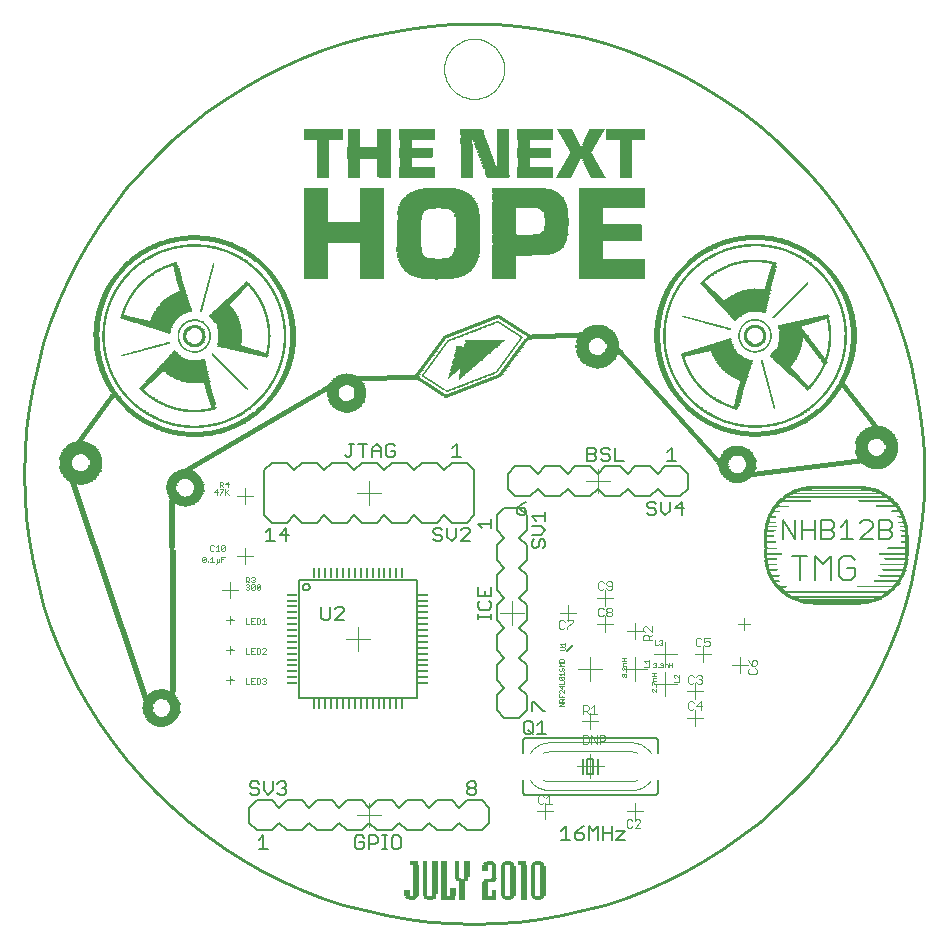
<source format=gto>
G75*
G70*
%OFA0B0*%
%FSLAX24Y24*%
%IPPOS*%
%LPD*%
%AMOC8*
5,1,8,0,0,1.08239X$1,22.5*
%
%ADD10C,0.0070*%
%ADD11C,0.0100*%
%ADD12C,0.0000*%
%ADD13R,0.0233X0.0033*%
%ADD14R,0.0467X0.0033*%
%ADD15R,0.0167X0.0033*%
%ADD16R,0.0467X0.0033*%
%ADD17R,0.0167X0.0033*%
%ADD18R,0.0333X0.0033*%
%ADD19R,0.0367X0.0033*%
%ADD20R,0.0333X0.0033*%
%ADD21R,0.0400X0.0033*%
%ADD22R,0.0467X0.0033*%
%ADD23R,0.0167X0.0033*%
%ADD24R,0.0467X0.0033*%
%ADD25R,0.0167X0.0033*%
%ADD26R,0.0433X0.0033*%
%ADD27R,0.0133X0.0033*%
%ADD28R,0.0133X0.0033*%
%ADD29R,0.0233X0.0033*%
%ADD30R,0.0433X0.0033*%
%ADD31R,0.0367X0.0033*%
%ADD32R,0.0433X0.0033*%
%ADD33R,0.0133X0.0033*%
%ADD34R,0.0133X0.0033*%
%ADD35R,0.0267X0.0033*%
%ADD36R,0.0433X0.0033*%
%ADD37R,0.0267X0.0033*%
%ADD38R,0.0400X0.0033*%
%ADD39R,0.0233X0.0033*%
%ADD40R,0.0600X0.0033*%
%ADD41R,0.0700X0.0033*%
%ADD42R,0.0800X0.0033*%
%ADD43R,0.0867X0.0033*%
%ADD44R,0.0933X0.0033*%
%ADD45R,0.1000X0.0033*%
%ADD46R,0.1033X0.0033*%
%ADD47R,0.1100X0.0033*%
%ADD48R,0.0367X0.0033*%
%ADD49R,0.0333X0.0033*%
%ADD50R,0.0367X0.0033*%
%ADD51R,0.0533X0.0033*%
%ADD52R,0.0500X0.0033*%
%ADD53R,0.1133X0.0033*%
%ADD54R,0.1167X0.0033*%
%ADD55R,0.1133X0.0033*%
%ADD56R,0.1133X0.0033*%
%ADD57R,0.0200X0.0033*%
%ADD58R,0.0900X0.0033*%
%ADD59R,0.0867X0.0033*%
%ADD60R,0.0767X0.0033*%
%ADD61R,0.1567X0.0033*%
%ADD62R,0.2200X0.0033*%
%ADD63R,0.2400X0.0033*%
%ADD64R,0.2633X0.0033*%
%ADD65R,0.2833X0.0033*%
%ADD66R,0.2967X0.0033*%
%ADD67R,0.0300X0.0033*%
%ADD68R,0.3200X0.0033*%
%ADD69R,0.3333X0.0033*%
%ADD70R,0.0200X0.0033*%
%ADD71R,0.3667X0.0033*%
%ADD72R,0.3733X0.0033*%
%ADD73R,0.1333X0.0033*%
%ADD74R,0.0267X0.0033*%
%ADD75R,0.0100X0.0033*%
%ADD76R,0.0333X0.0033*%
%ADD77R,0.0833X0.0033*%
%ADD78R,0.0767X0.0033*%
%ADD79R,0.0100X0.0033*%
%ADD80R,0.0767X0.0033*%
%ADD81R,0.0800X0.0033*%
%ADD82R,0.0733X0.0033*%
%ADD83R,0.0700X0.0033*%
%ADD84R,0.0300X0.0033*%
%ADD85R,0.0267X0.0033*%
%ADD86R,0.0533X0.0033*%
%ADD87R,0.0733X0.0033*%
%ADD88R,0.0567X0.0033*%
%ADD89R,0.0667X0.0033*%
%ADD90R,0.0933X0.0033*%
%ADD91R,0.0967X0.0033*%
%ADD92R,0.1233X0.0033*%
%ADD93R,0.1100X0.0033*%
%ADD94R,0.1200X0.0033*%
%ADD95R,0.1033X0.0033*%
%ADD96R,0.1067X0.0033*%
%ADD97R,0.1067X0.0033*%
%ADD98R,0.3633X0.0033*%
%ADD99R,0.0533X0.0033*%
%ADD100R,0.3567X0.0033*%
%ADD101R,0.3267X0.0033*%
%ADD102R,0.2933X0.0033*%
%ADD103R,0.0600X0.0033*%
%ADD104R,0.2567X0.0033*%
%ADD105R,0.2333X0.0033*%
%ADD106R,0.2000X0.0033*%
%ADD107R,0.0633X0.0033*%
%ADD108R,0.0967X0.0033*%
%ADD109R,0.0833X0.0033*%
%ADD110R,0.0900X0.0033*%
%ADD111R,0.1167X0.0033*%
%ADD112R,0.1433X0.0033*%
%ADD113R,0.1233X0.0033*%
%ADD114R,0.1733X0.0033*%
%ADD115R,0.1267X0.0033*%
%ADD116R,0.2000X0.0033*%
%ADD117R,0.1300X0.0033*%
%ADD118R,0.1633X0.0033*%
%ADD119R,0.1367X0.0033*%
%ADD120R,0.1300X0.0033*%
%ADD121R,0.0567X0.0033*%
%ADD122R,0.0500X0.0033*%
%ADD123R,0.1333X0.0033*%
%ADD124R,0.1333X0.0033*%
%ADD125R,0.0567X0.0033*%
%ADD126R,0.2133X0.0033*%
%ADD127R,0.1900X0.0033*%
%ADD128R,0.1667X0.0033*%
%ADD129R,0.0567X0.0033*%
%ADD130R,0.1467X0.0033*%
%ADD131R,0.0633X0.0033*%
%ADD132R,0.0233X0.0033*%
%ADD133R,0.1033X0.0033*%
%ADD134R,0.0533X0.0033*%
%ADD135R,0.1233X0.0033*%
%ADD136R,0.1200X0.0033*%
%ADD137R,0.0633X0.0033*%
%ADD138R,0.1167X0.0033*%
%ADD139R,0.1033X0.0033*%
%ADD140R,0.1467X0.0033*%
%ADD141R,0.1367X0.0033*%
%ADD142R,0.1767X0.0033*%
%ADD143R,0.1967X0.0033*%
%ADD144R,0.1900X0.0033*%
%ADD145R,0.0867X0.0033*%
%ADD146R,0.0667X0.0033*%
%ADD147R,0.1000X0.0033*%
%ADD148R,0.0733X0.0033*%
%ADD149R,0.0067X0.0033*%
%ADD150R,0.0033X0.0033*%
%ADD151R,0.0067X0.0033*%
%ADD152R,0.0967X0.0033*%
%ADD153R,0.0067X0.0033*%
%ADD154R,0.1067X0.0033*%
%ADD155R,0.0033X0.0033*%
%ADD156R,0.1167X0.0033*%
%ADD157R,0.0067X0.0033*%
%ADD158R,0.0033X0.0033*%
%ADD159R,0.0033X0.0033*%
%ADD160R,0.1867X0.0033*%
%ADD161R,0.3033X0.0033*%
%ADD162R,0.2933X0.0033*%
%ADD163R,0.1233X0.0033*%
%ADD164R,0.2833X0.0033*%
%ADD165R,0.2767X0.0033*%
%ADD166R,0.1067X0.0033*%
%ADD167R,0.0633X0.0033*%
%ADD168R,0.1367X0.0033*%
%ADD169R,0.1400X0.0033*%
%ADD170R,0.1433X0.0033*%
%ADD171R,0.1767X0.0033*%
%ADD172R,0.0833X0.0033*%
%ADD173R,0.1700X0.0033*%
%ADD174R,0.1667X0.0033*%
%ADD175R,0.0933X0.0033*%
%ADD176R,0.1567X0.0033*%
%ADD177R,0.1533X0.0033*%
%ADD178R,0.1500X0.0033*%
%ADD179R,0.1467X0.0033*%
%ADD180R,0.1433X0.0033*%
%ADD181R,0.0933X0.0033*%
%ADD182R,0.0967X0.0033*%
%ADD183R,0.1267X0.0033*%
%ADD184R,0.0867X0.0033*%
%ADD185R,0.0733X0.0033*%
%ADD186R,0.1267X0.0033*%
%ADD187R,0.0833X0.0033*%
%ADD188R,0.3033X0.0033*%
%ADD189R,0.3033X0.0033*%
%ADD190R,0.2767X0.0033*%
%ADD191R,0.1500X0.0033*%
%ADD192R,0.0767X0.0033*%
%ADD193R,0.0667X0.0033*%
%ADD194R,0.1400X0.0033*%
%ADD195R,0.1467X0.0033*%
%ADD196R,0.1533X0.0033*%
%ADD197R,0.1600X0.0033*%
%ADD198R,0.1733X0.0033*%
%ADD199R,0.1767X0.0033*%
%ADD200R,0.1367X0.0033*%
%ADD201R,0.2200X0.0033*%
%ADD202R,0.1633X0.0033*%
%ADD203R,0.1800X0.0033*%
%ADD204R,0.2067X0.0033*%
%ADD205R,0.2267X0.0033*%
%ADD206R,0.2267X0.0033*%
%ADD207R,0.2400X0.0033*%
%ADD208R,0.2467X0.0033*%
%ADD209R,0.2533X0.0033*%
%ADD210R,0.2533X0.0033*%
%ADD211R,0.2600X0.0033*%
%ADD212R,0.2600X0.0033*%
%ADD213R,0.2667X0.0033*%
%ADD214R,0.1933X0.0033*%
%ADD215R,0.2067X0.0033*%
%ADD216R,0.2267X0.0033*%
%ADD217R,0.2300X0.0033*%
%ADD218R,0.2367X0.0033*%
%ADD219R,0.2433X0.0033*%
%ADD220R,0.2433X0.0033*%
%ADD221R,0.2467X0.0033*%
%ADD222R,0.2667X0.0033*%
%ADD223R,0.2500X0.0033*%
%ADD224R,0.2100X0.0033*%
%ADD225R,0.2500X0.0033*%
%ADD226R,0.2100X0.0033*%
%ADD227R,0.2167X0.0033*%
%ADD228R,0.2167X0.0033*%
%ADD229R,0.2633X0.0033*%
%ADD230R,0.2567X0.0033*%
%ADD231R,0.2367X0.0033*%
%ADD232R,0.2300X0.0033*%
%ADD233R,0.2233X0.0033*%
%ADD234R,0.2167X0.0033*%
%ADD235R,0.1967X0.0033*%
%ADD236R,0.2133X0.0033*%
%ADD237C,0.0020*%
%ADD238C,0.0010*%
%ADD239C,0.0060*%
%ADD240C,0.0050*%
%ADD241C,0.0080*%
%ADD242R,0.0098X0.0098*%
%ADD243R,0.0110X0.0382*%
%ADD244R,0.0382X0.0110*%
D10*
X025848Y013266D02*
X025848Y013896D01*
X026268Y013266D01*
X026268Y013896D01*
X026492Y013896D02*
X026492Y013266D01*
X026492Y013581D02*
X026913Y013581D01*
X027137Y013581D02*
X027452Y013581D01*
X027557Y013476D01*
X027557Y013371D01*
X027452Y013266D01*
X027137Y013266D01*
X027137Y013896D01*
X027452Y013896D01*
X027557Y013791D01*
X027557Y013686D01*
X027452Y013581D01*
X027781Y013686D02*
X027991Y013896D01*
X027991Y013266D01*
X027781Y013266D02*
X028202Y013266D01*
X028426Y013266D02*
X028846Y013686D01*
X028846Y013791D01*
X028741Y013896D01*
X028531Y013896D01*
X028426Y013791D01*
X028426Y013266D02*
X028846Y013266D01*
X029070Y013266D02*
X029386Y013266D01*
X029491Y013371D01*
X029491Y013476D01*
X029386Y013581D01*
X029070Y013581D01*
X029070Y013266D02*
X029070Y013896D01*
X029386Y013896D01*
X029491Y013791D01*
X029491Y013686D01*
X029386Y013581D01*
X028259Y012558D02*
X028127Y012690D01*
X027863Y012690D01*
X027731Y012558D01*
X027731Y012031D01*
X027863Y011899D01*
X028127Y011899D01*
X028259Y012031D01*
X028259Y012294D01*
X027995Y012294D01*
X027467Y011899D02*
X027467Y012690D01*
X027203Y012426D01*
X026940Y012690D01*
X026940Y011899D01*
X026411Y011899D02*
X026411Y012690D01*
X026148Y012690D02*
X026675Y012690D01*
X026913Y013266D02*
X026913Y013896D01*
D11*
X000563Y015439D02*
X000581Y016175D01*
X000635Y016909D01*
X000725Y017640D01*
X000851Y018365D01*
X001013Y019084D01*
X001209Y019793D01*
X001440Y020492D01*
X001705Y021179D01*
X002003Y021852D01*
X002334Y022510D01*
X002697Y023151D01*
X003091Y023773D01*
X003515Y024374D01*
X003968Y024955D01*
X004449Y025512D01*
X004956Y026046D01*
X005490Y026553D01*
X006047Y027034D01*
X006628Y027487D01*
X007229Y027911D01*
X007851Y028305D01*
X008492Y028668D01*
X009150Y028999D01*
X009823Y029297D01*
X010510Y029562D01*
X011209Y029793D01*
X011918Y029989D01*
X012637Y030151D01*
X013362Y030277D01*
X014093Y030367D01*
X014827Y030421D01*
X015563Y030439D01*
X016299Y030421D01*
X017033Y030367D01*
X017764Y030277D01*
X018489Y030151D01*
X019208Y029989D01*
X019917Y029793D01*
X020616Y029562D01*
X021303Y029297D01*
X021976Y028999D01*
X022634Y028668D01*
X023275Y028305D01*
X023897Y027911D01*
X024498Y027487D01*
X025079Y027034D01*
X025636Y026553D01*
X026170Y026046D01*
X026677Y025512D01*
X027158Y024955D01*
X027611Y024374D01*
X028035Y023773D01*
X028429Y023151D01*
X028792Y022510D01*
X029123Y021852D01*
X029421Y021179D01*
X029686Y020492D01*
X029917Y019793D01*
X030113Y019084D01*
X030275Y018365D01*
X030401Y017640D01*
X030491Y016909D01*
X030545Y016175D01*
X030563Y015439D01*
X030545Y014703D01*
X030491Y013969D01*
X030401Y013238D01*
X030275Y012513D01*
X030113Y011794D01*
X029917Y011085D01*
X029686Y010386D01*
X029421Y009699D01*
X029123Y009026D01*
X028792Y008368D01*
X028429Y007727D01*
X028035Y007105D01*
X027611Y006504D01*
X027158Y005923D01*
X026677Y005366D01*
X026170Y004832D01*
X025636Y004325D01*
X025079Y003844D01*
X024498Y003391D01*
X023897Y002967D01*
X023275Y002573D01*
X022634Y002210D01*
X021976Y001879D01*
X021303Y001581D01*
X020616Y001316D01*
X019917Y001085D01*
X019208Y000889D01*
X018489Y000727D01*
X017764Y000601D01*
X017033Y000511D01*
X016299Y000457D01*
X015563Y000439D01*
X014827Y000457D01*
X014093Y000511D01*
X013362Y000601D01*
X012637Y000727D01*
X011918Y000889D01*
X011209Y001085D01*
X010510Y001316D01*
X009823Y001581D01*
X009150Y001879D01*
X008492Y002210D01*
X007851Y002573D01*
X007229Y002967D01*
X006628Y003391D01*
X006047Y003844D01*
X005490Y004325D01*
X004956Y004832D01*
X004449Y005366D01*
X003968Y005923D01*
X003515Y006504D01*
X003091Y007105D01*
X002697Y007727D01*
X002334Y008368D01*
X002003Y009026D01*
X001705Y009699D01*
X001440Y010386D01*
X001209Y011085D01*
X001013Y011794D01*
X000851Y012513D01*
X000725Y013238D01*
X000635Y013969D01*
X000581Y014703D01*
X000563Y015439D01*
D12*
X007169Y011564D02*
X007707Y011564D01*
X007438Y011295D02*
X007438Y011833D01*
X007938Y012420D02*
X007938Y012958D01*
X007669Y012689D02*
X008207Y012689D01*
X007938Y014420D02*
X007938Y014958D01*
X007669Y014689D02*
X008207Y014689D01*
X011663Y014814D02*
X012463Y014814D01*
X012063Y014414D02*
X012063Y015214D01*
X016413Y010814D02*
X017213Y010814D01*
X016813Y010414D02*
X016813Y011214D01*
X018419Y010814D02*
X018957Y010814D01*
X018688Y010545D02*
X018688Y011083D01*
X019669Y011314D02*
X020207Y011314D01*
X019938Y011045D02*
X019938Y011583D01*
X019938Y010708D02*
X019938Y010170D01*
X019669Y010439D02*
X020207Y010439D01*
X020669Y010189D02*
X021207Y010189D01*
X020938Y009920D02*
X020938Y010458D01*
X021938Y009829D02*
X021938Y009049D01*
X021938Y008829D02*
X021938Y008049D01*
X022327Y008439D02*
X021548Y008439D01*
X021327Y008939D02*
X020548Y008939D01*
X020938Y008549D02*
X020938Y009329D01*
X021548Y009439D02*
X022327Y009439D01*
X022919Y009439D02*
X023457Y009439D01*
X023188Y009170D02*
X023188Y009708D01*
X024169Y009064D02*
X024707Y009064D01*
X024438Y008795D02*
X024438Y009333D01*
X024563Y010237D02*
X024563Y010641D01*
X024764Y010439D02*
X024361Y010439D01*
X022938Y008458D02*
X022938Y007920D01*
X022938Y007583D02*
X022938Y007045D01*
X022669Y007314D02*
X023207Y007314D01*
X023207Y008189D02*
X022669Y008189D01*
X019838Y008939D02*
X019038Y008939D01*
X019438Y008539D02*
X019438Y009339D01*
X019438Y007458D02*
X019438Y006920D01*
X019169Y007189D02*
X019707Y007189D01*
X019438Y006089D02*
X019438Y005289D01*
X019038Y005689D02*
X019838Y005689D01*
X020938Y004458D02*
X020938Y003920D01*
X020669Y004189D02*
X021207Y004189D01*
X018207Y004189D02*
X017669Y004189D01*
X017938Y003920D02*
X017938Y004458D01*
X012463Y004064D02*
X011663Y004064D01*
X012063Y003664D02*
X012063Y004464D01*
X007572Y008564D02*
X007303Y008564D01*
X007438Y008430D02*
X007438Y008698D01*
X007438Y009430D02*
X007438Y009698D01*
X007572Y009564D02*
X007303Y009564D01*
X007438Y010430D02*
X007438Y010698D01*
X007572Y010564D02*
X007303Y010564D01*
X011288Y009939D02*
X012088Y009939D01*
X011688Y009539D02*
X011688Y010339D01*
X019288Y015189D02*
X020088Y015189D01*
X019688Y014789D02*
X019688Y015589D01*
X014563Y028939D02*
X014565Y029002D01*
X014571Y029064D01*
X014581Y029126D01*
X014594Y029188D01*
X014612Y029248D01*
X014633Y029307D01*
X014658Y029365D01*
X014687Y029421D01*
X014719Y029475D01*
X014754Y029527D01*
X014792Y029576D01*
X014834Y029624D01*
X014878Y029668D01*
X014926Y029710D01*
X014975Y029748D01*
X015027Y029783D01*
X015081Y029815D01*
X015137Y029844D01*
X015195Y029869D01*
X015254Y029890D01*
X015314Y029908D01*
X015376Y029921D01*
X015438Y029931D01*
X015500Y029937D01*
X015563Y029939D01*
X015626Y029937D01*
X015688Y029931D01*
X015750Y029921D01*
X015812Y029908D01*
X015872Y029890D01*
X015931Y029869D01*
X015989Y029844D01*
X016045Y029815D01*
X016099Y029783D01*
X016151Y029748D01*
X016200Y029710D01*
X016248Y029668D01*
X016292Y029624D01*
X016334Y029576D01*
X016372Y029527D01*
X016407Y029475D01*
X016439Y029421D01*
X016468Y029365D01*
X016493Y029307D01*
X016514Y029248D01*
X016532Y029188D01*
X016545Y029126D01*
X016555Y029064D01*
X016561Y029002D01*
X016563Y028939D01*
X016561Y028876D01*
X016555Y028814D01*
X016545Y028752D01*
X016532Y028690D01*
X016514Y028630D01*
X016493Y028571D01*
X016468Y028513D01*
X016439Y028457D01*
X016407Y028403D01*
X016372Y028351D01*
X016334Y028302D01*
X016292Y028254D01*
X016248Y028210D01*
X016200Y028168D01*
X016151Y028130D01*
X016099Y028095D01*
X016045Y028063D01*
X015989Y028034D01*
X015931Y028009D01*
X015872Y027988D01*
X015812Y027970D01*
X015750Y027957D01*
X015688Y027947D01*
X015626Y027941D01*
X015563Y027939D01*
X015500Y027941D01*
X015438Y027947D01*
X015376Y027957D01*
X015314Y027970D01*
X015254Y027988D01*
X015195Y028009D01*
X015137Y028034D01*
X015081Y028063D01*
X015027Y028095D01*
X014975Y028130D01*
X014926Y028168D01*
X014878Y028210D01*
X014834Y028254D01*
X014792Y028302D01*
X014754Y028351D01*
X014719Y028403D01*
X014687Y028457D01*
X014658Y028513D01*
X014633Y028571D01*
X014612Y028630D01*
X014594Y028690D01*
X014581Y028752D01*
X014571Y028814D01*
X014565Y028876D01*
X014563Y028939D01*
D13*
X008421Y022481D03*
X008521Y022381D03*
X008621Y022281D03*
X008721Y022181D03*
X008821Y022047D03*
X007988Y021747D03*
X007788Y021581D03*
X007488Y022781D03*
X007321Y022847D03*
X005788Y021747D03*
X005821Y021647D03*
X005821Y021581D03*
X006421Y020281D03*
X005588Y019447D03*
X005321Y019781D03*
X004588Y019581D03*
X004221Y019481D03*
X004088Y019447D03*
X004721Y018481D03*
X003888Y017747D03*
X003988Y017647D03*
X003721Y017947D03*
X003188Y017581D03*
X003021Y017347D03*
X006721Y018247D03*
X006688Y018381D03*
X008388Y017547D03*
X008521Y017681D03*
X008588Y017747D03*
X008621Y017781D03*
X008688Y017847D03*
X008721Y017881D03*
X008888Y018081D03*
X011321Y017481D03*
X013921Y018481D03*
X014888Y018847D03*
X017221Y020147D03*
X017321Y020081D03*
X020621Y019281D03*
X020721Y019181D03*
X020888Y018981D03*
X020921Y018947D03*
X020988Y018881D03*
X021021Y018847D03*
X021188Y018647D03*
X021288Y018547D03*
X021421Y018381D03*
X021521Y018281D03*
X021621Y018181D03*
X021721Y018047D03*
X021788Y017981D03*
X021821Y017947D03*
X021888Y017881D03*
X021921Y017847D03*
X022088Y017647D03*
X022188Y017547D03*
X022321Y017381D03*
X022421Y017281D03*
X022588Y017081D03*
X022621Y017047D03*
X022688Y016981D03*
X022721Y016947D03*
X022788Y016881D03*
X022888Y016747D03*
X022988Y016647D03*
X023088Y016547D03*
X023221Y016381D03*
X023321Y016281D03*
X023488Y016081D03*
X023521Y016047D03*
X023588Y015981D03*
X022688Y017647D03*
X022588Y017747D03*
X022421Y017947D03*
X022388Y017981D03*
X024488Y018347D03*
X024521Y018447D03*
X024521Y018481D03*
X025921Y017181D03*
X027188Y017647D03*
X027221Y017681D03*
X027288Y017747D03*
X027321Y017781D03*
X027388Y017847D03*
X027488Y017981D03*
X027688Y018247D03*
X027821Y018447D03*
X027988Y018247D03*
X028121Y018081D03*
X028221Y017947D03*
X028588Y017481D03*
X028621Y017447D03*
X027221Y019247D03*
X027121Y019347D03*
X027021Y019481D03*
X026821Y019747D03*
X026321Y018647D03*
X026388Y018581D03*
X026421Y018547D03*
X026488Y018481D03*
X026521Y018447D03*
X026588Y018381D03*
X024021Y020281D03*
X023288Y020481D03*
X023021Y020547D03*
X022921Y020581D03*
X023421Y021547D03*
X023388Y021581D03*
X024088Y022381D03*
X023921Y022881D03*
X023821Y022847D03*
X022721Y022447D03*
X022621Y022347D03*
X022521Y022247D03*
X027121Y022481D03*
X027221Y022381D03*
X027321Y022281D03*
X027421Y022181D03*
X027521Y022047D03*
X029221Y014747D03*
X029821Y013981D03*
X017688Y001247D03*
X016688Y001247D03*
X014088Y001247D03*
X013488Y001247D03*
X003621Y021981D03*
X003788Y022181D03*
X003921Y022347D03*
D14*
X007404Y023081D03*
X011704Y018347D03*
X006704Y017581D03*
X005804Y017581D03*
X005604Y015247D03*
X016004Y025881D03*
X015904Y026147D03*
X015904Y026181D03*
X015804Y026447D03*
X018704Y025581D03*
X018804Y025747D03*
X018804Y025781D03*
X019404Y025881D03*
X019504Y025681D03*
X018804Y026547D03*
X025404Y022481D03*
X026104Y016981D03*
X024004Y015481D03*
X028504Y016181D03*
X028504Y016447D03*
X028504Y016481D03*
X019204Y019547D03*
X014704Y001347D03*
X014704Y001281D03*
X014704Y001247D03*
D15*
X014554Y001381D03*
X014554Y001447D03*
X014554Y001481D03*
X014554Y001547D03*
X014554Y001581D03*
X014554Y001647D03*
X014554Y001681D03*
X014554Y001747D03*
X014554Y001781D03*
X014554Y001847D03*
X014554Y001881D03*
X014554Y001947D03*
X014554Y001981D03*
X014554Y002047D03*
X014554Y002081D03*
X014554Y002147D03*
X014554Y002181D03*
X014554Y002247D03*
X014554Y002281D03*
X014554Y002347D03*
X014554Y002381D03*
X014554Y002447D03*
X014554Y002481D03*
X014254Y002481D03*
X014254Y002447D03*
X014254Y002381D03*
X014254Y002347D03*
X014254Y002281D03*
X014254Y002247D03*
X014254Y002181D03*
X014254Y002147D03*
X014254Y002081D03*
X014254Y002047D03*
X014254Y001981D03*
X014254Y001947D03*
X014254Y001881D03*
X014254Y001847D03*
X014254Y001781D03*
X014254Y001747D03*
X014254Y001681D03*
X014254Y001647D03*
X014254Y001581D03*
X014254Y001547D03*
X014254Y001481D03*
X014254Y001447D03*
X014854Y001447D03*
X014854Y001481D03*
X014854Y001547D03*
X014854Y001581D03*
X014854Y001381D03*
X015154Y001381D03*
X015154Y001347D03*
X015154Y001281D03*
X015154Y001247D03*
X015154Y001447D03*
X015154Y001481D03*
X015154Y001547D03*
X015154Y001581D03*
X015154Y001647D03*
X015154Y001681D03*
X015154Y001747D03*
X015154Y001781D03*
X016854Y001781D03*
X016854Y001747D03*
X016854Y001681D03*
X016854Y001647D03*
X016854Y001581D03*
X016854Y001547D03*
X016854Y001481D03*
X016854Y001447D03*
X016854Y001381D03*
X016854Y001847D03*
X016854Y001881D03*
X016854Y001947D03*
X016854Y001981D03*
X016854Y002047D03*
X016854Y002081D03*
X016854Y002147D03*
X016854Y002181D03*
X016854Y002247D03*
X016854Y002281D03*
X016854Y002347D03*
X017854Y002347D03*
X017854Y002281D03*
X017854Y002247D03*
X017854Y002181D03*
X017854Y002147D03*
X017854Y002081D03*
X017854Y002047D03*
X017854Y001981D03*
X017854Y001947D03*
X017854Y001881D03*
X017854Y001847D03*
X017854Y001781D03*
X017854Y001747D03*
X017854Y001681D03*
X017854Y001647D03*
X017854Y001581D03*
X017854Y001547D03*
X017854Y001481D03*
X017854Y001447D03*
X017854Y001381D03*
X029654Y011747D03*
X029554Y014481D03*
X029454Y014581D03*
X026554Y017481D03*
X026654Y017547D03*
X027954Y018747D03*
X028054Y019047D03*
X028154Y019347D03*
X028154Y019381D03*
X028154Y019447D03*
X027254Y019147D03*
X028154Y020647D03*
X028154Y020681D03*
X028154Y020747D03*
X028054Y021047D03*
X028054Y021081D03*
X027954Y021347D03*
X026454Y022647D03*
X025554Y022347D03*
X025454Y021981D03*
X025454Y021947D03*
X023854Y022281D03*
X023654Y022181D03*
X023454Y022047D03*
X023254Y022547D03*
X021954Y021381D03*
X021854Y021147D03*
X021754Y020847D03*
X021754Y020781D03*
X021754Y020747D03*
X021654Y020247D03*
X021654Y020181D03*
X021654Y020147D03*
X021654Y020081D03*
X021654Y020047D03*
X021654Y019981D03*
X021654Y019947D03*
X021654Y019881D03*
X021654Y019847D03*
X021754Y019281D03*
X021754Y019247D03*
X021854Y018947D03*
X021954Y018681D03*
X022054Y018481D03*
X023554Y017347D03*
X024354Y017847D03*
X024354Y017881D03*
X025654Y014381D03*
X016554Y018881D03*
X016454Y018747D03*
X015854Y018647D03*
X015154Y018381D03*
X014154Y019381D03*
X015254Y020081D03*
X009454Y020647D03*
X009454Y020681D03*
X009454Y020747D03*
X009354Y021047D03*
X009354Y021081D03*
X009154Y021547D03*
X007854Y022581D03*
X007754Y022647D03*
X007554Y022747D03*
X005654Y022281D03*
X005654Y022247D03*
X004754Y022647D03*
X003254Y021381D03*
X003254Y021347D03*
X003154Y021081D03*
X003054Y020781D03*
X003054Y020747D03*
X002954Y020147D03*
X002954Y020081D03*
X002954Y020047D03*
X003054Y019347D03*
X003054Y019281D03*
X003054Y019247D03*
X003154Y018981D03*
X003154Y018947D03*
X003254Y018681D03*
X003354Y018481D03*
X004854Y017347D03*
X005154Y017781D03*
X006854Y017781D03*
X006854Y017747D03*
X007654Y017347D03*
X009354Y018947D03*
X009354Y018981D03*
X009454Y019281D03*
X009454Y019347D03*
X009454Y019381D03*
X006254Y020581D03*
X006054Y019781D03*
X005354Y020147D03*
X002454Y015081D03*
X002254Y014981D03*
X002254Y014947D03*
X002354Y014681D03*
X002354Y014647D03*
X002454Y014381D03*
X002454Y014347D03*
X002554Y014081D03*
X002554Y014047D03*
X002654Y013781D03*
X002654Y013747D03*
X002754Y013481D03*
X002754Y013447D03*
X002854Y013181D03*
X002854Y013147D03*
X002954Y012881D03*
X002954Y012847D03*
X003054Y012581D03*
X003154Y012281D03*
X003254Y011981D03*
X003354Y011681D03*
X003454Y011381D03*
X003554Y011081D03*
X003654Y010781D03*
X003754Y010481D03*
X003854Y010247D03*
X003854Y010181D03*
X003954Y009947D03*
X004054Y009647D03*
X004154Y009347D03*
X004254Y009047D03*
X004354Y008747D03*
X004454Y008447D03*
X004554Y008147D03*
D16*
X004771Y007881D03*
X004838Y007347D03*
X005138Y007047D03*
X005471Y007347D03*
X006271Y015247D03*
X007438Y016981D03*
X007271Y020981D03*
X006238Y023081D03*
X005071Y023081D03*
X002938Y015947D03*
X002938Y015681D03*
X002938Y015647D03*
X001971Y015647D03*
X001971Y015681D03*
X001971Y015947D03*
X012571Y025347D03*
X012571Y025381D03*
X012571Y025447D03*
X012571Y025481D03*
X012571Y025547D03*
X012571Y025581D03*
X012571Y025647D03*
X012571Y025681D03*
X012571Y025747D03*
X012571Y025781D03*
X012571Y025847D03*
X012571Y025881D03*
X012571Y026347D03*
X012571Y026381D03*
X012571Y026447D03*
X012571Y026481D03*
X012571Y026547D03*
X012571Y026581D03*
X012571Y026647D03*
X012571Y026681D03*
X012571Y026747D03*
X012571Y026781D03*
X012571Y026847D03*
X012571Y026881D03*
X015771Y026547D03*
X015838Y026381D03*
X015838Y026347D03*
X015871Y026281D03*
X015871Y026247D03*
X015938Y026081D03*
X015938Y026047D03*
X015971Y025981D03*
X016038Y025781D03*
X018738Y025647D03*
X018838Y025847D03*
X018871Y025881D03*
X018871Y026381D03*
X018838Y026447D03*
X018838Y026481D03*
X018771Y026581D03*
X018738Y026647D03*
X019438Y026481D03*
X019438Y026447D03*
X019471Y026547D03*
X019471Y025781D03*
X019471Y025747D03*
X019538Y025647D03*
X019571Y025581D03*
X019638Y025447D03*
X019671Y025381D03*
X023738Y023081D03*
X024471Y022481D03*
X026138Y023081D03*
X024938Y020547D03*
X024938Y019747D03*
X025971Y019081D03*
X024938Y016981D03*
X023771Y016981D03*
X023838Y015847D03*
X020171Y019781D03*
X019171Y019681D03*
X019171Y019647D03*
X029471Y016447D03*
X029471Y016247D03*
X029471Y016181D03*
X016071Y001347D03*
X016071Y001281D03*
X016071Y001247D03*
D17*
X015921Y001381D03*
X015921Y001447D03*
X015921Y001481D03*
X015921Y001547D03*
X015921Y001581D03*
X015921Y001647D03*
X015921Y001681D03*
X015921Y001747D03*
X015921Y001781D03*
X016221Y001947D03*
X015921Y002247D03*
X015921Y002281D03*
X015921Y002347D03*
X015921Y002381D03*
X015321Y002381D03*
X015321Y002347D03*
X015321Y002281D03*
X015321Y002247D03*
X015321Y002181D03*
X015321Y002147D03*
X015321Y002081D03*
X015321Y002047D03*
X015021Y001947D03*
X015321Y002447D03*
X015321Y002481D03*
X013621Y002381D03*
X013621Y002347D03*
X013621Y002281D03*
X013621Y002247D03*
X013621Y002181D03*
X013621Y002147D03*
X013621Y002081D03*
X013621Y002047D03*
X013621Y001981D03*
X013621Y001947D03*
X013621Y001881D03*
X013621Y001847D03*
X013621Y001781D03*
X013621Y001747D03*
X013621Y001681D03*
X013621Y001647D03*
X013621Y001581D03*
X013621Y001547D03*
X013621Y001481D03*
X013621Y001447D03*
X013621Y001381D03*
X013321Y001381D03*
X013321Y001447D03*
X013321Y001481D03*
X013321Y001547D03*
X017221Y001547D03*
X017221Y001581D03*
X017221Y001647D03*
X017221Y001681D03*
X017221Y001747D03*
X017221Y001781D03*
X017221Y001847D03*
X017221Y001881D03*
X017221Y001947D03*
X017221Y001981D03*
X017221Y002047D03*
X017221Y002081D03*
X017221Y002147D03*
X017221Y002181D03*
X017221Y002247D03*
X017221Y002281D03*
X017221Y002347D03*
X017221Y002381D03*
X017221Y001481D03*
X017221Y001447D03*
X017221Y001381D03*
X017221Y001347D03*
X017221Y001281D03*
X017221Y001247D03*
X025821Y011547D03*
X025788Y011581D03*
X025721Y014481D03*
X025821Y014581D03*
X026321Y017347D03*
X026388Y017381D03*
X026688Y018281D03*
X027921Y018681D03*
X027988Y018847D03*
X028021Y018947D03*
X028088Y019147D03*
X028121Y019247D03*
X028121Y019281D03*
X028188Y019547D03*
X028188Y019581D03*
X028188Y019647D03*
X028188Y019681D03*
X028188Y019747D03*
X028221Y019781D03*
X028221Y019847D03*
X028221Y019881D03*
X028221Y019947D03*
X028221Y019981D03*
X028221Y020047D03*
X028221Y020081D03*
X028221Y020147D03*
X028221Y020181D03*
X028221Y020247D03*
X028221Y020281D03*
X028188Y020347D03*
X028188Y020381D03*
X028188Y020447D03*
X028188Y020481D03*
X028188Y020547D03*
X028121Y020781D03*
X028121Y020847D03*
X028088Y020947D03*
X028088Y020981D03*
X028021Y021147D03*
X028021Y021181D03*
X027988Y021247D03*
X027921Y021381D03*
X027888Y021481D03*
X026721Y022481D03*
X026621Y022547D03*
X025521Y022247D03*
X025521Y022181D03*
X025488Y022081D03*
X023788Y022247D03*
X023488Y022681D03*
X023421Y022647D03*
X022088Y021647D03*
X021988Y021447D03*
X021888Y021247D03*
X021821Y021047D03*
X021788Y020947D03*
X021721Y020681D03*
X021721Y020647D03*
X021721Y020581D03*
X021688Y020547D03*
X021688Y020481D03*
X021688Y020447D03*
X021688Y020381D03*
X021688Y020347D03*
X021688Y019781D03*
X021688Y019747D03*
X021688Y019681D03*
X021688Y019647D03*
X021688Y019581D03*
X021688Y019547D03*
X021721Y019481D03*
X021721Y019447D03*
X021721Y019381D03*
X021721Y019347D03*
X021788Y019181D03*
X021788Y019147D03*
X021821Y019047D03*
X021888Y018847D03*
X021921Y018781D03*
X021921Y018747D03*
X022021Y018547D03*
X023088Y017647D03*
X023221Y017547D03*
X023321Y017481D03*
X023388Y017447D03*
X023488Y017381D03*
X023688Y017881D03*
X023521Y017981D03*
X024321Y017747D03*
X024388Y017947D03*
X024388Y017981D03*
X024421Y018081D03*
X025121Y019547D03*
X024688Y019847D03*
X029588Y014447D03*
X029688Y011781D03*
X017121Y019647D03*
X016921Y019381D03*
X016121Y018747D03*
X015688Y018581D03*
X015588Y018547D03*
X015421Y018481D03*
X015088Y018347D03*
X014821Y018247D03*
X014821Y018781D03*
X013788Y018881D03*
X013688Y018747D03*
X014988Y019981D03*
X015421Y020147D03*
X015521Y020181D03*
X015688Y020247D03*
X016021Y020381D03*
X009521Y020347D03*
X009521Y020281D03*
X009521Y020247D03*
X009521Y020181D03*
X009521Y020147D03*
X009521Y020081D03*
X009521Y020047D03*
X009521Y019981D03*
X009521Y019947D03*
X009521Y019881D03*
X009521Y019847D03*
X009521Y019781D03*
X009521Y019747D03*
X009521Y019681D03*
X009488Y019647D03*
X009488Y019581D03*
X009488Y019547D03*
X009488Y019481D03*
X009488Y019447D03*
X009421Y019247D03*
X009421Y019181D03*
X009388Y019081D03*
X009388Y019047D03*
X009321Y018881D03*
X009288Y018781D03*
X009221Y018647D03*
X009188Y018581D03*
X009121Y018447D03*
X009021Y018281D03*
X008021Y017581D03*
X007821Y017447D03*
X007721Y017381D03*
X006888Y017647D03*
X006821Y017847D03*
X006821Y017881D03*
X006788Y017981D03*
X005588Y019481D03*
X006021Y020247D03*
X006488Y020247D03*
X005721Y021981D03*
X005688Y022081D03*
X005688Y022147D03*
X005621Y022347D03*
X004988Y022181D03*
X004788Y022047D03*
X004488Y022481D03*
X004621Y022581D03*
X003221Y021281D03*
X003188Y021181D03*
X003121Y021047D03*
X003121Y020981D03*
X003088Y020881D03*
X003021Y020681D03*
X003021Y020647D03*
X003021Y020581D03*
X003021Y020547D03*
X002988Y020481D03*
X002988Y020447D03*
X002988Y020381D03*
X002988Y020347D03*
X002988Y020281D03*
X002988Y020247D03*
X002988Y020181D03*
X002988Y019981D03*
X002988Y019947D03*
X002988Y019881D03*
X002988Y019847D03*
X002988Y019781D03*
X002988Y019747D03*
X002988Y019681D03*
X002988Y019647D03*
X002988Y019581D03*
X003021Y019481D03*
X003021Y019447D03*
X003021Y019381D03*
X003088Y019181D03*
X003088Y019147D03*
X003121Y019081D03*
X003121Y019047D03*
X003188Y018847D03*
X003221Y018781D03*
X003321Y018547D03*
X004521Y017547D03*
X004621Y017481D03*
X004788Y017381D03*
X005021Y017847D03*
X004821Y017981D03*
X002221Y015081D03*
X002221Y015047D03*
X002288Y014881D03*
X002288Y014847D03*
X002321Y014781D03*
X002321Y014747D03*
X002388Y014581D03*
X002388Y014547D03*
X002421Y014481D03*
X002421Y014447D03*
X002488Y014281D03*
X002488Y014247D03*
X002521Y014181D03*
X002521Y014147D03*
X002588Y013981D03*
X002588Y013947D03*
X002621Y013881D03*
X002621Y013847D03*
X002688Y013681D03*
X002688Y013647D03*
X002721Y013581D03*
X002721Y013547D03*
X002788Y013381D03*
X002788Y013347D03*
X002821Y013281D03*
X002821Y013247D03*
X002888Y013081D03*
X002888Y013047D03*
X002921Y012981D03*
X002921Y012947D03*
X002988Y012781D03*
X002988Y012747D03*
X003021Y012681D03*
X003021Y012647D03*
X003088Y012481D03*
X003121Y012381D03*
X003188Y012181D03*
X003221Y012081D03*
X003288Y011881D03*
X003321Y011781D03*
X003388Y011581D03*
X003421Y011481D03*
X003488Y011281D03*
X003521Y011181D03*
X003588Y010981D03*
X003621Y010881D03*
X003688Y010681D03*
X003721Y010581D03*
X003788Y010381D03*
X003821Y010281D03*
X003888Y010147D03*
X003888Y010081D03*
X003921Y010047D03*
X003921Y009981D03*
X003988Y009847D03*
X004021Y009747D03*
X004088Y009547D03*
X004121Y009447D03*
X004188Y009247D03*
X004221Y009147D03*
X004288Y008947D03*
X004321Y008847D03*
X004388Y008647D03*
X004421Y008547D03*
X004488Y008347D03*
X004521Y008247D03*
X005521Y008247D03*
X005521Y008281D03*
X005521Y008347D03*
X005521Y008381D03*
X005521Y008447D03*
X005521Y008481D03*
X005521Y008547D03*
X005521Y008581D03*
X005521Y008647D03*
X005521Y008681D03*
X005521Y008747D03*
X005521Y008781D03*
X005521Y008847D03*
X005521Y008881D03*
X005521Y008947D03*
X005521Y008981D03*
X005521Y009047D03*
X005521Y009081D03*
X005521Y009147D03*
X005521Y009181D03*
X005521Y009247D03*
X005521Y009281D03*
X005521Y009347D03*
X005521Y009381D03*
X005521Y009447D03*
X005521Y009481D03*
X005521Y009547D03*
X005521Y009581D03*
X005521Y009647D03*
X005521Y009681D03*
X005521Y009747D03*
X005521Y009781D03*
X005521Y009847D03*
X005521Y009881D03*
X005521Y009947D03*
X005521Y009981D03*
X005521Y010047D03*
X005521Y010081D03*
X005521Y010147D03*
X005521Y010181D03*
X005521Y010247D03*
X005521Y010281D03*
X005521Y010347D03*
X005521Y010381D03*
X005521Y010447D03*
X005521Y010481D03*
X005521Y010547D03*
X005521Y010581D03*
X005521Y010647D03*
X005521Y010681D03*
X005521Y010747D03*
X005521Y010781D03*
X005521Y010847D03*
X005521Y010881D03*
X005521Y010947D03*
X005521Y010981D03*
X005521Y011047D03*
X005521Y011081D03*
X005521Y011147D03*
X005521Y011181D03*
X005521Y011247D03*
X005521Y011281D03*
X005521Y011347D03*
X005521Y011381D03*
X005521Y011447D03*
X005521Y011481D03*
X005521Y011547D03*
X005521Y011581D03*
X005521Y011647D03*
X005521Y011681D03*
X005521Y011747D03*
X005521Y011781D03*
X005521Y011847D03*
X005521Y011881D03*
X005521Y011947D03*
X005521Y011981D03*
X005521Y012047D03*
X005521Y012081D03*
X005521Y012147D03*
X005521Y012181D03*
X005521Y012247D03*
X005521Y012281D03*
X005521Y012347D03*
X005521Y012381D03*
X005521Y012447D03*
X005521Y012481D03*
X005521Y012547D03*
X005521Y012581D03*
X005521Y012647D03*
X005521Y012681D03*
X005521Y012747D03*
X005521Y012781D03*
X005521Y012847D03*
X005521Y012881D03*
X005488Y012981D03*
X005488Y013047D03*
X005488Y013081D03*
X005488Y013147D03*
X005488Y013181D03*
X005488Y013247D03*
X005488Y013281D03*
X005488Y013347D03*
X005488Y013381D03*
X005488Y013447D03*
X005488Y013481D03*
X005488Y013547D03*
X005488Y013581D03*
X005488Y013647D03*
X005488Y013681D03*
X005488Y013747D03*
X005488Y013781D03*
X005488Y013847D03*
X005488Y013881D03*
X005488Y013947D03*
X005488Y013981D03*
X005488Y014047D03*
X005488Y014081D03*
X005488Y014147D03*
X005488Y014181D03*
X005488Y014247D03*
X005488Y014281D03*
X005488Y014347D03*
X005488Y014381D03*
X005488Y014447D03*
X009488Y020447D03*
X009488Y020481D03*
X009488Y020547D03*
X009488Y020581D03*
X009421Y020781D03*
X009421Y020847D03*
X009421Y020881D03*
X009388Y020947D03*
X009388Y020981D03*
X009321Y021147D03*
X009321Y021181D03*
X009288Y021247D03*
X009188Y021481D03*
X007921Y022547D03*
X007688Y022681D03*
D18*
X007838Y022881D03*
X008071Y022747D03*
X007271Y021047D03*
X004638Y022881D03*
X004571Y022847D03*
X009471Y017581D03*
X009571Y017647D03*
X009638Y017681D03*
X009738Y017747D03*
X009971Y017881D03*
X010138Y017981D03*
X010271Y018047D03*
X010438Y018147D03*
X009238Y017447D03*
X009138Y017381D03*
X009071Y017347D03*
X008938Y017281D03*
X008771Y017181D03*
X008738Y017147D03*
X008538Y017047D03*
X008438Y016981D03*
X008371Y016947D03*
X008271Y016881D03*
X008038Y016747D03*
X007938Y016681D03*
X007871Y016647D03*
X007571Y016481D03*
X007538Y016447D03*
X007238Y016281D03*
X007171Y016247D03*
X007071Y016181D03*
X006838Y016047D03*
X006738Y015981D03*
X006671Y015947D03*
X006571Y015881D03*
X006371Y015781D03*
X006338Y015747D03*
X006171Y015647D03*
X005471Y014981D03*
X005471Y014947D03*
X004638Y017181D03*
X007871Y017181D03*
X007971Y017247D03*
X014971Y018147D03*
X015271Y018881D03*
X015838Y018481D03*
X015771Y020447D03*
X022638Y019381D03*
X023171Y017281D03*
X023338Y017181D03*
X024338Y015147D03*
X026538Y017181D03*
X027838Y018381D03*
X026571Y022881D03*
X025738Y022947D03*
X024138Y022947D03*
X023271Y022847D03*
X016071Y002481D03*
X013471Y001281D03*
D19*
X014088Y001281D03*
X005588Y007481D03*
X005588Y007747D03*
X005588Y007781D03*
X004721Y007781D03*
X004688Y007647D03*
X004721Y007481D03*
X004721Y007447D03*
X005521Y014781D03*
X005488Y015047D03*
X005521Y015147D03*
X006388Y015081D03*
X006388Y014881D03*
X006388Y014847D03*
X005588Y017081D03*
X004821Y017081D03*
X004688Y017147D03*
X005588Y019381D03*
X008521Y019381D03*
X007721Y022947D03*
X004788Y022947D03*
X019688Y020381D03*
X023321Y022881D03*
X024288Y022981D03*
X026421Y022947D03*
X027221Y020681D03*
X027821Y018347D03*
X026488Y017147D03*
X024788Y015881D03*
X024788Y015847D03*
X024788Y015647D03*
X023921Y015581D03*
X023888Y015681D03*
X024188Y017681D03*
X024288Y020681D03*
X025421Y013547D03*
X025421Y013181D03*
X025421Y013147D03*
X025788Y011681D03*
D20*
X025804Y011647D03*
X025404Y013347D03*
X025404Y013381D03*
X025604Y014181D03*
X024804Y015681D03*
X024804Y015747D03*
X024804Y015781D03*
X023904Y015647D03*
X023404Y017147D03*
X024504Y018581D03*
X024304Y022447D03*
X029004Y014847D03*
X017704Y002481D03*
X016704Y002481D03*
X016704Y001281D03*
X017704Y001281D03*
X005604Y007547D03*
X005604Y007581D03*
X005604Y007647D03*
X005604Y007681D03*
X004704Y007681D03*
X004704Y007747D03*
X004704Y007581D03*
X004704Y007547D03*
X005504Y014847D03*
X005504Y014881D03*
X005504Y015081D03*
X006404Y015047D03*
X006404Y014981D03*
X006404Y014947D03*
X006204Y015681D03*
X006504Y015847D03*
X006904Y016081D03*
X007004Y016147D03*
X007404Y016381D03*
X007704Y016547D03*
X008104Y016781D03*
X008204Y016847D03*
X008604Y017081D03*
X008904Y017247D03*
X009304Y017481D03*
X009404Y017547D03*
X009804Y017781D03*
X010104Y017947D03*
X007804Y017147D03*
X005804Y021481D03*
X005504Y022947D03*
X007004Y022947D03*
X007904Y022847D03*
X015004Y020147D03*
X015604Y020381D03*
X016004Y018547D03*
D21*
X011771Y018214D03*
X011771Y018114D03*
X011771Y018014D03*
X010871Y018014D03*
X007271Y021014D03*
X007571Y023014D03*
X004904Y023014D03*
X005271Y020214D03*
X004971Y017014D03*
X005571Y015214D03*
X006304Y015214D03*
X005538Y007414D03*
X013471Y001314D03*
X014104Y001314D03*
X016104Y001914D03*
X016704Y001314D03*
X017704Y001314D03*
X023971Y015514D03*
X023471Y017114D03*
X024471Y018614D03*
X024938Y019514D03*
X024938Y019714D03*
X027838Y018314D03*
X026304Y023014D03*
X023571Y023014D03*
X016538Y025714D03*
X015304Y026514D03*
D22*
X015804Y026414D03*
X016004Y025914D03*
X018704Y026714D03*
X018804Y026514D03*
X019404Y026414D03*
X019504Y026614D03*
X019504Y025714D03*
X019604Y025514D03*
X019204Y019814D03*
X019204Y019514D03*
X020204Y019614D03*
X022704Y019414D03*
X028504Y016214D03*
X014704Y001314D03*
X011704Y017914D03*
D23*
X009254Y018714D03*
X009154Y018514D03*
X009354Y019014D03*
X009454Y019314D03*
X009454Y019414D03*
X009454Y020714D03*
X009254Y021314D03*
X009054Y021714D03*
X006454Y020514D03*
X006054Y020514D03*
X005654Y022214D03*
X003154Y021114D03*
X003054Y020814D03*
X003054Y020714D03*
X002954Y020114D03*
X002954Y020014D03*
X003054Y019314D03*
X003154Y018914D03*
X003254Y018714D03*
X003454Y018314D03*
X006854Y017814D03*
X007754Y017414D03*
X002954Y012914D03*
X003054Y012614D03*
X003154Y012314D03*
X003254Y012014D03*
X003354Y011714D03*
X003454Y011414D03*
X003554Y011114D03*
X003654Y010814D03*
X003754Y010514D03*
X003854Y010214D03*
X003954Y009914D03*
X004054Y009614D03*
X004154Y009314D03*
X004254Y009014D03*
X004354Y008714D03*
X004454Y008414D03*
X004554Y008114D03*
X014254Y002514D03*
X014254Y002414D03*
X014254Y002314D03*
X014254Y002214D03*
X014254Y002114D03*
X014254Y002014D03*
X014254Y001914D03*
X014254Y001814D03*
X014254Y001714D03*
X014254Y001614D03*
X014254Y001514D03*
X014554Y001514D03*
X014554Y001414D03*
X014554Y001614D03*
X014554Y001714D03*
X014554Y001814D03*
X014554Y001914D03*
X014554Y002014D03*
X014554Y002114D03*
X014554Y002214D03*
X014554Y002314D03*
X014554Y002414D03*
X014554Y002514D03*
X015154Y001814D03*
X015154Y001714D03*
X015154Y001614D03*
X015154Y001514D03*
X015154Y001414D03*
X015154Y001314D03*
X014854Y001414D03*
X014854Y001514D03*
X014854Y001614D03*
X016854Y001614D03*
X016854Y001714D03*
X016854Y001814D03*
X016854Y001914D03*
X016854Y002014D03*
X016854Y002114D03*
X016854Y002214D03*
X016854Y002314D03*
X016854Y001514D03*
X016854Y001414D03*
X017854Y001414D03*
X017854Y001514D03*
X017854Y001614D03*
X017854Y001714D03*
X017854Y001814D03*
X017854Y001914D03*
X017854Y002014D03*
X017854Y002114D03*
X017854Y002214D03*
X017854Y002314D03*
X025754Y011614D03*
X025654Y011714D03*
X026254Y017314D03*
X026454Y017414D03*
X028054Y019014D03*
X028154Y019414D03*
X028154Y020614D03*
X028154Y020714D03*
X028054Y021014D03*
X027954Y021314D03*
X027754Y021714D03*
X026354Y022714D03*
X025554Y022314D03*
X023554Y022114D03*
X023354Y022614D03*
X021854Y021114D03*
X021754Y020814D03*
X021654Y020214D03*
X021654Y020114D03*
X021654Y020014D03*
X021654Y019914D03*
X021654Y019814D03*
X021754Y019314D03*
X021754Y019214D03*
X021854Y018914D03*
X024054Y019914D03*
X025154Y019814D03*
X024354Y017814D03*
X016654Y019014D03*
X015254Y018414D03*
X015154Y018714D03*
X014254Y019514D03*
X015854Y020314D03*
D24*
X019171Y019714D03*
X020171Y019814D03*
X019538Y025614D03*
X019438Y025814D03*
X018871Y025914D03*
X018838Y025814D03*
X018771Y025714D03*
X018871Y026414D03*
X019471Y026514D03*
X016071Y025714D03*
X016038Y025814D03*
X015971Y026014D03*
X015838Y026314D03*
X015771Y026514D03*
X012571Y026514D03*
X012571Y026614D03*
X012571Y026714D03*
X012571Y026814D03*
X012571Y026914D03*
X012571Y026414D03*
X012571Y025914D03*
X012571Y025814D03*
X012571Y025714D03*
X012571Y025614D03*
X012571Y025514D03*
X012571Y025414D03*
X006238Y020314D03*
X010938Y017914D03*
X002938Y015914D03*
X002938Y015714D03*
X001971Y015914D03*
X005138Y008214D03*
X016071Y001314D03*
X029471Y016214D03*
X029471Y016414D03*
X029438Y016514D03*
X026038Y023114D03*
D25*
X026521Y022614D03*
X025521Y022214D03*
X025488Y022114D03*
X023921Y022314D03*
X023721Y022214D03*
X022121Y021714D03*
X021921Y021314D03*
X021888Y021214D03*
X021821Y021014D03*
X021788Y020914D03*
X021721Y020714D03*
X021721Y020614D03*
X021688Y020514D03*
X021688Y020414D03*
X021688Y020314D03*
X021688Y019714D03*
X021688Y019614D03*
X021721Y019414D03*
X021788Y019114D03*
X021821Y019014D03*
X021988Y018614D03*
X022088Y018414D03*
X023621Y017914D03*
X024321Y017714D03*
X024421Y018114D03*
X024721Y019814D03*
X027888Y018614D03*
X027988Y018814D03*
X028021Y018914D03*
X028088Y019114D03*
X028121Y019214D03*
X028121Y019314D03*
X028188Y019514D03*
X028188Y019614D03*
X028188Y019714D03*
X028221Y019814D03*
X028221Y019914D03*
X028221Y020014D03*
X028221Y020114D03*
X028221Y020214D03*
X028221Y020314D03*
X028188Y020414D03*
X028188Y020514D03*
X028121Y020814D03*
X028088Y020914D03*
X027988Y021214D03*
X027921Y021414D03*
X029421Y014614D03*
X029621Y014414D03*
X029621Y011714D03*
X025588Y014314D03*
X017321Y019914D03*
X017021Y019514D03*
X016121Y020414D03*
X015588Y020214D03*
X015088Y020014D03*
X014821Y019914D03*
X016021Y018714D03*
X014988Y018314D03*
X009488Y019514D03*
X009488Y019614D03*
X009521Y019714D03*
X009521Y019814D03*
X009521Y019914D03*
X009521Y020014D03*
X009521Y020114D03*
X009521Y020214D03*
X009521Y020314D03*
X009488Y020414D03*
X009488Y020514D03*
X009421Y020814D03*
X009221Y021414D03*
X007621Y022714D03*
X005688Y022114D03*
X005721Y022014D03*
X004688Y022614D03*
X003188Y021214D03*
X003121Y021014D03*
X003088Y020914D03*
X003021Y020614D03*
X002988Y020414D03*
X002988Y020314D03*
X002988Y020214D03*
X002988Y019914D03*
X002988Y019814D03*
X002988Y019714D03*
X002988Y019614D03*
X003021Y019514D03*
X003021Y019414D03*
X003088Y019114D03*
X003121Y019014D03*
X003288Y018614D03*
X004721Y017414D03*
X004921Y017314D03*
X005088Y017814D03*
X004921Y017914D03*
X006788Y018014D03*
X006821Y017914D03*
X006488Y019814D03*
X006021Y019814D03*
X005988Y020214D03*
X003888Y020714D03*
X009321Y018914D03*
X009288Y018814D03*
X009388Y019114D03*
X009421Y019214D03*
X005488Y014414D03*
X005488Y014314D03*
X005488Y014214D03*
X005488Y014114D03*
X005488Y014014D03*
X005488Y013914D03*
X005488Y013814D03*
X005488Y013714D03*
X005488Y013614D03*
X005488Y013514D03*
X005488Y013414D03*
X005488Y013314D03*
X005488Y013214D03*
X005488Y013114D03*
X005488Y013014D03*
X005521Y012814D03*
X005521Y012714D03*
X005521Y012614D03*
X005521Y012514D03*
X005521Y012414D03*
X005521Y012314D03*
X005521Y012214D03*
X005521Y012114D03*
X005521Y012014D03*
X005521Y011914D03*
X005521Y011814D03*
X005521Y011714D03*
X005521Y011614D03*
X005521Y011514D03*
X005521Y011414D03*
X005521Y011314D03*
X005521Y011214D03*
X005521Y011114D03*
X005521Y011014D03*
X005521Y010914D03*
X005521Y010814D03*
X005521Y010714D03*
X005521Y010614D03*
X005521Y010514D03*
X005521Y010414D03*
X005521Y010314D03*
X005521Y010214D03*
X005521Y010114D03*
X005521Y010014D03*
X005521Y009914D03*
X005521Y009814D03*
X005521Y009714D03*
X005521Y009614D03*
X005521Y009514D03*
X005521Y009414D03*
X005521Y009314D03*
X005521Y009214D03*
X005521Y009114D03*
X005521Y009014D03*
X005521Y008914D03*
X005521Y008814D03*
X005521Y008714D03*
X005521Y008614D03*
X005521Y008514D03*
X005521Y008414D03*
X005521Y008314D03*
X005521Y008214D03*
X004521Y008214D03*
X004488Y008314D03*
X004421Y008514D03*
X004388Y008614D03*
X004321Y008814D03*
X004288Y008914D03*
X004221Y009114D03*
X004188Y009214D03*
X004121Y009414D03*
X004088Y009514D03*
X004021Y009714D03*
X003988Y009814D03*
X003921Y010014D03*
X003888Y010114D03*
X003821Y010314D03*
X003788Y010414D03*
X003721Y010614D03*
X003688Y010714D03*
X003621Y010914D03*
X003588Y011014D03*
X003521Y011214D03*
X003488Y011314D03*
X003421Y011514D03*
X003388Y011614D03*
X003321Y011814D03*
X003288Y011914D03*
X003221Y012114D03*
X003188Y012214D03*
X003121Y012414D03*
X003088Y012514D03*
X003021Y012714D03*
X002988Y012814D03*
X002921Y013014D03*
X013621Y002314D03*
X013621Y002214D03*
X013621Y002114D03*
X013621Y002014D03*
X013621Y001914D03*
X013621Y001814D03*
X013621Y001714D03*
X013621Y001614D03*
X013621Y001514D03*
X013621Y001414D03*
X013321Y001414D03*
X013321Y001514D03*
X015321Y002014D03*
X015321Y002114D03*
X015321Y002214D03*
X015321Y002314D03*
X015321Y002414D03*
X015321Y002514D03*
X015921Y002314D03*
X015921Y002214D03*
X015921Y001814D03*
X015921Y001714D03*
X015921Y001614D03*
X015921Y001514D03*
X015921Y001414D03*
X017221Y001414D03*
X017221Y001514D03*
X017221Y001614D03*
X017221Y001714D03*
X017221Y001814D03*
X017221Y001914D03*
X017221Y002014D03*
X017221Y002114D03*
X017221Y002214D03*
X017221Y002314D03*
X017221Y001314D03*
D26*
X017688Y001347D03*
X016688Y001347D03*
X016088Y001881D03*
X014088Y001347D03*
X013488Y001347D03*
X005521Y007381D03*
X005521Y007881D03*
X004788Y007381D03*
X003588Y017981D03*
X005588Y019347D03*
X004988Y023047D03*
X006221Y023381D03*
X010521Y025347D03*
X010521Y025381D03*
X010521Y025447D03*
X010521Y025481D03*
X010521Y025547D03*
X010521Y025581D03*
X010521Y025647D03*
X010521Y025681D03*
X010521Y025747D03*
X010521Y025781D03*
X010521Y025847D03*
X010521Y025881D03*
X010521Y025947D03*
X010521Y025981D03*
X010521Y026047D03*
X010521Y026081D03*
X010521Y026147D03*
X010521Y026181D03*
X010521Y026247D03*
X010521Y026281D03*
X010521Y026347D03*
X010521Y026381D03*
X010521Y026447D03*
X010521Y026481D03*
X010521Y026547D03*
X013288Y026547D03*
X013288Y026481D03*
X013288Y026447D03*
X013288Y026381D03*
X013288Y026347D03*
X013288Y025947D03*
X013288Y025881D03*
X013288Y025847D03*
X013288Y025781D03*
X013288Y025747D03*
X013288Y025681D03*
X015321Y025681D03*
X015321Y025647D03*
X015321Y025581D03*
X015321Y025547D03*
X015321Y025481D03*
X015321Y025447D03*
X015321Y025381D03*
X015321Y025347D03*
X015321Y025747D03*
X015321Y025781D03*
X015321Y025847D03*
X015321Y025881D03*
X015321Y025947D03*
X015321Y025981D03*
X015321Y026047D03*
X015321Y026081D03*
X015321Y026147D03*
X015321Y026181D03*
X015321Y026247D03*
X015321Y026281D03*
X015321Y026347D03*
X015321Y026381D03*
X015788Y026481D03*
X015988Y025947D03*
X016021Y025847D03*
X016521Y025847D03*
X016521Y025881D03*
X016521Y025947D03*
X016521Y025981D03*
X016521Y026047D03*
X016521Y026081D03*
X016521Y026147D03*
X016521Y026181D03*
X016521Y026247D03*
X016521Y026281D03*
X016521Y026347D03*
X016521Y026381D03*
X016521Y026447D03*
X016521Y026481D03*
X016521Y026547D03*
X016521Y026581D03*
X016521Y026647D03*
X016521Y026681D03*
X016521Y026747D03*
X016521Y026781D03*
X016521Y026847D03*
X016521Y026881D03*
X017221Y026547D03*
X017221Y026481D03*
X017221Y026447D03*
X017221Y026381D03*
X017221Y026347D03*
X017221Y025947D03*
X017221Y025881D03*
X017221Y025847D03*
X017221Y025781D03*
X017221Y025747D03*
X017221Y025681D03*
X016521Y025781D03*
X019421Y025847D03*
X019388Y026381D03*
X020621Y026381D03*
X020621Y026347D03*
X020621Y026281D03*
X020621Y026247D03*
X020621Y026181D03*
X020621Y026147D03*
X020621Y026081D03*
X020621Y026047D03*
X020621Y025981D03*
X020621Y025947D03*
X020621Y025881D03*
X020621Y025847D03*
X020621Y025781D03*
X020621Y025747D03*
X020621Y025681D03*
X020621Y025647D03*
X020621Y025581D03*
X020621Y025547D03*
X020621Y025481D03*
X020621Y025447D03*
X020621Y025381D03*
X020621Y025347D03*
X020621Y026447D03*
X020621Y026481D03*
X020621Y026547D03*
X026221Y023047D03*
X020188Y019747D03*
X020188Y019681D03*
X020188Y019647D03*
X019688Y018981D03*
X019188Y019581D03*
X019188Y019747D03*
X019188Y019781D03*
X024921Y016681D03*
X028488Y016381D03*
X028488Y016347D03*
X028488Y016281D03*
X028488Y016247D03*
X029488Y016281D03*
X029488Y016347D03*
X029488Y016381D03*
X011721Y017947D03*
X010921Y017947D03*
X010888Y017981D03*
X011321Y018747D03*
D27*
X013771Y018847D03*
X013838Y018947D03*
X013871Y018981D03*
X013938Y019081D03*
X013971Y019147D03*
X014071Y019247D03*
X014071Y019281D03*
X014138Y019347D03*
X014238Y019481D03*
X014271Y019547D03*
X014338Y019647D03*
X014371Y019681D03*
X014438Y019747D03*
X014438Y019781D03*
X014538Y019881D03*
X014571Y019947D03*
X014738Y019881D03*
X015171Y020047D03*
X015771Y020281D03*
X015938Y020347D03*
X016871Y020181D03*
X017138Y019681D03*
X017071Y019581D03*
X017038Y019547D03*
X016971Y019447D03*
X016838Y019281D03*
X016838Y019247D03*
X016771Y019181D03*
X016738Y019147D03*
X016671Y019047D03*
X016638Y018981D03*
X016538Y018847D03*
X016471Y018781D03*
X015938Y018681D03*
X015338Y018447D03*
X015138Y018681D03*
X014638Y017981D03*
X017271Y019847D03*
X022571Y019347D03*
X023071Y018381D03*
X023171Y018281D03*
X023271Y018181D03*
X023371Y018081D03*
X023438Y018047D03*
X023571Y017947D03*
X023171Y017581D03*
X023038Y017681D03*
X022971Y017747D03*
X022938Y017781D03*
X024338Y017781D03*
X024938Y019481D03*
X024738Y019547D03*
X024671Y019581D03*
X024671Y019881D03*
X024638Y019947D03*
X024638Y020147D03*
X025171Y020247D03*
X025238Y020147D03*
X024271Y020581D03*
X024071Y020247D03*
X022571Y020681D03*
X022471Y021781D03*
X022771Y022147D03*
X022871Y022247D03*
X023038Y022381D03*
X023171Y022481D03*
X023371Y021981D03*
X023338Y021947D03*
X025538Y022281D03*
X025571Y022381D03*
X026571Y022581D03*
X026771Y022447D03*
X026838Y022381D03*
X026971Y022281D03*
X027071Y022181D03*
X027171Y022081D03*
X026838Y017681D03*
X025571Y014281D03*
X025538Y014247D03*
X025438Y014081D03*
X025438Y014047D03*
X025371Y013881D03*
X025371Y013847D03*
X025338Y013781D03*
X025338Y013747D03*
X025338Y012381D03*
X025338Y012347D03*
X025438Y012081D03*
X025471Y011981D03*
X025638Y011747D03*
X029571Y011647D03*
X029871Y012081D03*
X029971Y012447D03*
X029971Y012481D03*
X029971Y013647D03*
X029938Y013781D03*
X029838Y014081D03*
X029738Y014247D03*
X029738Y014281D03*
X017838Y002381D03*
X017538Y002381D03*
X017538Y002347D03*
X017538Y002281D03*
X017538Y002247D03*
X017538Y002181D03*
X017538Y002147D03*
X017538Y002081D03*
X017538Y002047D03*
X017538Y001981D03*
X017538Y001947D03*
X017538Y001881D03*
X017538Y001847D03*
X017538Y001781D03*
X017538Y001747D03*
X017538Y001681D03*
X017538Y001647D03*
X017538Y001581D03*
X017538Y001547D03*
X017538Y001481D03*
X017538Y001447D03*
X017538Y001381D03*
X016838Y002381D03*
X016538Y002381D03*
X016538Y002347D03*
X016538Y002281D03*
X016538Y002247D03*
X016538Y002181D03*
X016538Y002147D03*
X016538Y002081D03*
X016538Y002047D03*
X016538Y001981D03*
X016538Y001947D03*
X016538Y001881D03*
X016538Y001847D03*
X016538Y001781D03*
X016538Y001747D03*
X016538Y001681D03*
X016538Y001647D03*
X016538Y001581D03*
X016538Y001547D03*
X016538Y001481D03*
X016538Y001447D03*
X016538Y001381D03*
X016238Y001381D03*
X016238Y001447D03*
X016238Y001481D03*
X016238Y001547D03*
X016238Y001981D03*
X016238Y002047D03*
X016238Y002081D03*
X016238Y002147D03*
X016238Y002181D03*
X016238Y002247D03*
X016238Y002281D03*
X016238Y002347D03*
X016238Y002381D03*
X014238Y001381D03*
X013938Y001381D03*
X013938Y001447D03*
X013938Y001481D03*
X013938Y001547D03*
X013938Y001581D03*
X013938Y001647D03*
X013938Y001681D03*
X013938Y001747D03*
X013938Y001781D03*
X013938Y001847D03*
X013938Y001881D03*
X013938Y001947D03*
X013938Y001981D03*
X013938Y002047D03*
X013938Y002081D03*
X013938Y002147D03*
X013938Y002181D03*
X013938Y002247D03*
X013938Y002281D03*
X013938Y002347D03*
X013938Y002381D03*
X013938Y002447D03*
X013938Y002481D03*
X007871Y017481D03*
X007971Y017547D03*
X008238Y017747D03*
X008271Y017781D03*
X008338Y017847D03*
X008371Y017881D03*
X008438Y017947D03*
X008471Y017981D03*
X008538Y018047D03*
X006871Y017681D03*
X006538Y019247D03*
X006471Y019547D03*
X006538Y019881D03*
X006571Y019981D03*
X006538Y020147D03*
X006538Y020181D03*
X005971Y020181D03*
X005938Y020081D03*
X005938Y019947D03*
X005971Y019881D03*
X005971Y019847D03*
X006038Y019547D03*
X004971Y017881D03*
X004871Y017947D03*
X004738Y018047D03*
X004671Y018081D03*
X004571Y018181D03*
X004271Y017747D03*
X004338Y017681D03*
X004371Y017647D03*
X004471Y017581D03*
X004671Y017447D03*
X003938Y018081D03*
X003871Y019381D03*
X004438Y021747D03*
X004471Y021781D03*
X004538Y021847D03*
X004571Y021881D03*
X004838Y022081D03*
X004938Y022147D03*
X004571Y022547D03*
X004438Y022447D03*
X004338Y022381D03*
X004238Y022281D03*
X004038Y022081D03*
X003938Y021981D03*
X003838Y021847D03*
X008071Y022447D03*
X008138Y022381D03*
X008171Y022347D03*
X008271Y022281D03*
X008371Y022181D03*
X008471Y022081D03*
X008638Y021881D03*
D28*
X008438Y022114D03*
X008338Y022214D03*
X007971Y022514D03*
X008171Y021614D03*
X006571Y020014D03*
X006538Y019914D03*
X005938Y019914D03*
X005938Y020114D03*
X005371Y019814D03*
X004538Y018214D03*
X004638Y018114D03*
X004771Y018014D03*
X004438Y017614D03*
X004571Y017514D03*
X006871Y017714D03*
X007938Y017514D03*
X008071Y017614D03*
X004738Y022014D03*
X004871Y022114D03*
X004538Y022514D03*
X004271Y022314D03*
X003971Y022014D03*
X005638Y022314D03*
X013738Y018814D03*
X013871Y019014D03*
X013971Y019114D03*
X014038Y019214D03*
X014171Y019414D03*
X014338Y019614D03*
X014471Y019814D03*
X014538Y019914D03*
X015338Y020114D03*
X016371Y020714D03*
X017238Y019814D03*
X017171Y019714D03*
X016938Y019414D03*
X016871Y019314D03*
X016738Y019114D03*
X016571Y018914D03*
X016271Y018814D03*
X015771Y018614D03*
X022571Y021914D03*
X022738Y022114D03*
X022838Y022214D03*
X023071Y022414D03*
X025238Y020814D03*
X025171Y020514D03*
X024671Y020214D03*
X024638Y019914D03*
X025238Y019914D03*
X026838Y018414D03*
X027271Y018114D03*
X026871Y017714D03*
X026738Y017614D03*
X027271Y019114D03*
X027138Y022114D03*
X027038Y022214D03*
X026938Y022314D03*
X026671Y022514D03*
X025571Y022414D03*
X023238Y018214D03*
X023338Y018114D03*
X023471Y018014D03*
X023138Y017614D03*
X023271Y017514D03*
X025671Y014414D03*
X025538Y014214D03*
X025471Y014114D03*
X025571Y011814D03*
X029538Y011614D03*
X029771Y011914D03*
X029871Y012114D03*
X029938Y012314D03*
X029971Y013714D03*
X017538Y002314D03*
X017538Y002214D03*
X017538Y002114D03*
X017538Y002014D03*
X017538Y001914D03*
X017538Y001814D03*
X017538Y001714D03*
X017538Y001614D03*
X017538Y001514D03*
X017538Y001414D03*
X016538Y001414D03*
X016538Y001514D03*
X016538Y001614D03*
X016538Y001714D03*
X016538Y001814D03*
X016538Y001914D03*
X016538Y002014D03*
X016538Y002114D03*
X016538Y002214D03*
X016538Y002314D03*
X016238Y002314D03*
X016238Y002214D03*
X016238Y002114D03*
X016238Y002014D03*
X016238Y001514D03*
X016238Y001414D03*
X014238Y001414D03*
X013938Y001414D03*
X013938Y001514D03*
X013938Y001614D03*
X013938Y001714D03*
X013938Y001814D03*
X013938Y001914D03*
X013938Y002014D03*
X013938Y002114D03*
X013938Y002214D03*
X013938Y002314D03*
X013938Y002414D03*
X013938Y002514D03*
D29*
X015154Y001847D03*
X005154Y008247D03*
X002654Y016847D03*
X002754Y016981D03*
X003454Y017947D03*
X003854Y017781D03*
X003954Y017681D03*
X005054Y017247D03*
X007254Y017181D03*
X008854Y018047D03*
X006254Y019481D03*
X006254Y020381D03*
X005854Y021547D03*
X007754Y021547D03*
X008554Y022347D03*
X008654Y022247D03*
X008754Y022147D03*
X008454Y022447D03*
X004454Y019547D03*
X003754Y022147D03*
X003954Y022381D03*
X004154Y022547D03*
X016754Y020447D03*
X016854Y020381D03*
X020554Y019347D03*
X020654Y019247D03*
X020754Y019147D03*
X021154Y018681D03*
X021254Y018581D03*
X021454Y018347D03*
X021554Y018247D03*
X022054Y017681D03*
X022154Y017581D03*
X022354Y017347D03*
X022454Y017247D03*
X022654Y017681D03*
X022554Y017781D03*
X022954Y016681D03*
X023054Y016581D03*
X023254Y016347D03*
X023354Y016247D03*
X023954Y017747D03*
X022654Y020647D03*
X022354Y022047D03*
X022454Y022181D03*
X022554Y022281D03*
X022654Y022381D03*
X022754Y022481D03*
X025954Y022881D03*
X026054Y022847D03*
X027154Y022447D03*
X027254Y022347D03*
X027354Y022247D03*
X028354Y017781D03*
X028754Y017281D03*
X028854Y017147D03*
X029254Y011381D03*
D30*
X025454Y012581D03*
X025454Y012947D03*
X024354Y017081D03*
X023654Y023047D03*
X016054Y025747D03*
X011554Y025747D03*
X011554Y025781D03*
X011554Y025847D03*
X011554Y025881D03*
X011554Y025681D03*
X011554Y025647D03*
X011554Y025581D03*
X011554Y025547D03*
X011554Y025481D03*
X011554Y025447D03*
X011554Y025381D03*
X011554Y025347D03*
X011554Y026347D03*
X011554Y026381D03*
X011554Y026447D03*
X011554Y026481D03*
X011554Y026547D03*
X011554Y026581D03*
X011554Y026647D03*
X011554Y026681D03*
X011554Y026747D03*
X011554Y026781D03*
X011554Y026847D03*
X011554Y026881D03*
X005654Y022981D03*
X005054Y016981D03*
X002954Y015881D03*
X002954Y015847D03*
X002954Y015781D03*
X002954Y015747D03*
X001954Y015747D03*
X001954Y015781D03*
X001954Y015847D03*
X001954Y015881D03*
X011754Y017981D03*
X011754Y018281D03*
X016054Y001847D03*
D31*
X015154Y001881D03*
X005554Y007447D03*
X004754Y007847D03*
X005554Y014747D03*
X006354Y014781D03*
X006354Y015147D03*
X006254Y020347D03*
X007654Y022981D03*
X023454Y022947D03*
X024754Y015947D03*
X024754Y015581D03*
X023854Y015747D03*
X025454Y013681D03*
X025554Y012047D03*
X029654Y014181D03*
D32*
X025454Y012614D03*
X023854Y015814D03*
X011554Y025314D03*
X011554Y025414D03*
X011554Y025514D03*
X011554Y025614D03*
X011554Y025714D03*
X011554Y025814D03*
X011554Y025914D03*
X011554Y026414D03*
X011554Y026514D03*
X011554Y026614D03*
X011554Y026714D03*
X011554Y026814D03*
X011554Y026914D03*
X006254Y019714D03*
X006254Y019514D03*
X002954Y015814D03*
X001954Y015814D03*
X001954Y015714D03*
X015154Y001914D03*
D33*
X015304Y001947D03*
X015304Y001981D03*
X015004Y001981D03*
X015004Y002047D03*
X015004Y002081D03*
X015004Y002147D03*
X015004Y002181D03*
X015004Y002247D03*
X015004Y002281D03*
X015004Y002347D03*
X015004Y002381D03*
X015004Y002447D03*
X015004Y002481D03*
X005504Y012947D03*
X008104Y017647D03*
X006504Y019847D03*
X008204Y021581D03*
X008404Y022147D03*
X008304Y022247D03*
X008004Y022481D03*
X004704Y021981D03*
X004304Y022347D03*
X004204Y022247D03*
X004004Y022047D03*
X004504Y018247D03*
X004604Y018147D03*
X013704Y018781D03*
X013904Y019047D03*
X014004Y019181D03*
X014204Y019447D03*
X014304Y019581D03*
X014504Y019847D03*
X014904Y019947D03*
X014804Y018747D03*
X014904Y018281D03*
X014104Y018547D03*
X016204Y018781D03*
X016604Y018947D03*
X016704Y019081D03*
X016904Y019347D03*
X017004Y019481D03*
X017204Y019747D03*
X017204Y019781D03*
X017304Y019881D03*
X016204Y020447D03*
X022504Y018247D03*
X023104Y018347D03*
X023204Y018247D03*
X023304Y018147D03*
X025204Y019581D03*
X025204Y019847D03*
X024704Y020247D03*
X023504Y022081D03*
X023604Y022147D03*
X023304Y022581D03*
X023104Y022447D03*
X023004Y022347D03*
X022904Y022281D03*
X022804Y022181D03*
X027004Y022247D03*
X027104Y022147D03*
X027204Y022047D03*
X026804Y018381D03*
X027304Y018147D03*
X026904Y017747D03*
X026804Y017647D03*
X026704Y017581D03*
X026504Y017447D03*
X025704Y014447D03*
X025504Y014147D03*
X025304Y013581D03*
X025304Y012981D03*
X025304Y012547D03*
X025404Y012147D03*
X025504Y011947D03*
X025604Y011781D03*
X029804Y011981D03*
X029904Y012181D03*
X030004Y012847D03*
X030004Y012881D03*
X030004Y013047D03*
X030004Y013081D03*
X030004Y013247D03*
X030004Y013281D03*
X029904Y013847D03*
X029804Y014147D03*
D34*
X029704Y014314D03*
X029904Y013914D03*
X030004Y013314D03*
X030004Y013214D03*
X030004Y013114D03*
X030004Y013014D03*
X030004Y012914D03*
X030004Y012814D03*
X030004Y012714D03*
X029704Y011814D03*
X025504Y011914D03*
X025404Y012114D03*
X025304Y012514D03*
X026604Y017514D03*
X025204Y020214D03*
X024704Y020514D03*
X023304Y021914D03*
X023204Y021814D03*
X023404Y022014D03*
X023204Y022514D03*
X026804Y022414D03*
X022604Y018114D03*
X023004Y017714D03*
X017104Y019614D03*
X016804Y019214D03*
X016504Y018814D03*
X015504Y018514D03*
X014404Y019714D03*
X014104Y019314D03*
X013804Y018914D03*
X008504Y018014D03*
X008404Y017914D03*
X008304Y017814D03*
X008204Y017714D03*
X006504Y020214D03*
X004604Y021914D03*
X004504Y021814D03*
X004404Y021714D03*
X004404Y022414D03*
X007804Y022614D03*
X008104Y022414D03*
X003904Y018114D03*
X004304Y017714D03*
X005504Y012914D03*
X015004Y002514D03*
X015004Y002414D03*
X015004Y002314D03*
X015004Y002214D03*
X015004Y002114D03*
X015004Y002014D03*
D35*
X005138Y007014D03*
X013571Y002514D03*
X013571Y002414D03*
X017171Y002414D03*
X017171Y002514D03*
X022971Y017414D03*
X022838Y017514D03*
X022738Y017614D03*
X023538Y020414D03*
X023671Y021314D03*
X023571Y021414D03*
X023471Y021514D03*
X025871Y022914D03*
X026971Y022614D03*
X026271Y018714D03*
X027038Y017514D03*
X027838Y018414D03*
X015238Y018814D03*
X014671Y020014D03*
X008471Y017614D03*
X006838Y017614D03*
X005038Y018814D03*
X004938Y018714D03*
X004838Y018614D03*
X004738Y018514D03*
X004338Y019514D03*
X005071Y019714D03*
X005838Y021514D03*
X005538Y022414D03*
X005371Y022914D03*
X004371Y022714D03*
X004238Y022614D03*
X007138Y022914D03*
X008271Y022614D03*
X008371Y022514D03*
X007638Y021414D03*
X007538Y021314D03*
X004138Y017514D03*
X004271Y017414D03*
D36*
X005588Y014714D03*
X006288Y014714D03*
X007521Y017014D03*
X011321Y017514D03*
X011721Y018314D03*
X012588Y025314D03*
X013288Y025714D03*
X013288Y025814D03*
X013288Y025914D03*
X013288Y026314D03*
X013288Y026414D03*
X013288Y026514D03*
X015321Y026414D03*
X015321Y026314D03*
X015321Y026214D03*
X015321Y026114D03*
X015321Y026014D03*
X015321Y025914D03*
X015321Y025814D03*
X015321Y025714D03*
X015321Y025614D03*
X015321Y025514D03*
X015321Y025414D03*
X015321Y025314D03*
X015921Y026114D03*
X015888Y026214D03*
X016521Y026214D03*
X016521Y026314D03*
X016521Y026414D03*
X016521Y026514D03*
X016521Y026614D03*
X016521Y026714D03*
X016521Y026814D03*
X016521Y026914D03*
X016521Y026114D03*
X016521Y026014D03*
X016521Y025914D03*
X016521Y025814D03*
X017221Y025814D03*
X017221Y025914D03*
X017221Y025714D03*
X017221Y026314D03*
X017221Y026414D03*
X017221Y026514D03*
X019388Y025914D03*
X020621Y025914D03*
X020621Y026014D03*
X020621Y026114D03*
X020621Y026214D03*
X020621Y026314D03*
X020621Y026414D03*
X020621Y026514D03*
X020621Y025814D03*
X020621Y025714D03*
X020621Y025614D03*
X020621Y025514D03*
X020621Y025414D03*
X020621Y025314D03*
X024288Y020714D03*
X023688Y017014D03*
X023988Y016014D03*
X024688Y016014D03*
X024721Y015514D03*
X026188Y017014D03*
X028488Y016414D03*
X028488Y016314D03*
X028988Y017014D03*
X029488Y016314D03*
X020188Y019714D03*
X019188Y019614D03*
X010521Y025314D03*
X010521Y025414D03*
X010521Y025514D03*
X010521Y025614D03*
X010521Y025714D03*
X010521Y025814D03*
X010521Y025914D03*
X010521Y026014D03*
X010521Y026114D03*
X010521Y026214D03*
X010521Y026314D03*
X010521Y026414D03*
X010521Y026514D03*
X016088Y002414D03*
X016688Y002414D03*
X017688Y002414D03*
D37*
X017171Y002447D03*
X017171Y002481D03*
X013571Y002481D03*
X013571Y002447D03*
X025638Y011847D03*
X026071Y014747D03*
X023971Y017181D03*
X024238Y017647D03*
X024538Y018547D03*
X024938Y019681D03*
X024938Y020381D03*
X024938Y020581D03*
X024271Y020647D03*
X023771Y020347D03*
X023671Y020381D03*
X023738Y021247D03*
X023638Y021347D03*
X023538Y021447D03*
X022838Y022547D03*
X022871Y022581D03*
X022971Y022647D03*
X025538Y022447D03*
X026871Y022681D03*
X027038Y022547D03*
X027071Y017547D03*
X026938Y017447D03*
X023071Y017347D03*
X022938Y017447D03*
X022771Y017581D03*
X016338Y018681D03*
X016338Y020481D03*
X008338Y022547D03*
X008171Y022681D03*
X007238Y022881D03*
X007671Y021447D03*
X007571Y021347D03*
X005338Y022347D03*
X005171Y022847D03*
X005271Y022881D03*
X004071Y022481D03*
X004038Y022447D03*
X004838Y019647D03*
X004971Y019681D03*
X004971Y018747D03*
X004871Y018647D03*
X004771Y018547D03*
X004071Y017581D03*
X004171Y017481D03*
X004238Y017447D03*
X003571Y018081D03*
X005238Y017181D03*
X005338Y017147D03*
X007171Y017147D03*
X008138Y017347D03*
X008271Y017447D03*
X008438Y017581D03*
X029038Y011281D03*
X029938Y013147D03*
X029938Y013181D03*
X029938Y013347D03*
X029938Y013381D03*
D38*
X026338Y017081D03*
X026271Y017047D03*
X025538Y017081D03*
X024738Y015981D03*
X024338Y016347D03*
X023971Y015981D03*
X023838Y015781D03*
X023938Y015547D03*
X024738Y015547D03*
X023604Y017047D03*
X023538Y017081D03*
X025971Y019047D03*
X024938Y020347D03*
X023971Y019847D03*
X023504Y022981D03*
X025604Y022981D03*
X026371Y022981D03*
X016538Y025747D03*
X015304Y026447D03*
X015304Y026481D03*
X015304Y026547D03*
X016338Y020647D03*
X014671Y018047D03*
X011771Y018047D03*
X011771Y018081D03*
X011771Y018147D03*
X011771Y018181D03*
X011771Y018247D03*
X010871Y018147D03*
X010871Y018081D03*
X010871Y018047D03*
X007671Y017081D03*
X007604Y017047D03*
X006904Y017081D03*
X006004Y015581D03*
X006338Y015181D03*
X006338Y014747D03*
X005938Y014381D03*
X005538Y015181D03*
X004904Y017047D03*
X006238Y020547D03*
X005771Y021447D03*
X005504Y022381D03*
X004838Y022981D03*
X006871Y022981D03*
X007504Y023047D03*
X005538Y007847D03*
X016071Y002447D03*
X016704Y002447D03*
X017704Y002447D03*
X025504Y012247D03*
D39*
X023388Y016214D03*
X023288Y016314D03*
X023188Y016414D03*
X023021Y016614D03*
X022921Y016714D03*
X022488Y017214D03*
X022388Y017314D03*
X022221Y017514D03*
X022121Y017614D03*
X022021Y017714D03*
X022288Y018114D03*
X022521Y017814D03*
X022621Y017714D03*
X021588Y018214D03*
X021488Y018314D03*
X021321Y018514D03*
X021221Y018614D03*
X021121Y018714D03*
X020688Y019214D03*
X020588Y019314D03*
X022788Y020614D03*
X022488Y022214D03*
X022588Y022314D03*
X022688Y022414D03*
X025388Y021714D03*
X027088Y022514D03*
X027188Y022414D03*
X027288Y022314D03*
X027388Y022214D03*
X027288Y020714D03*
X026688Y019914D03*
X026921Y019614D03*
X027221Y019214D03*
X026688Y018314D03*
X027521Y018014D03*
X028088Y018114D03*
X028488Y017614D03*
X028721Y017314D03*
X026021Y017214D03*
X024521Y018514D03*
X024021Y017714D03*
X029921Y013514D03*
X017688Y002514D03*
X016688Y002514D03*
X016088Y002514D03*
X002488Y016614D03*
X002921Y017214D03*
X003288Y017714D03*
X003588Y018114D03*
X003821Y017814D03*
X003921Y017714D03*
X004021Y017614D03*
X005321Y017714D03*
X005821Y021614D03*
X007421Y022814D03*
X008488Y022414D03*
X008588Y022314D03*
X008688Y022214D03*
X007821Y021614D03*
X007721Y021514D03*
X003888Y022314D03*
X003821Y022214D03*
X003721Y022114D03*
X014021Y018414D03*
X014688Y018214D03*
X016388Y018714D03*
D40*
X019304Y019947D03*
X024071Y023181D03*
X025938Y019147D03*
X028604Y016047D03*
X029371Y016047D03*
X025538Y012781D03*
X025538Y012747D03*
X010804Y018281D03*
X005804Y017047D03*
X005638Y019281D03*
X005704Y021347D03*
X005138Y007081D03*
D41*
X005154Y007114D03*
X010721Y018214D03*
X005688Y021314D03*
X019688Y020314D03*
X023054Y019514D03*
X024354Y020814D03*
X025921Y019214D03*
D42*
X026104Y019747D03*
X026104Y019781D03*
X026104Y020281D03*
X026104Y020347D03*
X026538Y020481D03*
X019671Y020281D03*
X019471Y022647D03*
X019471Y022681D03*
X019471Y022747D03*
X019471Y022781D03*
X019471Y022847D03*
X019471Y022881D03*
X019471Y022947D03*
X019471Y022981D03*
X019471Y023047D03*
X019471Y023081D03*
X019471Y023147D03*
X019471Y023181D03*
X019471Y023781D03*
X019471Y023847D03*
X019471Y023881D03*
X019471Y023947D03*
X019471Y023981D03*
X019471Y024047D03*
X019471Y024081D03*
X019471Y024147D03*
X019471Y024181D03*
X019471Y024247D03*
X019471Y024281D03*
X018304Y023981D03*
X018304Y023681D03*
X016571Y023681D03*
X016571Y023647D03*
X016571Y023581D03*
X016571Y023547D03*
X016571Y023481D03*
X016571Y023447D03*
X016571Y023747D03*
X016571Y023781D03*
X016571Y023847D03*
X016571Y023881D03*
X016571Y023947D03*
X016571Y023981D03*
X016571Y024047D03*
X016571Y024081D03*
X016571Y024147D03*
X016571Y024181D03*
X016571Y024247D03*
X016571Y024281D03*
X016338Y025447D03*
X016338Y025481D03*
X015504Y026747D03*
X015504Y026781D03*
X012171Y024947D03*
X012171Y024881D03*
X012171Y024847D03*
X012171Y024781D03*
X012171Y024747D03*
X012171Y024681D03*
X012171Y024647D03*
X012171Y024581D03*
X012171Y024547D03*
X012171Y024481D03*
X012171Y024447D03*
X012171Y024381D03*
X012171Y024347D03*
X012171Y024281D03*
X012171Y024247D03*
X012171Y024181D03*
X012171Y024147D03*
X012171Y024081D03*
X012171Y024047D03*
X012171Y023981D03*
X012171Y023947D03*
X012171Y023881D03*
X012171Y023847D03*
X012171Y023081D03*
X012171Y023047D03*
X012171Y022981D03*
X012171Y022947D03*
X012171Y022881D03*
X012171Y022847D03*
X012171Y022781D03*
X012171Y022747D03*
X012171Y022681D03*
X012171Y022647D03*
X012171Y022581D03*
X012171Y022547D03*
X012171Y022481D03*
X012171Y022447D03*
X012171Y022381D03*
X012171Y022347D03*
X012171Y022281D03*
X012171Y022247D03*
X012171Y022181D03*
X012171Y022147D03*
X012171Y022081D03*
X012171Y022047D03*
X012171Y021981D03*
X012171Y021947D03*
X010304Y021947D03*
X010304Y021981D03*
X010304Y022047D03*
X010304Y022081D03*
X010304Y022147D03*
X010304Y022181D03*
X010304Y022247D03*
X010304Y022281D03*
X010304Y022347D03*
X010304Y022381D03*
X010304Y022447D03*
X010304Y022481D03*
X010304Y022547D03*
X010304Y022581D03*
X010304Y022647D03*
X010304Y022681D03*
X010304Y022747D03*
X010304Y022781D03*
X010304Y022847D03*
X010304Y022881D03*
X010304Y022947D03*
X010304Y022981D03*
X010304Y023047D03*
X010304Y023081D03*
X010304Y023847D03*
X010304Y023881D03*
X010304Y023947D03*
X010304Y023981D03*
X010304Y024047D03*
X010304Y024081D03*
X010304Y024147D03*
X010304Y024181D03*
X010304Y024247D03*
X010304Y024281D03*
X010304Y024347D03*
X010304Y024381D03*
X010304Y024447D03*
X010304Y024481D03*
X010304Y024547D03*
X010304Y024581D03*
X010304Y024647D03*
X010304Y024681D03*
X010304Y024747D03*
X010304Y024781D03*
X010304Y024847D03*
X010304Y024881D03*
X010304Y024947D03*
X007404Y020281D03*
X007438Y020181D03*
X007438Y020147D03*
X007438Y020081D03*
X007438Y020047D03*
X007438Y019981D03*
X007438Y019947D03*
X007404Y019781D03*
X007404Y019747D03*
X007838Y019581D03*
X005638Y021247D03*
X005538Y016847D03*
X006938Y016847D03*
X005938Y015447D03*
X005204Y008147D03*
X005138Y007147D03*
X016571Y021947D03*
X016571Y021981D03*
X016571Y022047D03*
X016571Y022081D03*
X016571Y022147D03*
X016571Y022181D03*
X016571Y022247D03*
X016571Y022281D03*
X016571Y022347D03*
X016571Y022381D03*
X016571Y022447D03*
X016571Y022481D03*
X016571Y022547D03*
X016571Y022581D03*
X016571Y022647D03*
X016571Y022681D03*
X019138Y026047D03*
X019138Y026247D03*
X029571Y012247D03*
D43*
X029471Y012047D03*
X025571Y016847D03*
X026038Y019581D03*
X026171Y020147D03*
X026171Y020181D03*
X023938Y019447D03*
X018271Y024181D03*
X019138Y025981D03*
X019138Y026281D03*
X015538Y026581D03*
X015338Y024081D03*
X015338Y024047D03*
X015338Y022947D03*
X015338Y022881D03*
X015338Y022847D03*
X013438Y022781D03*
X013438Y022747D03*
X013438Y024081D03*
X007338Y020481D03*
X005238Y020581D03*
X005071Y020347D03*
X005138Y007181D03*
D44*
X005138Y007214D03*
X007271Y020614D03*
X015271Y024214D03*
X019671Y019114D03*
X023971Y019414D03*
X025938Y019414D03*
X029571Y012414D03*
D45*
X028971Y015781D03*
X026238Y019981D03*
X019671Y019147D03*
X015371Y019247D03*
X013504Y022647D03*
X013538Y024247D03*
X015238Y024247D03*
X005938Y015347D03*
X005904Y014547D03*
X005038Y020381D03*
X005371Y020747D03*
X005138Y007247D03*
D46*
X005154Y007281D03*
X002454Y015281D03*
X006254Y018547D03*
X006254Y023047D03*
X006254Y023347D03*
X029554Y012781D03*
X029554Y012747D03*
D47*
X024954Y022514D03*
X005588Y021014D03*
X004988Y020414D03*
X002454Y015314D03*
X005154Y007314D03*
D48*
X004754Y007414D03*
X005554Y007814D03*
X004754Y017114D03*
X007754Y017114D03*
X010854Y018114D03*
X024754Y015914D03*
X025454Y012414D03*
D49*
X025504Y012214D03*
X025404Y013514D03*
X023904Y015614D03*
X024804Y015714D03*
X024804Y015814D03*
X024204Y017114D03*
X025704Y017114D03*
X026604Y017214D03*
X026504Y022914D03*
X023204Y022814D03*
X016204Y020614D03*
X015404Y018314D03*
X010204Y018014D03*
X009704Y017714D03*
X009004Y017314D03*
X008504Y017014D03*
X007804Y016614D03*
X007304Y016314D03*
X006604Y015914D03*
X006104Y015614D03*
X006404Y015014D03*
X006404Y014914D03*
X005504Y015114D03*
X005604Y007714D03*
X005604Y007614D03*
X004704Y007514D03*
X004704Y007714D03*
X004704Y022914D03*
D50*
X007788Y022914D03*
X003588Y018014D03*
X005521Y014814D03*
X004721Y007814D03*
X004688Y007614D03*
X005588Y007514D03*
X015288Y018914D03*
X024788Y015614D03*
X026421Y017114D03*
X028988Y015614D03*
D51*
X023904Y019814D03*
X025404Y023014D03*
X020104Y019914D03*
X004804Y007914D03*
D52*
X005454Y007914D03*
X002921Y015614D03*
X002888Y016014D03*
X002021Y016014D03*
X001988Y015614D03*
X005621Y019314D03*
X005754Y021414D03*
X005188Y023114D03*
X007321Y023114D03*
X008454Y019414D03*
X018554Y025314D03*
X018621Y025414D03*
X018654Y025514D03*
X018721Y025614D03*
X019654Y025414D03*
X019721Y025314D03*
X018754Y026614D03*
X018654Y026814D03*
X018588Y026914D03*
X019554Y026714D03*
X019621Y026814D03*
X023854Y023114D03*
X024954Y020314D03*
X028521Y016514D03*
X029421Y016114D03*
D53*
X015804Y019681D03*
X005104Y007947D03*
D54*
X005088Y007981D03*
X011321Y017847D03*
X011321Y018447D03*
X015521Y019447D03*
X019688Y019247D03*
X017588Y026581D03*
X028988Y016747D03*
D55*
X026238Y014514D03*
X019671Y019214D03*
X015471Y019414D03*
X013638Y026014D03*
X013638Y026114D03*
X013638Y026214D03*
X017571Y026214D03*
X017571Y026114D03*
X017571Y026014D03*
X006238Y017014D03*
X005471Y020814D03*
X005071Y008014D03*
D56*
X005071Y008047D03*
X002438Y015347D03*
X005571Y020981D03*
X013638Y026047D03*
X013638Y026081D03*
X013638Y026147D03*
X013638Y026181D03*
X013638Y026247D03*
X013638Y026281D03*
X017571Y026281D03*
X017571Y026247D03*
X017571Y026181D03*
X017571Y026147D03*
X017571Y026081D03*
X017571Y026047D03*
X017571Y025981D03*
X023671Y019647D03*
X024171Y019247D03*
X024271Y019081D03*
X024438Y015347D03*
X024938Y023047D03*
D57*
X025504Y022147D03*
X025471Y022047D03*
X025438Y021881D03*
X025438Y021847D03*
X025404Y021781D03*
X025404Y021747D03*
X025371Y021681D03*
X025371Y021647D03*
X026404Y022681D03*
X026271Y022747D03*
X026204Y022781D03*
X027438Y022147D03*
X027504Y022081D03*
X027571Y021981D03*
X027604Y021947D03*
X027638Y021881D03*
X027671Y021847D03*
X027704Y021781D03*
X027738Y021747D03*
X027771Y021681D03*
X027804Y021647D03*
X027838Y021581D03*
X027838Y021547D03*
X027904Y021447D03*
X027971Y021281D03*
X028104Y020881D03*
X028171Y020581D03*
X028171Y019481D03*
X028104Y019181D03*
X028071Y019081D03*
X028038Y018981D03*
X028004Y018881D03*
X027971Y018781D03*
X027904Y018647D03*
X027871Y018581D03*
X027871Y018547D03*
X027838Y018481D03*
X027971Y018281D03*
X028038Y018181D03*
X028071Y018147D03*
X028138Y018047D03*
X028204Y017981D03*
X028271Y017881D03*
X028304Y017847D03*
X028371Y017747D03*
X028438Y017681D03*
X028471Y017647D03*
X028504Y017581D03*
X028538Y017547D03*
X028671Y017381D03*
X028704Y017347D03*
X028771Y017247D03*
X028838Y017181D03*
X028904Y017081D03*
X028938Y017047D03*
X027704Y018281D03*
X027638Y018181D03*
X027604Y018147D03*
X027571Y018081D03*
X027538Y018047D03*
X027471Y017947D03*
X027404Y017881D03*
X027238Y019181D03*
X027104Y019381D03*
X027038Y019447D03*
X026971Y019547D03*
X026938Y019581D03*
X026904Y019647D03*
X026871Y019681D03*
X026804Y019781D03*
X026738Y019847D03*
X026704Y019881D03*
X026671Y019947D03*
X025138Y020281D03*
X024738Y020281D03*
X024771Y019781D03*
X025104Y019781D03*
X024504Y018381D03*
X024471Y018281D03*
X024471Y018247D03*
X024438Y018181D03*
X024438Y018147D03*
X024404Y018047D03*
X023871Y017781D03*
X023738Y017847D03*
X023704Y017281D03*
X023771Y017247D03*
X023138Y016481D03*
X023171Y016447D03*
X023404Y016181D03*
X023438Y016147D03*
X022871Y016781D03*
X022804Y016847D03*
X022538Y017147D03*
X022504Y017181D03*
X022271Y017447D03*
X022238Y017481D03*
X022004Y017747D03*
X021971Y017781D03*
X021704Y018081D03*
X021638Y018147D03*
X021371Y018447D03*
X021338Y018481D03*
X021104Y018747D03*
X021071Y018781D03*
X020838Y019047D03*
X020804Y019081D03*
X020538Y019381D03*
X021804Y019081D03*
X021838Y018981D03*
X021871Y018881D03*
X021971Y018647D03*
X022004Y018581D03*
X022071Y018447D03*
X022104Y018381D03*
X022138Y018347D03*
X022171Y018281D03*
X022204Y018247D03*
X022238Y018181D03*
X022271Y018147D03*
X022304Y018081D03*
X022338Y018047D03*
X022471Y017881D03*
X022504Y017847D03*
X021671Y020281D03*
X021771Y020881D03*
X021804Y020981D03*
X021838Y021081D03*
X021871Y021181D03*
X021904Y021281D03*
X021938Y021347D03*
X022004Y021481D03*
X022038Y021547D03*
X022038Y021581D03*
X022104Y021681D03*
X022138Y021747D03*
X022171Y021781D03*
X022204Y021847D03*
X022238Y021881D03*
X022271Y021947D03*
X022304Y021981D03*
X022371Y022081D03*
X022438Y022147D03*
X023204Y021781D03*
X023238Y021747D03*
X023304Y021681D03*
X023338Y021647D03*
X024004Y022347D03*
X023671Y022781D03*
X023604Y022747D03*
X026171Y017281D03*
X026104Y017247D03*
X025938Y011447D03*
X026038Y011381D03*
X029338Y011447D03*
X029471Y011547D03*
X029504Y011581D03*
X017171Y020181D03*
X017071Y020247D03*
X017004Y020281D03*
X016904Y020347D03*
X016704Y020481D03*
X016604Y020547D03*
X016538Y020581D03*
X015071Y019681D03*
X014638Y019981D03*
X015204Y018781D03*
X015171Y018747D03*
X014438Y018147D03*
X014371Y018181D03*
X014271Y018247D03*
X014238Y018281D03*
X014138Y018347D03*
X014071Y018381D03*
X013971Y018447D03*
X013804Y018547D03*
X009404Y019147D03*
X009304Y018847D03*
X009271Y018747D03*
X009238Y018681D03*
X009171Y018547D03*
X009138Y018481D03*
X009071Y018381D03*
X009071Y018347D03*
X009004Y018247D03*
X008971Y018181D03*
X008938Y018147D03*
X008804Y017981D03*
X008771Y017947D03*
X007504Y017281D03*
X007438Y017247D03*
X006804Y017947D03*
X006771Y018047D03*
X006771Y018081D03*
X006738Y018147D03*
X006738Y018181D03*
X006704Y018281D03*
X006704Y018347D03*
X006671Y018447D03*
X006438Y019781D03*
X006071Y020281D03*
X005804Y021681D03*
X005771Y021781D03*
X005771Y021847D03*
X005738Y021881D03*
X005738Y021947D03*
X005704Y022047D03*
X005671Y022181D03*
X005571Y022447D03*
X005171Y022281D03*
X005104Y022247D03*
X004804Y022681D03*
X004938Y022747D03*
X005004Y022781D03*
X003871Y022281D03*
X003838Y022247D03*
X003704Y022081D03*
X003671Y022047D03*
X003604Y021947D03*
X003538Y021881D03*
X003538Y021847D03*
X003471Y021781D03*
X003471Y021747D03*
X003404Y021681D03*
X003404Y021647D03*
X003371Y021581D03*
X003338Y021547D03*
X003304Y021481D03*
X003304Y021447D03*
X003204Y021247D03*
X003171Y021147D03*
X003104Y020947D03*
X003071Y020847D03*
X003004Y019547D03*
X003171Y018881D03*
X003238Y018747D03*
X003271Y018647D03*
X003304Y018581D03*
X003371Y018447D03*
X003404Y018381D03*
X003438Y018347D03*
X003471Y018281D03*
X003504Y018247D03*
X003538Y018181D03*
X003571Y018147D03*
X003404Y017881D03*
X003371Y017847D03*
X003338Y017781D03*
X003304Y017747D03*
X003271Y017681D03*
X003238Y017647D03*
X003171Y017547D03*
X003104Y017481D03*
X003104Y017447D03*
X003038Y017381D03*
X002971Y017281D03*
X002938Y017247D03*
X002904Y017181D03*
X002871Y017147D03*
X002838Y017081D03*
X002804Y017047D03*
X002738Y016947D03*
X002671Y016881D03*
X002604Y016781D03*
X002571Y016747D03*
X002538Y016681D03*
X002504Y016647D03*
X002471Y016581D03*
X002438Y016547D03*
X003771Y017881D03*
X003804Y017847D03*
X004504Y018281D03*
X004571Y018347D03*
X004604Y018381D03*
X004671Y018447D03*
X005238Y017747D03*
X004971Y017281D03*
X008604Y019347D03*
X009504Y020381D03*
X009271Y021281D03*
X009238Y021347D03*
X009238Y021381D03*
X009204Y021447D03*
X009138Y021581D03*
X009104Y021647D03*
X009071Y021681D03*
X009038Y021747D03*
X009004Y021781D03*
X008971Y021847D03*
X008938Y021881D03*
X008904Y021947D03*
X008871Y021981D03*
X008804Y022081D03*
X008004Y021781D03*
X007904Y021681D03*
X007871Y021647D03*
X003071Y012547D03*
X003104Y012447D03*
X003138Y012347D03*
X003171Y012247D03*
X003204Y012147D03*
X003238Y012047D03*
X003271Y011947D03*
X003304Y011847D03*
X003338Y011747D03*
X003371Y011647D03*
X003404Y011547D03*
X003438Y011447D03*
X003471Y011347D03*
X003504Y011247D03*
X003538Y011147D03*
X003571Y011047D03*
X003604Y010947D03*
X003638Y010847D03*
X003671Y010747D03*
X003704Y010647D03*
X003738Y010547D03*
X003771Y010447D03*
X003804Y010347D03*
X003971Y009881D03*
X004004Y009781D03*
X004038Y009681D03*
X004071Y009581D03*
X004104Y009481D03*
X004138Y009381D03*
X004171Y009281D03*
X004204Y009181D03*
X004238Y009081D03*
X004271Y008981D03*
X004304Y008881D03*
X004338Y008781D03*
X004371Y008681D03*
X004404Y008581D03*
X004438Y008481D03*
X004471Y008381D03*
X004504Y008281D03*
X004538Y008181D03*
X004571Y008081D03*
D58*
X005154Y008081D03*
X002454Y016381D03*
X005621Y021181D03*
X007221Y020747D03*
X007288Y020581D03*
X007588Y019647D03*
X011321Y017647D03*
X015288Y019147D03*
X015288Y022747D03*
X015321Y022781D03*
X015288Y024181D03*
X016288Y025681D03*
X018254Y023481D03*
X019688Y020247D03*
X024321Y018881D03*
X026154Y020381D03*
X028988Y016881D03*
X028988Y015747D03*
X029354Y011881D03*
X029354Y011847D03*
X013454Y024147D03*
X013454Y024181D03*
D59*
X013438Y024114D03*
X015338Y024014D03*
X015338Y022914D03*
X018271Y023514D03*
X019138Y026014D03*
X019138Y026314D03*
X015538Y026614D03*
X015271Y019114D03*
X006871Y023214D03*
X005638Y021214D03*
X005938Y015414D03*
X002438Y015214D03*
X005171Y008114D03*
X023771Y019714D03*
X024338Y016214D03*
D60*
X025921Y019247D03*
X026121Y019847D03*
X026121Y019881D03*
X026121Y019947D03*
X023821Y019747D03*
X024921Y022547D03*
X019121Y026081D03*
X015488Y026847D03*
X015488Y026881D03*
X007988Y019547D03*
X007421Y019847D03*
X007421Y019881D03*
X007421Y020247D03*
X005221Y008181D03*
D61*
X024554Y021047D03*
X027654Y011081D03*
D62*
X027638Y011114D03*
X020171Y022014D03*
X020171Y022114D03*
X020171Y022214D03*
X020171Y022314D03*
X020171Y022414D03*
X020171Y022514D03*
X017271Y024814D03*
D63*
X017371Y024581D03*
X017371Y023047D03*
X014371Y024581D03*
X027638Y011147D03*
D64*
X027654Y011181D03*
D65*
X027654Y011214D03*
D66*
X027654Y011247D03*
D67*
X026254Y011281D03*
X025488Y013981D03*
X026288Y014847D03*
X025821Y017147D03*
X026654Y017247D03*
X026721Y017281D03*
X026821Y017347D03*
X026854Y017381D03*
X026688Y018347D03*
X026221Y018747D03*
X026188Y018781D03*
X026121Y018847D03*
X026088Y018881D03*
X026021Y018947D03*
X025988Y018981D03*
X027221Y019281D03*
X024054Y017147D03*
X023221Y017247D03*
X023021Y017381D03*
X026921Y022647D03*
X026788Y022747D03*
X026721Y022781D03*
X026621Y022847D03*
X023154Y022781D03*
X023088Y022747D03*
X016354Y020681D03*
X016121Y020581D03*
X016021Y020547D03*
X015854Y020481D03*
X015521Y020347D03*
X015354Y020281D03*
X015254Y020247D03*
X015088Y020181D03*
X014821Y020081D03*
X014754Y020047D03*
X015254Y018847D03*
X015488Y018347D03*
X015588Y018381D03*
X015754Y018447D03*
X016088Y018581D03*
X016254Y018647D03*
X015321Y018281D03*
X015221Y018247D03*
X015054Y018181D03*
X010321Y018081D03*
X009921Y017847D03*
X008188Y017381D03*
X008021Y017281D03*
X007754Y016581D03*
X007354Y016347D03*
X004521Y017247D03*
X004454Y017281D03*
X004354Y017347D03*
X004321Y017381D03*
X003588Y018047D03*
X005321Y020181D03*
X006254Y019681D03*
X007288Y021081D03*
X007354Y021147D03*
X007388Y021181D03*
X007454Y021247D03*
X008021Y022781D03*
X004488Y022781D03*
X004421Y022747D03*
X004321Y022681D03*
X004288Y022647D03*
X003954Y020681D03*
D68*
X027638Y011314D03*
D69*
X027638Y011347D03*
D70*
X026004Y011414D03*
X025871Y014614D03*
X026004Y014714D03*
X023471Y016114D03*
X023104Y016514D03*
X022838Y016814D03*
X022571Y017114D03*
X022304Y017414D03*
X022438Y017914D03*
X022371Y018014D03*
X022204Y018214D03*
X022138Y018314D03*
X022038Y018514D03*
X021938Y018714D03*
X021904Y018814D03*
X021404Y018414D03*
X021671Y018114D03*
X021938Y017814D03*
X021038Y018814D03*
X020771Y019114D03*
X020504Y019414D03*
X021704Y019514D03*
X021971Y021414D03*
X022004Y021514D03*
X022071Y021614D03*
X022171Y021814D03*
X022338Y022014D03*
X022404Y022114D03*
X023271Y021714D03*
X023538Y022714D03*
X025471Y022014D03*
X025438Y021914D03*
X025404Y021814D03*
X026138Y022814D03*
X027471Y022114D03*
X027638Y021914D03*
X027704Y021814D03*
X027804Y021614D03*
X027871Y021514D03*
X028038Y021114D03*
X026771Y019814D03*
X026838Y019714D03*
X027004Y019514D03*
X027071Y019414D03*
X027138Y019314D03*
X027938Y018714D03*
X027838Y018514D03*
X028004Y018214D03*
X028171Y018014D03*
X028338Y017814D03*
X028404Y017714D03*
X028571Y017514D03*
X028638Y017414D03*
X028804Y017214D03*
X028871Y017114D03*
X027604Y018114D03*
X027671Y018214D03*
X027438Y017914D03*
X024504Y018414D03*
X024471Y018314D03*
X024438Y018214D03*
X024404Y018014D03*
X024371Y017914D03*
X024271Y017614D03*
X023804Y017814D03*
X023638Y017314D03*
X023438Y017414D03*
X024271Y020614D03*
X029271Y014714D03*
X029304Y011414D03*
X017271Y020114D03*
X017104Y020214D03*
X016971Y020314D03*
X016804Y020414D03*
X016638Y020514D03*
X016504Y020614D03*
X014871Y018814D03*
X014338Y018214D03*
X014471Y018114D03*
X014171Y018314D03*
X013871Y018514D03*
X009471Y020614D03*
X009404Y020914D03*
X009371Y021014D03*
X009338Y021114D03*
X009304Y021214D03*
X009171Y021514D03*
X009104Y021614D03*
X009004Y021814D03*
X008938Y021914D03*
X008771Y022114D03*
X005804Y021714D03*
X005771Y021814D03*
X005738Y021914D03*
X005038Y022214D03*
X004871Y022714D03*
X005071Y022814D03*
X003638Y022014D03*
X003571Y021914D03*
X003504Y021814D03*
X003438Y021714D03*
X003371Y021614D03*
X003338Y021514D03*
X003271Y021414D03*
X003238Y021314D03*
X003004Y020514D03*
X003971Y019414D03*
X003204Y018814D03*
X003338Y018514D03*
X003404Y018414D03*
X003504Y018214D03*
X003438Y017914D03*
X003371Y017814D03*
X003204Y017614D03*
X003138Y017514D03*
X003071Y017414D03*
X003004Y017314D03*
X002838Y017114D03*
X002771Y017014D03*
X002704Y016914D03*
X002638Y016814D03*
X002571Y016714D03*
X003738Y017914D03*
X004538Y018314D03*
X004638Y018414D03*
X005138Y017214D03*
X006738Y018214D03*
X006771Y018114D03*
X006704Y018314D03*
X006671Y018414D03*
X007571Y017314D03*
X008571Y017714D03*
X008838Y018014D03*
X008904Y018114D03*
X008971Y018214D03*
X009038Y018314D03*
X009104Y018414D03*
X009204Y018614D03*
X003071Y019214D03*
X002238Y015014D03*
X002271Y014914D03*
X002304Y014814D03*
X002338Y014714D03*
X002371Y014614D03*
X002404Y014514D03*
X002438Y014414D03*
X002471Y014314D03*
X002504Y014214D03*
X002538Y014114D03*
X002571Y014014D03*
X002604Y013914D03*
X002638Y013814D03*
X002671Y013714D03*
X002704Y013614D03*
X002738Y013514D03*
X002771Y013414D03*
X002804Y013314D03*
X002838Y013214D03*
X002871Y013114D03*
D71*
X027638Y011481D03*
D72*
X027638Y011514D03*
D73*
X029004Y011681D03*
X026704Y015647D03*
X025904Y015547D03*
X027504Y015747D03*
D74*
X027004Y017481D03*
X027104Y017581D03*
X026304Y018681D03*
X024004Y019881D03*
X023404Y020447D03*
X023704Y021281D03*
X023604Y021381D03*
X023504Y021481D03*
X023004Y022681D03*
X027004Y022581D03*
X022804Y017547D03*
X022904Y017481D03*
X025604Y011881D03*
X029904Y013547D03*
X029904Y013681D03*
X014904Y018881D03*
X008504Y017647D03*
X008304Y017481D03*
X005504Y017647D03*
X005404Y017681D03*
X004804Y018581D03*
X004904Y018681D03*
X005004Y018781D03*
X005204Y019747D03*
X004104Y017547D03*
X007504Y021281D03*
X007604Y021381D03*
X007704Y021481D03*
X008304Y022581D03*
X008204Y022647D03*
X004204Y022581D03*
D75*
X004121Y022181D03*
X004088Y022147D03*
X003921Y021947D03*
X003854Y021881D03*
X003788Y021781D03*
X003754Y021747D03*
X003721Y021681D03*
X003688Y021647D03*
X003654Y021581D03*
X003621Y021547D03*
X003588Y021481D03*
X003588Y021447D03*
X003554Y021381D03*
X003521Y021347D03*
X003488Y021281D03*
X003488Y021247D03*
X003454Y021181D03*
X003421Y021081D03*
X003354Y020881D03*
X003321Y020781D03*
X003288Y020681D03*
X003288Y020647D03*
X003254Y020481D03*
X003254Y020447D03*
X003221Y020181D03*
X003221Y020147D03*
X003221Y020081D03*
X003221Y020047D03*
X003221Y019981D03*
X003221Y019947D03*
X003221Y019881D03*
X003221Y019847D03*
X003254Y019647D03*
X003254Y019581D03*
X003254Y019547D03*
X003288Y019447D03*
X003288Y019381D03*
X003321Y019281D03*
X003321Y019247D03*
X003354Y019181D03*
X003354Y019147D03*
X003388Y019081D03*
X003388Y019047D03*
X003421Y018947D03*
X003454Y018881D03*
X003454Y018847D03*
X003488Y018781D03*
X003554Y018647D03*
X003588Y018581D03*
X003621Y018547D03*
X003654Y018481D03*
X003654Y018447D03*
X003721Y018381D03*
X003721Y018347D03*
X003788Y018281D03*
X003788Y018247D03*
X003854Y018181D03*
X003888Y018147D03*
X003954Y018047D03*
X004021Y017981D03*
X004054Y017947D03*
X004121Y017881D03*
X004154Y017847D03*
X004221Y017781D03*
X005954Y019581D03*
X005921Y019981D03*
X005921Y020047D03*
X005954Y020147D03*
X005854Y020381D03*
X005921Y020447D03*
X005988Y020481D03*
X006521Y020481D03*
X006554Y020081D03*
X006554Y020047D03*
X006554Y019947D03*
X006621Y019647D03*
X006521Y019581D03*
X006888Y019381D03*
X006921Y019347D03*
X006988Y019281D03*
X007021Y019247D03*
X007088Y019181D03*
X007121Y019147D03*
X007188Y019081D03*
X007221Y019047D03*
X007288Y018981D03*
X007321Y018947D03*
X007388Y018881D03*
X007421Y018847D03*
X007488Y018781D03*
X007521Y018747D03*
X007588Y018681D03*
X007621Y018647D03*
X007688Y018581D03*
X007721Y018547D03*
X007788Y018481D03*
X007821Y018447D03*
X007888Y018381D03*
X007921Y018347D03*
X007988Y018281D03*
X008554Y018081D03*
X008621Y018147D03*
X008654Y018181D03*
X008688Y018247D03*
X008721Y018281D03*
X008754Y018347D03*
X008788Y018381D03*
X008821Y018447D03*
X008854Y018481D03*
X008888Y018547D03*
X008954Y018681D03*
X008988Y018747D03*
X009021Y018847D03*
X009054Y018881D03*
X009088Y018981D03*
X009121Y019081D03*
X009154Y019181D03*
X009188Y019347D03*
X009221Y019447D03*
X009221Y019481D03*
X009254Y019647D03*
X009254Y019681D03*
X009254Y019747D03*
X009254Y019781D03*
X009254Y020281D03*
X009254Y020347D03*
X009254Y020381D03*
X009221Y020547D03*
X009221Y020581D03*
X009188Y020681D03*
X009188Y020747D03*
X009154Y020847D03*
X009154Y020881D03*
X009121Y020947D03*
X009121Y020981D03*
X009088Y021047D03*
X009088Y021081D03*
X009054Y021147D03*
X009021Y021247D03*
X008988Y021281D03*
X008954Y021381D03*
X008921Y021447D03*
X008888Y021481D03*
X008854Y021547D03*
X008854Y021581D03*
X008788Y021647D03*
X008788Y021681D03*
X008721Y021747D03*
X008721Y021781D03*
X008654Y021847D03*
X008588Y021947D03*
X008554Y021981D03*
X008488Y022047D03*
X008121Y021681D03*
X008154Y021647D03*
X008221Y021547D03*
X008288Y021481D03*
X008288Y021447D03*
X008354Y021381D03*
X008354Y021347D03*
X008421Y021281D03*
X008421Y021247D03*
X008454Y021181D03*
X008488Y021147D03*
X008521Y021081D03*
X008521Y021047D03*
X008554Y020981D03*
X008588Y020881D03*
X008621Y020781D03*
X008654Y020681D03*
X008688Y020581D03*
X008688Y020547D03*
X008721Y020381D03*
X008721Y020347D03*
X008754Y020047D03*
X008721Y019681D03*
X008721Y019647D03*
X008688Y019481D03*
X008154Y017681D03*
X006521Y021047D03*
X005621Y022481D03*
X004654Y021947D03*
X004388Y021681D03*
X004354Y021647D03*
X004288Y021581D03*
X004254Y021547D03*
X004221Y021481D03*
X004188Y021447D03*
X004154Y021381D03*
X004121Y021347D03*
X004088Y021281D03*
X004021Y021147D03*
X003988Y021081D03*
X003921Y020947D03*
X003888Y020847D03*
X003854Y020747D03*
X005954Y014347D03*
X013888Y018681D03*
X013954Y018647D03*
X014054Y018581D03*
X014221Y018481D03*
X014254Y018447D03*
X014354Y018381D03*
X014421Y018347D03*
X014521Y018281D03*
X014554Y018247D03*
X014688Y018181D03*
X015121Y018647D03*
X014421Y019481D03*
X016554Y019147D03*
X017154Y019981D03*
X017088Y020047D03*
X017021Y020081D03*
X016921Y020147D03*
X016754Y020247D03*
X016721Y020281D03*
X016621Y020347D03*
X016554Y020381D03*
X016454Y020447D03*
X019688Y018947D03*
X021988Y019347D03*
X021988Y019381D03*
X022021Y019281D03*
X022021Y019247D03*
X022054Y019147D03*
X022088Y019047D03*
X022121Y018947D03*
X022154Y018881D03*
X022154Y018847D03*
X022188Y018781D03*
X022254Y018647D03*
X022288Y018581D03*
X022321Y018547D03*
X022354Y018481D03*
X022354Y018447D03*
X022421Y018381D03*
X022421Y018347D03*
X022488Y018281D03*
X022554Y018181D03*
X022588Y018147D03*
X022621Y018081D03*
X022654Y018047D03*
X022721Y017981D03*
X022754Y017947D03*
X022821Y017881D03*
X022854Y017847D03*
X023021Y018447D03*
X022988Y018481D03*
X022921Y018547D03*
X022921Y018581D03*
X022854Y018647D03*
X022854Y018681D03*
X022788Y018747D03*
X022788Y018781D03*
X022754Y018847D03*
X022721Y018881D03*
X022688Y018947D03*
X022688Y018981D03*
X022654Y019047D03*
X022621Y019081D03*
X022588Y019181D03*
X022554Y019281D03*
X021954Y019547D03*
X021954Y019581D03*
X021921Y019781D03*
X021921Y019847D03*
X021921Y019881D03*
X021921Y019947D03*
X021921Y019981D03*
X021921Y020047D03*
X021921Y020081D03*
X021921Y020147D03*
X021921Y020181D03*
X021921Y020247D03*
X021921Y020281D03*
X021954Y020481D03*
X021954Y020547D03*
X021988Y020647D03*
X021988Y020681D03*
X022021Y020847D03*
X022054Y020947D03*
X022088Y021047D03*
X022121Y021147D03*
X022188Y021281D03*
X022221Y021347D03*
X022221Y021381D03*
X022254Y021447D03*
X022288Y021481D03*
X022321Y021547D03*
X022354Y021581D03*
X022388Y021647D03*
X022388Y021681D03*
X022454Y021747D03*
X022521Y021847D03*
X022554Y021881D03*
X022588Y021947D03*
X022621Y021981D03*
X022688Y022047D03*
X022721Y022081D03*
X023221Y021847D03*
X023254Y021881D03*
X024654Y020481D03*
X024654Y020181D03*
X024621Y020081D03*
X024621Y020047D03*
X024621Y019981D03*
X025221Y019881D03*
X025254Y019947D03*
X025254Y019981D03*
X025254Y020047D03*
X025254Y020081D03*
X025221Y020181D03*
X025221Y020481D03*
X025554Y020647D03*
X025588Y020681D03*
X025654Y020747D03*
X025688Y020781D03*
X025754Y020847D03*
X025788Y020881D03*
X025854Y020947D03*
X025888Y020981D03*
X025954Y021047D03*
X025988Y021081D03*
X026054Y021147D03*
X026088Y021181D03*
X026154Y021247D03*
X026188Y021281D03*
X026254Y021347D03*
X026288Y021381D03*
X026354Y021447D03*
X026388Y021481D03*
X026454Y021547D03*
X026488Y021581D03*
X026554Y021647D03*
X026588Y021681D03*
X026654Y021747D03*
X026888Y022347D03*
X027254Y021981D03*
X027288Y021947D03*
X027321Y021881D03*
X027354Y021847D03*
X027421Y021781D03*
X027421Y021747D03*
X027488Y021681D03*
X027488Y021647D03*
X027554Y021581D03*
X027554Y021547D03*
X027588Y021481D03*
X027621Y021447D03*
X027654Y021381D03*
X027654Y021347D03*
X027688Y021281D03*
X027721Y021247D03*
X027754Y021147D03*
X027788Y021081D03*
X027788Y021047D03*
X027821Y020981D03*
X027821Y020947D03*
X027854Y020847D03*
X027888Y020747D03*
X027888Y020681D03*
X027921Y020581D03*
X027921Y020547D03*
X027954Y020347D03*
X027954Y020281D03*
X027954Y020247D03*
X027954Y020181D03*
X027954Y020047D03*
X027954Y019981D03*
X027954Y019947D03*
X027954Y019881D03*
X027954Y019847D03*
X027954Y019781D03*
X027954Y019747D03*
X027921Y019581D03*
X027921Y019547D03*
X027888Y019381D03*
X027888Y019347D03*
X027854Y019247D03*
X027821Y019147D03*
X027788Y019047D03*
X027754Y018947D03*
X027721Y018881D03*
X027721Y018847D03*
X027688Y018781D03*
X027654Y018681D03*
X027621Y018647D03*
X027588Y018581D03*
X027521Y018481D03*
X027521Y018447D03*
X027454Y018381D03*
X027454Y018347D03*
X027388Y018281D03*
X027388Y018247D03*
X027321Y018181D03*
X027254Y018081D03*
X027221Y018047D03*
X027154Y017981D03*
X027121Y017947D03*
X027054Y017881D03*
X027021Y017847D03*
X026954Y017781D03*
X026688Y018247D03*
X026854Y018447D03*
X026888Y018481D03*
X026954Y018547D03*
X026954Y018581D03*
X027021Y018647D03*
X027021Y018681D03*
X027088Y018747D03*
X027088Y018781D03*
X027154Y018881D03*
X027188Y018947D03*
X027254Y019081D03*
X027354Y019381D03*
X027388Y019547D03*
X027388Y019581D03*
X027421Y019681D03*
X027421Y019747D03*
X027421Y019781D03*
X027421Y019847D03*
X027421Y020247D03*
X027421Y020281D03*
X027421Y020347D03*
X027421Y020381D03*
X027388Y020481D03*
X027388Y020547D03*
X025388Y013947D03*
X025321Y013647D03*
X025288Y013481D03*
X025288Y013447D03*
X025288Y013281D03*
X025288Y013247D03*
X025288Y013081D03*
X025288Y013047D03*
X025288Y012881D03*
X025288Y012847D03*
X025288Y012681D03*
X025288Y012647D03*
X025321Y012481D03*
X025321Y012447D03*
X025354Y012281D03*
X025388Y012181D03*
X029788Y011947D03*
X029888Y012147D03*
X029921Y012281D03*
X029954Y012347D03*
X029954Y012381D03*
X029988Y012547D03*
X029988Y012647D03*
X029988Y012681D03*
X029988Y013447D03*
X029988Y013481D03*
X029988Y013581D03*
X029954Y013747D03*
X029921Y013881D03*
X029888Y013947D03*
X029854Y014047D03*
D76*
X029671Y014214D03*
X025571Y012014D03*
X025471Y013814D03*
X023871Y015714D03*
X023271Y017214D03*
X025971Y019014D03*
X026671Y022814D03*
X023371Y022914D03*
X015171Y020214D03*
X010371Y018114D03*
X010038Y017914D03*
X009871Y017814D03*
X009338Y017514D03*
X009171Y017414D03*
X008838Y017214D03*
X008671Y017114D03*
X008338Y016914D03*
X007971Y016714D03*
X007638Y016514D03*
X007471Y016414D03*
X007138Y016214D03*
X006971Y016114D03*
X006771Y016014D03*
X006438Y015814D03*
X006271Y015714D03*
X006371Y015114D03*
X006371Y014814D03*
X005471Y014914D03*
X005471Y015014D03*
X007038Y017114D03*
X007938Y017214D03*
X005638Y017614D03*
X004571Y017214D03*
X004538Y022814D03*
X007971Y022814D03*
D77*
X005621Y023214D03*
X007388Y020414D03*
X007421Y019714D03*
X007721Y019614D03*
X011321Y017614D03*
X013421Y022814D03*
X013388Y023014D03*
X013388Y023114D03*
X013388Y023214D03*
X013388Y023314D03*
X013388Y023414D03*
X013388Y023514D03*
X013388Y023614D03*
X013388Y023714D03*
X013388Y023814D03*
X013421Y023914D03*
X013421Y024014D03*
X015321Y024114D03*
X016588Y023414D03*
X018288Y023614D03*
X018321Y023714D03*
X018321Y023814D03*
X018321Y023914D03*
X018288Y024114D03*
X016321Y025514D03*
X015521Y026714D03*
X026088Y019714D03*
X028988Y016914D03*
X028988Y015714D03*
X029488Y012014D03*
D78*
X029588Y012214D03*
X026121Y019914D03*
X024221Y023214D03*
X019121Y026214D03*
X007421Y019914D03*
X007421Y019814D03*
X007221Y020814D03*
X005121Y020314D03*
D79*
X005888Y020414D03*
X005921Y020014D03*
X005921Y019614D03*
X005588Y019514D03*
X006588Y019614D03*
X006954Y019314D03*
X007054Y019214D03*
X007154Y019114D03*
X007254Y019014D03*
X007354Y018914D03*
X007454Y018814D03*
X007554Y018714D03*
X007654Y018614D03*
X007754Y018514D03*
X007854Y018414D03*
X007954Y018314D03*
X008588Y018114D03*
X008654Y018214D03*
X008754Y018314D03*
X008788Y018414D03*
X008854Y018514D03*
X008921Y018614D03*
X009021Y018814D03*
X009054Y018914D03*
X009088Y019014D03*
X009121Y019114D03*
X009154Y019214D03*
X009188Y019314D03*
X009221Y019514D03*
X009254Y019714D03*
X008721Y019714D03*
X008688Y019514D03*
X008754Y020014D03*
X008721Y020314D03*
X008721Y020414D03*
X008688Y020514D03*
X008654Y020714D03*
X008621Y020814D03*
X008588Y020914D03*
X008554Y021014D03*
X008488Y021114D03*
X008454Y021214D03*
X008388Y021314D03*
X008321Y021414D03*
X008254Y021514D03*
X007988Y021814D03*
X008221Y022314D03*
X008521Y022014D03*
X008621Y021914D03*
X008688Y021814D03*
X008754Y021714D03*
X008821Y021614D03*
X008888Y021514D03*
X008921Y021414D03*
X008988Y021314D03*
X009021Y021214D03*
X009188Y020714D03*
X009254Y020314D03*
X006554Y020114D03*
X006488Y020914D03*
X004321Y021614D03*
X004254Y021514D03*
X004188Y021414D03*
X004121Y021314D03*
X004054Y021214D03*
X003954Y021014D03*
X003921Y020914D03*
X003888Y020814D03*
X003388Y021014D03*
X003421Y021114D03*
X003354Y020914D03*
X003321Y020814D03*
X003288Y020614D03*
X003254Y020414D03*
X003221Y020114D03*
X003221Y020014D03*
X003221Y019914D03*
X003254Y019614D03*
X003288Y019414D03*
X003488Y018814D03*
X003521Y018714D03*
X003588Y018614D03*
X003621Y018514D03*
X003688Y018414D03*
X003754Y018314D03*
X003821Y018214D03*
X003988Y018014D03*
X004088Y017914D03*
X004188Y017814D03*
X003521Y021314D03*
X003554Y021414D03*
X003621Y021514D03*
X003688Y021614D03*
X003754Y021714D03*
X003821Y021814D03*
X003888Y021914D03*
X004054Y022114D03*
X004154Y022214D03*
X013988Y018614D03*
X014154Y018514D03*
X014321Y018414D03*
X014454Y018314D03*
X014788Y018714D03*
X014154Y019114D03*
X016354Y020514D03*
X016521Y020414D03*
X016654Y020314D03*
X016821Y020214D03*
X016988Y020114D03*
X017121Y020014D03*
X016821Y019514D03*
X014321Y021914D03*
X021988Y020714D03*
X022021Y020814D03*
X022054Y020914D03*
X022088Y021014D03*
X022121Y021114D03*
X022154Y021214D03*
X022254Y021414D03*
X022354Y021614D03*
X022421Y021714D03*
X022488Y021814D03*
X022654Y022014D03*
X022954Y022314D03*
X021954Y020514D03*
X021921Y020214D03*
X021921Y020114D03*
X021921Y020014D03*
X021921Y019914D03*
X021921Y019814D03*
X021954Y019514D03*
X021988Y019414D03*
X022054Y019114D03*
X022088Y019014D03*
X022221Y018714D03*
X022321Y018514D03*
X022388Y018414D03*
X022454Y018314D03*
X022521Y018214D03*
X022688Y018014D03*
X022788Y017914D03*
X022888Y017814D03*
X023121Y018314D03*
X023054Y018414D03*
X022954Y018514D03*
X022888Y018614D03*
X022821Y018714D03*
X022754Y018814D03*
X022721Y018914D03*
X022654Y019014D03*
X022621Y019114D03*
X022588Y019214D03*
X022554Y019314D03*
X024621Y019614D03*
X025188Y019114D03*
X025254Y019614D03*
X025254Y020014D03*
X025254Y020114D03*
X024621Y020114D03*
X024621Y020014D03*
X025621Y020714D03*
X025721Y020814D03*
X025821Y020914D03*
X025921Y021014D03*
X026021Y021114D03*
X026121Y021214D03*
X026221Y021314D03*
X026321Y021414D03*
X026421Y021514D03*
X026521Y021614D03*
X026621Y021714D03*
X027221Y022014D03*
X027321Y021914D03*
X027388Y021814D03*
X027454Y021714D03*
X027521Y021614D03*
X027588Y021514D03*
X027621Y021414D03*
X027688Y021314D03*
X027721Y021214D03*
X027754Y021114D03*
X027854Y020814D03*
X027888Y020714D03*
X027921Y020514D03*
X027954Y020314D03*
X027954Y020214D03*
X027954Y020014D03*
X027954Y019914D03*
X027954Y019814D03*
X027921Y019514D03*
X027888Y019414D03*
X027854Y019214D03*
X027821Y019114D03*
X027788Y019014D03*
X027754Y018914D03*
X027654Y018714D03*
X027621Y018614D03*
X027554Y018514D03*
X027488Y018414D03*
X027421Y018314D03*
X027354Y018214D03*
X027188Y018014D03*
X027088Y017914D03*
X026988Y017814D03*
X026921Y018514D03*
X026988Y018614D03*
X027054Y018714D03*
X027121Y018814D03*
X027221Y019014D03*
X027321Y019314D03*
X027354Y019414D03*
X027388Y019514D03*
X027421Y019714D03*
X027421Y019814D03*
X027421Y020214D03*
X027421Y020314D03*
X027388Y020514D03*
X029821Y014114D03*
X029988Y013614D03*
X029988Y013414D03*
X029988Y012514D03*
X025354Y012314D03*
X025288Y012714D03*
X025288Y012814D03*
X025288Y012914D03*
X025288Y013014D03*
X025288Y013114D03*
X025288Y013214D03*
X025288Y013314D03*
X025288Y013414D03*
X025321Y013614D03*
X025321Y013714D03*
X025388Y013914D03*
D80*
X024354Y016247D03*
X029354Y014347D03*
X029654Y012581D03*
X016354Y025347D03*
X016354Y025381D03*
X002454Y015181D03*
D81*
X002438Y016414D03*
X007438Y020014D03*
X007438Y020114D03*
X007438Y020214D03*
X007404Y020314D03*
X010304Y022014D03*
X010304Y022114D03*
X010304Y022214D03*
X010304Y022314D03*
X010304Y022414D03*
X010304Y022514D03*
X010304Y022614D03*
X010304Y022714D03*
X010304Y022814D03*
X010304Y022914D03*
X010304Y023014D03*
X010304Y023114D03*
X010304Y023914D03*
X010304Y024014D03*
X010304Y024114D03*
X010304Y024214D03*
X010304Y024314D03*
X010304Y024414D03*
X010304Y024514D03*
X010304Y024614D03*
X010304Y024714D03*
X010304Y024814D03*
X010304Y024914D03*
X012171Y024914D03*
X012171Y024814D03*
X012171Y024714D03*
X012171Y024614D03*
X012171Y024514D03*
X012171Y024414D03*
X012171Y024314D03*
X012171Y024214D03*
X012171Y024114D03*
X012171Y024014D03*
X012171Y023914D03*
X012171Y023114D03*
X012171Y023014D03*
X012171Y022914D03*
X012171Y022814D03*
X012171Y022714D03*
X012171Y022614D03*
X012171Y022514D03*
X012171Y022414D03*
X012171Y022314D03*
X012171Y022214D03*
X012171Y022114D03*
X012171Y022014D03*
X015204Y019014D03*
X016571Y022014D03*
X016571Y022114D03*
X016571Y022214D03*
X016571Y022314D03*
X016571Y022414D03*
X016571Y022514D03*
X016571Y022614D03*
X016571Y023514D03*
X016571Y023614D03*
X016571Y023714D03*
X016571Y023814D03*
X016571Y023914D03*
X016571Y024014D03*
X016571Y024114D03*
X016571Y024214D03*
X016338Y025414D03*
X015504Y026814D03*
X018304Y024014D03*
X019471Y024014D03*
X019471Y024114D03*
X019471Y024214D03*
X019471Y023914D03*
X019471Y023814D03*
X019471Y023114D03*
X019471Y023014D03*
X019471Y022914D03*
X019471Y022814D03*
X019471Y022714D03*
X019471Y022614D03*
X024338Y018814D03*
X026104Y019814D03*
X026104Y020314D03*
X029638Y012614D03*
D82*
X029704Y012947D03*
X020204Y019447D03*
X010704Y018181D03*
D83*
X011321Y017581D03*
X008388Y019447D03*
X004354Y020547D03*
X015154Y018947D03*
X020221Y019481D03*
X024921Y023081D03*
X026921Y020581D03*
X026788Y020547D03*
X028988Y015681D03*
X029721Y012981D03*
X019121Y026147D03*
D84*
X023054Y022714D03*
X024021Y022914D03*
X024188Y022414D03*
X026821Y022714D03*
X026054Y018914D03*
X026154Y018814D03*
X026754Y017314D03*
X029854Y013814D03*
X023121Y017314D03*
X016188Y018614D03*
X015921Y018514D03*
X015654Y018414D03*
X015154Y018214D03*
X014888Y018114D03*
X014921Y018914D03*
X014921Y020114D03*
X015421Y020314D03*
X015688Y020414D03*
X015954Y020514D03*
X009521Y017614D03*
X008221Y017414D03*
X008088Y017314D03*
X008154Y016814D03*
X005454Y017114D03*
X004421Y017314D03*
X002454Y016514D03*
X005588Y019414D03*
X007321Y021114D03*
X007421Y021214D03*
X007988Y021714D03*
X008121Y022714D03*
D85*
X004704Y019614D03*
X004004Y022414D03*
X004104Y022514D03*
X022804Y022514D03*
X022904Y022614D03*
X023904Y020314D03*
X026904Y017414D03*
X026204Y014814D03*
X025504Y014014D03*
X029104Y014814D03*
X029804Y014014D03*
D86*
X029404Y016081D03*
X029404Y016547D03*
X026004Y016947D03*
X025804Y014347D03*
X020204Y019581D03*
X024304Y020747D03*
X014704Y018081D03*
D87*
X015171Y018981D03*
X019671Y019047D03*
X024371Y018781D03*
X024338Y015247D03*
X028971Y016947D03*
X029338Y014381D03*
X019138Y026181D03*
X007238Y020847D03*
X005671Y021281D03*
X005671Y019247D03*
X005938Y015481D03*
D88*
X005954Y014414D03*
X007254Y020914D03*
X028754Y014914D03*
D89*
X025771Y016881D03*
X024338Y016281D03*
X024371Y018747D03*
X025938Y019181D03*
X024938Y023381D03*
X008238Y019481D03*
X007238Y020881D03*
X007071Y023181D03*
X004238Y020581D03*
X006238Y016981D03*
X005938Y014447D03*
X002438Y015147D03*
X002438Y016447D03*
D90*
X005938Y015381D03*
X005871Y014481D03*
X007471Y019681D03*
X007238Y020647D03*
X005271Y020647D03*
X013471Y022681D03*
X018238Y023447D03*
X018238Y024247D03*
X019138Y025947D03*
X019138Y026347D03*
X025971Y019481D03*
X025938Y019447D03*
X024338Y016181D03*
D91*
X026221Y020014D03*
X019688Y020214D03*
X006288Y018514D03*
X005888Y014514D03*
D92*
X015888Y019814D03*
X023621Y019614D03*
X024821Y021414D03*
X028988Y016714D03*
X028988Y014514D03*
D93*
X028988Y016781D03*
X026254Y014547D03*
X024354Y016047D03*
X024121Y019281D03*
X024888Y021481D03*
X015454Y019381D03*
X014354Y021947D03*
X014421Y024947D03*
X013621Y025981D03*
X011321Y018481D03*
X011321Y017781D03*
X006254Y017547D03*
X006188Y018581D03*
X005421Y020781D03*
X002454Y016281D03*
D94*
X013671Y025347D03*
X013671Y025381D03*
X013671Y025447D03*
X013671Y025481D03*
X013671Y025547D03*
X013671Y025581D03*
X013671Y025647D03*
X017604Y025647D03*
X017604Y025581D03*
X017604Y025547D03*
X017604Y025481D03*
X017604Y025447D03*
X017604Y025381D03*
X017604Y025347D03*
X017604Y026647D03*
X017604Y026681D03*
X017604Y026747D03*
X017604Y026781D03*
X017604Y026847D03*
X017604Y026881D03*
X015838Y019747D03*
X015538Y019481D03*
X024238Y019147D03*
X028971Y014547D03*
D95*
X028988Y016847D03*
X024288Y018981D03*
X019688Y020181D03*
X017788Y019947D03*
X015388Y019281D03*
X015221Y022647D03*
X018188Y024281D03*
X005921Y014581D03*
X005588Y021047D03*
X005588Y021081D03*
D96*
X005938Y015314D03*
X005938Y014614D03*
X024271Y019014D03*
X028971Y016814D03*
D97*
X024338Y016081D03*
X024271Y019047D03*
X019671Y019181D03*
X015438Y019347D03*
X005938Y015281D03*
X005938Y014647D03*
D98*
X027654Y014647D03*
D99*
X028571Y016081D03*
X024338Y015181D03*
X023871Y016947D03*
X027138Y020647D03*
X025938Y023147D03*
X023938Y023147D03*
X019638Y026847D03*
X011671Y018381D03*
X011671Y017881D03*
X007271Y020947D03*
X002438Y016481D03*
X002038Y016047D03*
X002871Y016047D03*
X005638Y014681D03*
X006238Y014681D03*
D100*
X027654Y014681D03*
D101*
X027638Y014781D03*
D102*
X027638Y014881D03*
D103*
X026538Y014914D03*
X010838Y018314D03*
X004104Y020614D03*
X002404Y015114D03*
D104*
X027654Y014947D03*
D105*
X027638Y014981D03*
X017338Y022947D03*
X017338Y024681D03*
X014371Y022281D03*
D106*
X014371Y022114D03*
X019271Y020114D03*
X027638Y015014D03*
D107*
X024354Y015214D03*
X005954Y015514D03*
D108*
X002454Y015247D03*
X002454Y016347D03*
X015254Y022681D03*
X024354Y016147D03*
D109*
X024354Y015281D03*
X026054Y019647D03*
X025054Y021581D03*
X015354Y022981D03*
X015354Y023047D03*
X015354Y023081D03*
X015354Y023147D03*
X015354Y023181D03*
X015354Y023247D03*
X015354Y023281D03*
X015354Y023347D03*
X015354Y023381D03*
X015354Y023447D03*
X015354Y023481D03*
X015354Y023547D03*
X015354Y023581D03*
X015354Y023647D03*
X015354Y023681D03*
X015354Y023747D03*
X015354Y023781D03*
X015354Y023847D03*
X015354Y023881D03*
X015354Y023947D03*
X015354Y023981D03*
X015254Y019081D03*
X007354Y020447D03*
X006354Y018481D03*
D110*
X007321Y020514D03*
X005254Y020614D03*
X013454Y022714D03*
X015288Y022714D03*
X015321Y022814D03*
X018254Y024214D03*
X025988Y019514D03*
X026188Y020114D03*
X026288Y020414D03*
X024354Y015314D03*
D111*
X019654Y020147D03*
X024854Y021447D03*
X024954Y023347D03*
X013654Y026581D03*
X013654Y026647D03*
X013654Y026681D03*
X013654Y026747D03*
X013654Y026781D03*
X013654Y026847D03*
X013654Y026881D03*
X005554Y020947D03*
X002454Y016247D03*
X002454Y015381D03*
D112*
X014354Y021981D03*
X024554Y015381D03*
D113*
X015554Y019514D03*
X013654Y022614D03*
X002454Y015414D03*
D114*
X024671Y015414D03*
D115*
X028971Y015947D03*
X028971Y016681D03*
X024771Y021381D03*
X015571Y019547D03*
X013671Y024281D03*
X005538Y020847D03*
X002438Y015447D03*
D116*
X024804Y015447D03*
X024938Y023247D03*
D117*
X024754Y021347D03*
X028988Y016647D03*
X028988Y015981D03*
X019688Y019347D03*
X015921Y019847D03*
X020621Y026581D03*
X020621Y026647D03*
X020621Y026681D03*
X020621Y026747D03*
X020621Y026781D03*
X020621Y026847D03*
X020621Y026881D03*
X010554Y026881D03*
X010554Y026847D03*
X010554Y026781D03*
X010554Y026747D03*
X010554Y026681D03*
X010554Y026647D03*
X010554Y026581D03*
X006088Y018681D03*
X002454Y016147D03*
X002454Y015481D03*
D118*
X005854Y018981D03*
X025254Y015481D03*
D119*
X006254Y023014D03*
X006254Y023314D03*
X002454Y015514D03*
D120*
X002454Y016114D03*
X006054Y018714D03*
X010554Y026614D03*
X010554Y026714D03*
X010554Y026814D03*
X010554Y026914D03*
X015621Y019614D03*
X020621Y026614D03*
X020621Y026714D03*
X020621Y026814D03*
X020621Y026914D03*
X028988Y016014D03*
X025654Y015514D03*
D121*
X010954Y018381D03*
X002854Y015547D03*
X002054Y015547D03*
D122*
X002021Y015581D03*
X001988Y015981D03*
X002921Y015981D03*
X002888Y015581D03*
X005154Y016947D03*
X005954Y015547D03*
X007354Y016947D03*
X006254Y019747D03*
X005221Y020247D03*
X004021Y020647D03*
X010954Y017881D03*
X018588Y025347D03*
X018588Y025381D03*
X018621Y025447D03*
X018654Y025481D03*
X018688Y025547D03*
X018754Y025681D03*
X019588Y025547D03*
X019621Y025481D03*
X019688Y025347D03*
X019488Y026581D03*
X019521Y026647D03*
X019554Y026681D03*
X019588Y026747D03*
X019588Y026781D03*
X019654Y026881D03*
X018721Y026681D03*
X018688Y026747D03*
X018654Y026781D03*
X018621Y026847D03*
X018621Y026881D03*
X019221Y019881D03*
X019221Y019847D03*
X019221Y019481D03*
X019254Y019447D03*
X020121Y019881D03*
X020154Y019847D03*
X023821Y015881D03*
X024454Y018647D03*
X028554Y016547D03*
X028521Y016147D03*
X029454Y016147D03*
X029454Y016481D03*
D123*
X027771Y015781D03*
X026971Y015681D03*
X026171Y015581D03*
X024638Y020847D03*
X019671Y019381D03*
X015938Y019881D03*
D124*
X016838Y022714D03*
X026438Y015614D03*
X027238Y015714D03*
X028971Y016614D03*
X005938Y019214D03*
D125*
X005721Y021381D03*
X005288Y023147D03*
X007221Y023147D03*
X010888Y018347D03*
X006688Y017047D03*
X019688Y020347D03*
X020221Y019547D03*
X024421Y018681D03*
X028588Y016581D03*
X029388Y016581D03*
X028988Y015647D03*
D126*
X028438Y015814D03*
X017238Y022814D03*
D127*
X014354Y022081D03*
X006254Y023247D03*
X028588Y015847D03*
D128*
X028738Y015881D03*
X024938Y016781D03*
X005838Y018947D03*
D129*
X011321Y018714D03*
X019288Y019414D03*
X020088Y019414D03*
X023821Y015914D03*
X023988Y016914D03*
X025888Y016914D03*
X024488Y023014D03*
D130*
X024938Y023314D03*
X028871Y015914D03*
X012071Y026014D03*
X012071Y026114D03*
X012071Y026214D03*
X012071Y026314D03*
D131*
X011321Y017547D03*
X007121Y016881D03*
X005388Y016881D03*
X002821Y016081D03*
X002088Y016081D03*
X022788Y019447D03*
X024321Y020781D03*
X025821Y023181D03*
X028988Y016981D03*
X023821Y015947D03*
D132*
X023554Y016014D03*
X022754Y016914D03*
X022654Y017014D03*
X021854Y017914D03*
X021754Y018014D03*
X020954Y018914D03*
X020854Y019014D03*
X023154Y020514D03*
X023354Y021614D03*
X022254Y021914D03*
X023754Y022814D03*
X025354Y021614D03*
X027554Y022014D03*
X026354Y018614D03*
X026454Y018514D03*
X026554Y018414D03*
X027254Y017714D03*
X027154Y017614D03*
X027354Y017814D03*
X028254Y017914D03*
X023854Y017214D03*
X014654Y018014D03*
X008754Y017914D03*
X008654Y017814D03*
X008354Y017514D03*
X007354Y017214D03*
X008854Y022014D03*
X005254Y022314D03*
D133*
X002454Y016314D03*
X024354Y016114D03*
D134*
X024338Y016314D03*
X025938Y019114D03*
X028538Y016114D03*
X019271Y019914D03*
X019671Y026914D03*
X007238Y016914D03*
X005238Y016914D03*
D135*
X002454Y016181D03*
X004954Y020447D03*
X005554Y020881D03*
X015854Y019781D03*
X024254Y019181D03*
D136*
X017604Y025314D03*
X017604Y025414D03*
X017604Y025514D03*
X017604Y025614D03*
X017604Y026614D03*
X017604Y026714D03*
X017604Y026814D03*
X017604Y026914D03*
X013671Y025614D03*
X013671Y025514D03*
X013671Y025414D03*
X013671Y025314D03*
X015104Y022614D03*
X011304Y018414D03*
X002438Y016214D03*
D137*
X006254Y016681D03*
X005154Y020281D03*
X010754Y018247D03*
X020054Y019947D03*
X023854Y019781D03*
D138*
X024254Y019114D03*
X013654Y026614D03*
X013654Y026714D03*
X013654Y026814D03*
X013654Y026914D03*
X005554Y020914D03*
X006154Y018614D03*
X006254Y016714D03*
D139*
X011321Y017714D03*
X011321Y018514D03*
X015421Y019314D03*
X024921Y021514D03*
X024921Y016714D03*
D140*
X024671Y021247D03*
X012071Y025947D03*
X012071Y025981D03*
X012071Y026047D03*
X012071Y026081D03*
X012071Y026147D03*
X012071Y026181D03*
X012071Y026247D03*
X012071Y026281D03*
X006238Y016747D03*
D141*
X015654Y019647D03*
X024954Y017047D03*
X024954Y016747D03*
D142*
X024954Y023281D03*
X017054Y024947D03*
X006254Y016781D03*
D143*
X006254Y016814D03*
X017154Y024914D03*
D144*
X014388Y024814D03*
X024954Y016814D03*
D145*
X024304Y016847D03*
X023904Y019481D03*
X026004Y019547D03*
X026404Y020447D03*
X016304Y025647D03*
X015304Y024147D03*
X013404Y022981D03*
X013404Y022947D03*
X013404Y022881D03*
X013404Y022847D03*
X007304Y020547D03*
X005204Y020547D03*
D146*
X005404Y023181D03*
X022904Y019481D03*
X024104Y016881D03*
D147*
X024938Y017014D03*
X024071Y019314D03*
X005604Y021114D03*
X005338Y020714D03*
D148*
X006238Y017514D03*
X015471Y026914D03*
X016371Y025314D03*
X019138Y026114D03*
D149*
X022104Y021081D03*
X022004Y020781D03*
X022004Y020747D03*
X022604Y019147D03*
X022204Y018747D03*
X022104Y018981D03*
X024104Y019947D03*
X024404Y019947D03*
X024404Y019981D03*
X024404Y020047D03*
X024404Y020081D03*
X024504Y020347D03*
X024604Y020447D03*
X024504Y019747D03*
X025204Y019081D03*
X025204Y019047D03*
X025304Y018681D03*
X025304Y018647D03*
X025404Y018347D03*
X025404Y018281D03*
X025504Y017981D03*
X025504Y017947D03*
X025504Y017881D03*
X024304Y017581D03*
X025304Y019647D03*
X025404Y019781D03*
X025404Y020281D03*
X027204Y018981D03*
X027804Y019081D03*
X027904Y019447D03*
X027904Y019481D03*
X027404Y019647D03*
X027404Y020447D03*
X027904Y020647D03*
X017104Y019881D03*
X017004Y019781D03*
X017004Y019747D03*
X016904Y019647D03*
X016804Y019481D03*
X016704Y019347D03*
X016504Y019081D03*
X016404Y018947D03*
X014704Y019847D03*
X014604Y019747D03*
X014504Y019581D03*
X014404Y019447D03*
X014204Y019181D03*
X014104Y019047D03*
X013904Y018781D03*
X009204Y019381D03*
X009104Y019047D03*
X009004Y018781D03*
X008904Y018581D03*
X008704Y019547D03*
X008704Y019581D03*
X008704Y020447D03*
X008704Y020481D03*
X008604Y020847D03*
X009204Y020647D03*
X006804Y022081D03*
X006804Y022147D03*
X006704Y021781D03*
X006704Y021747D03*
X006704Y021681D03*
X006604Y021381D03*
X006604Y021347D03*
X006504Y020981D03*
X006504Y020947D03*
X006704Y020281D03*
X006704Y019781D03*
X006704Y019747D03*
X005804Y019747D03*
X003904Y020881D03*
X003404Y021047D03*
X003304Y020747D03*
X003304Y019347D03*
X003404Y018981D03*
X003504Y018747D03*
D150*
X005721Y020014D03*
X005721Y020114D03*
X006888Y022414D03*
X014721Y018614D03*
X024421Y019914D03*
X024488Y020314D03*
X025421Y019814D03*
X026688Y018214D03*
X025588Y017614D03*
X024921Y021614D03*
X026688Y021814D03*
D151*
X026671Y021781D03*
X027371Y020581D03*
X027871Y020781D03*
X027838Y020881D03*
X027738Y021181D03*
X027938Y020481D03*
X027938Y020447D03*
X027938Y020381D03*
X027971Y020147D03*
X027971Y020081D03*
X027938Y019681D03*
X027938Y019647D03*
X027438Y019881D03*
X027438Y019947D03*
X027438Y019981D03*
X027438Y020047D03*
X027438Y020081D03*
X027438Y020147D03*
X027438Y020181D03*
X027371Y019481D03*
X027371Y019447D03*
X027338Y019347D03*
X027238Y019047D03*
X027138Y018847D03*
X027571Y018547D03*
X027671Y018747D03*
X027771Y018981D03*
X027838Y019181D03*
X027871Y019281D03*
X025538Y017847D03*
X025538Y017781D03*
X025571Y017681D03*
X025571Y017647D03*
X025471Y018047D03*
X025471Y018081D03*
X025438Y018147D03*
X025438Y018181D03*
X025371Y018381D03*
X025371Y018447D03*
X025371Y018481D03*
X025338Y018547D03*
X025338Y018581D03*
X025271Y018747D03*
X025271Y018781D03*
X025271Y018847D03*
X025238Y018881D03*
X025238Y018947D03*
X025238Y018981D03*
X025171Y019147D03*
X025171Y019181D03*
X025338Y019681D03*
X025371Y019747D03*
X025438Y019847D03*
X025438Y019881D03*
X025471Y019947D03*
X025471Y019981D03*
X025471Y020047D03*
X025471Y020081D03*
X025438Y020247D03*
X025371Y020347D03*
X025338Y020381D03*
X025271Y020447D03*
X024538Y020381D03*
X024471Y020281D03*
X024438Y020181D03*
X024438Y019881D03*
X024438Y019847D03*
X024471Y019781D03*
X024538Y019681D03*
X024571Y019647D03*
X024271Y020547D03*
X022571Y019247D03*
X022071Y019081D03*
X022038Y019181D03*
X021971Y019447D03*
X021971Y019481D03*
X021938Y019647D03*
X021938Y019681D03*
X021938Y019747D03*
X021938Y020347D03*
X021938Y020381D03*
X021938Y020447D03*
X021971Y020581D03*
X022038Y020881D03*
X022071Y020981D03*
X022138Y021181D03*
X022171Y021247D03*
X022238Y018681D03*
X017138Y019947D03*
X017071Y019847D03*
X016938Y019681D03*
X016871Y019581D03*
X016838Y019547D03*
X016771Y019447D03*
X016738Y019381D03*
X016638Y019281D03*
X016638Y019247D03*
X016571Y019181D03*
X016471Y019047D03*
X016438Y018981D03*
X016371Y018881D03*
X016338Y018847D03*
X014771Y018681D03*
X014738Y018647D03*
X014138Y019081D03*
X014171Y019147D03*
X014238Y019247D03*
X014271Y019281D03*
X014338Y019347D03*
X014338Y019381D03*
X014471Y019547D03*
X014538Y019647D03*
X014571Y019681D03*
X014638Y019781D03*
X014071Y018981D03*
X014038Y018947D03*
X013971Y018881D03*
X013971Y018847D03*
X013871Y018747D03*
X009238Y019547D03*
X009238Y019581D03*
X009271Y019847D03*
X009271Y019881D03*
X009271Y019947D03*
X009271Y019981D03*
X009271Y020047D03*
X009271Y020081D03*
X009271Y020147D03*
X009271Y020181D03*
X009271Y020247D03*
X009238Y020447D03*
X009238Y020481D03*
X009171Y020781D03*
X009038Y021181D03*
X008971Y021347D03*
X008571Y020947D03*
X008638Y020747D03*
X008671Y020647D03*
X008738Y020281D03*
X008738Y020247D03*
X008738Y020181D03*
X008738Y020147D03*
X008738Y020081D03*
X008738Y019981D03*
X008738Y019947D03*
X008738Y019881D03*
X008738Y019847D03*
X008738Y019781D03*
X008738Y019747D03*
X009171Y019281D03*
X009171Y019247D03*
X009138Y019147D03*
X009071Y018947D03*
X008938Y018647D03*
X006771Y019947D03*
X006771Y019981D03*
X006771Y020047D03*
X006771Y020081D03*
X006771Y020147D03*
X006738Y020247D03*
X006671Y020347D03*
X006638Y020381D03*
X006571Y020447D03*
X006471Y020847D03*
X006471Y020881D03*
X006538Y021081D03*
X006538Y021147D03*
X006571Y021181D03*
X006571Y021247D03*
X006571Y021281D03*
X006638Y021447D03*
X006638Y021481D03*
X006671Y021547D03*
X006671Y021581D03*
X006671Y021647D03*
X006738Y021847D03*
X006738Y021881D03*
X006771Y021947D03*
X006771Y021981D03*
X006838Y022181D03*
X006838Y022247D03*
X006871Y022347D03*
X006871Y022381D03*
X005838Y020347D03*
X005771Y020281D03*
X005771Y020247D03*
X005738Y020181D03*
X005738Y020147D03*
X005738Y019881D03*
X005738Y019847D03*
X005771Y019781D03*
X005838Y019681D03*
X005871Y019647D03*
X006638Y019681D03*
X006738Y019847D03*
X004038Y021181D03*
X004071Y021247D03*
X003971Y021047D03*
X003938Y020981D03*
X003871Y020781D03*
X003438Y021147D03*
X003371Y020981D03*
X003371Y020947D03*
X003338Y020847D03*
X003271Y020581D03*
X003271Y020547D03*
X003238Y020381D03*
X003238Y020347D03*
X003238Y020281D03*
X003238Y020247D03*
X003238Y019781D03*
X003238Y019747D03*
X003238Y019681D03*
X003271Y019481D03*
X003538Y018681D03*
D152*
X007221Y020681D03*
X011321Y017681D03*
X023721Y019681D03*
X023988Y019381D03*
X024021Y019347D03*
X024288Y018947D03*
X026221Y020047D03*
X024988Y021547D03*
D153*
X024571Y020414D03*
X024438Y020214D03*
X024471Y019814D03*
X025171Y019214D03*
X025238Y018914D03*
X025271Y018814D03*
X025338Y018614D03*
X025338Y018514D03*
X025371Y018414D03*
X025438Y018214D03*
X025471Y018014D03*
X025538Y017814D03*
X025571Y017714D03*
X027171Y018914D03*
X027871Y019314D03*
X027938Y019614D03*
X027938Y019714D03*
X027971Y020114D03*
X027938Y020414D03*
X027438Y020114D03*
X027438Y020014D03*
X027438Y019914D03*
X027838Y020914D03*
X025471Y020114D03*
X025471Y020014D03*
X025438Y020214D03*
X025371Y019714D03*
X022271Y018614D03*
X022171Y018814D03*
X022138Y018914D03*
X022038Y019214D03*
X021938Y019614D03*
X021938Y019714D03*
X021938Y020314D03*
X021938Y020414D03*
X021971Y020614D03*
X017471Y019914D03*
X017038Y019814D03*
X016971Y019714D03*
X016738Y019414D03*
X016671Y019314D03*
X016538Y019114D03*
X016471Y019014D03*
X016371Y018914D03*
X014671Y019814D03*
X014438Y019514D03*
X014371Y019414D03*
X014238Y019214D03*
X014071Y019014D03*
X013938Y018814D03*
X013871Y018714D03*
X009238Y019614D03*
X009271Y019814D03*
X009271Y019914D03*
X009271Y020014D03*
X009271Y020114D03*
X009271Y020214D03*
X009238Y020414D03*
X009238Y020514D03*
X009171Y020814D03*
X009138Y020914D03*
X009071Y021114D03*
X008671Y020614D03*
X008738Y020214D03*
X008738Y020114D03*
X008738Y019914D03*
X008738Y019814D03*
X008971Y018714D03*
X006871Y019414D03*
X006671Y019714D03*
X006738Y019814D03*
X006771Y019914D03*
X006771Y020014D03*
X006771Y020114D03*
X006738Y020214D03*
X006538Y021114D03*
X006571Y021214D03*
X006638Y021514D03*
X006671Y021614D03*
X006738Y021814D03*
X006771Y022014D03*
X006838Y022214D03*
X006871Y022314D03*
X005738Y020214D03*
X005738Y019914D03*
X005771Y019814D03*
X003438Y018914D03*
X003371Y019114D03*
X003338Y019214D03*
X003271Y019514D03*
X003238Y019714D03*
X003238Y019814D03*
X003238Y020214D03*
X003238Y020314D03*
X003271Y020514D03*
X003471Y021214D03*
D154*
X011304Y017747D03*
D155*
X006854Y019447D03*
X006754Y019881D03*
X006754Y020181D03*
X006854Y022281D03*
X024454Y020247D03*
X025454Y020181D03*
X025454Y020147D03*
X027354Y020747D03*
X025554Y017747D03*
D156*
X018121Y023414D03*
X015821Y019714D03*
X011321Y017814D03*
D157*
X009204Y019414D03*
X008704Y019614D03*
X009204Y020614D03*
X009104Y021014D03*
X006804Y022114D03*
X006704Y021714D03*
X006604Y021414D03*
X006604Y021314D03*
X006504Y021014D03*
X006604Y020414D03*
X006704Y020314D03*
X005804Y020314D03*
X005404Y020114D03*
X005804Y019714D03*
X004004Y021114D03*
X003304Y020714D03*
X003304Y019314D03*
X003404Y019014D03*
X014004Y018914D03*
X014304Y019314D03*
X014504Y019614D03*
X014604Y019714D03*
X015104Y018614D03*
X016604Y019214D03*
X016904Y019614D03*
X017104Y019914D03*
X022004Y019314D03*
X022204Y021314D03*
X022304Y021514D03*
X024404Y020114D03*
X024404Y020014D03*
X024504Y019714D03*
X025204Y019014D03*
X025304Y018714D03*
X025404Y018314D03*
X025504Y017914D03*
X027404Y019614D03*
X027704Y018814D03*
X027404Y020414D03*
X027904Y020614D03*
X027804Y021014D03*
X025404Y020314D03*
X025304Y020414D03*
D158*
X025454Y019914D03*
X025454Y018114D03*
X008654Y019314D03*
X006754Y021914D03*
D159*
X006788Y022047D03*
X006888Y022447D03*
X007988Y021847D03*
X005721Y020081D03*
X005721Y020047D03*
X005721Y019981D03*
X005721Y019947D03*
X005588Y019547D03*
X008021Y018247D03*
X011321Y018781D03*
X015088Y018581D03*
X024421Y020147D03*
X025421Y018247D03*
D160*
X011738Y018547D03*
D161*
X012354Y018581D03*
D162*
X012338Y018614D03*
D163*
X006121Y018647D03*
X019688Y019281D03*
D164*
X012354Y018647D03*
D165*
X012354Y018681D03*
D166*
X013204Y018714D03*
D167*
X019688Y019014D03*
X020221Y019514D03*
X024388Y018714D03*
D168*
X023588Y019581D03*
X024621Y020881D03*
X006021Y018747D03*
X005921Y019181D03*
X004888Y020481D03*
D169*
X006004Y018781D03*
X024704Y021281D03*
D170*
X005988Y018814D03*
D171*
X005821Y018847D03*
D172*
X007388Y020347D03*
X007388Y020381D03*
X007221Y020781D03*
X013388Y023047D03*
X013388Y023081D03*
X013388Y023147D03*
X013388Y023181D03*
X013388Y023247D03*
X013388Y023281D03*
X013388Y023347D03*
X013388Y023381D03*
X013388Y023447D03*
X013388Y023481D03*
X013388Y023547D03*
X013388Y023581D03*
X013388Y023647D03*
X013388Y023681D03*
X013388Y023747D03*
X013388Y023781D03*
X013388Y023847D03*
X013388Y023881D03*
X013421Y023947D03*
X013421Y023981D03*
X013421Y024047D03*
X015521Y026647D03*
X015521Y026681D03*
X016321Y025581D03*
X016321Y025547D03*
X018288Y024147D03*
X018288Y024081D03*
X018288Y024047D03*
X018321Y023947D03*
X018321Y023881D03*
X018321Y023847D03*
X018321Y023781D03*
X018321Y023747D03*
X018288Y023647D03*
X018288Y023581D03*
X018288Y023547D03*
X019688Y019081D03*
X015221Y019047D03*
X024321Y018847D03*
X025921Y019281D03*
X026088Y019681D03*
X026121Y020247D03*
D173*
X024521Y021147D03*
X006254Y023281D03*
X005821Y018881D03*
D174*
X005838Y018914D03*
X024538Y021114D03*
D175*
X024304Y018914D03*
X013504Y024214D03*
X007204Y020714D03*
D176*
X005854Y019014D03*
D177*
X005871Y019047D03*
D178*
X005888Y019081D03*
X023554Y019547D03*
X024588Y020981D03*
D179*
X005904Y019114D03*
D180*
X005921Y019147D03*
D181*
X005304Y020681D03*
X005604Y021147D03*
X015304Y019181D03*
X025904Y019347D03*
X025904Y019381D03*
X026204Y020081D03*
D182*
X015354Y019214D03*
D183*
X019671Y019314D03*
X024238Y019214D03*
D184*
X023904Y019514D03*
X025904Y019314D03*
X016304Y025614D03*
X013404Y022914D03*
D185*
X008104Y019514D03*
D186*
X015104Y024281D03*
X015604Y019581D03*
D187*
X015354Y023014D03*
X015354Y023114D03*
X015354Y023214D03*
X015354Y023314D03*
X015354Y023414D03*
X015354Y023514D03*
X015354Y023614D03*
X015354Y023714D03*
X015354Y023814D03*
X015354Y023914D03*
X026054Y019614D03*
X026154Y020214D03*
D188*
X018821Y019981D03*
X018788Y020047D03*
D189*
X018821Y020014D03*
D190*
X018888Y020081D03*
D191*
X004854Y020514D03*
D192*
X025654Y023214D03*
X026654Y020514D03*
D193*
X027071Y020614D03*
D194*
X024604Y020914D03*
X014404Y024914D03*
D195*
X024604Y020947D03*
D196*
X024571Y021014D03*
D197*
X024538Y021081D03*
X014404Y024881D03*
D198*
X014404Y024847D03*
X024504Y021181D03*
D199*
X024488Y021214D03*
D200*
X024721Y021314D03*
D201*
X020171Y021947D03*
X020171Y021981D03*
X020171Y022047D03*
X020171Y022081D03*
X020171Y022147D03*
X020171Y022181D03*
X020171Y022247D03*
X020171Y022281D03*
X020171Y022347D03*
X020171Y022381D03*
X020171Y022447D03*
X020171Y022481D03*
X020171Y022547D03*
X020171Y022581D03*
X017271Y022847D03*
X014371Y022181D03*
D202*
X014354Y022014D03*
D203*
X014371Y022047D03*
D204*
X014371Y022147D03*
D205*
X014371Y022214D03*
D206*
X014371Y022247D03*
D207*
X014371Y022314D03*
X017371Y023014D03*
X017371Y024614D03*
D208*
X014371Y024547D03*
X014371Y022381D03*
X014371Y022347D03*
D209*
X014371Y022414D03*
D210*
X014371Y022447D03*
X014371Y024481D03*
X017438Y023381D03*
D211*
X014371Y022481D03*
D212*
X014371Y022514D03*
X014371Y024414D03*
D213*
X014371Y024347D03*
X014371Y022581D03*
X014371Y022547D03*
X011238Y023147D03*
X011238Y023181D03*
X011238Y023247D03*
X011238Y023281D03*
X011238Y023347D03*
X011238Y023381D03*
X011238Y023447D03*
X011238Y023481D03*
X011238Y023547D03*
X011238Y023581D03*
X011238Y023647D03*
X011238Y023681D03*
X011238Y023747D03*
X011238Y023781D03*
D214*
X017138Y022747D03*
D215*
X017204Y022781D03*
X017204Y024881D03*
X020104Y023747D03*
D216*
X017304Y022881D03*
X017304Y024747D03*
D217*
X017321Y024714D03*
X017321Y022914D03*
D218*
X017354Y022981D03*
X017354Y024647D03*
D219*
X017388Y024547D03*
X017388Y023081D03*
D220*
X017388Y023114D03*
X017388Y024514D03*
D221*
X017404Y024481D03*
X017404Y024447D03*
X017404Y023181D03*
X017404Y023147D03*
D222*
X014371Y024314D03*
X011238Y023814D03*
X011238Y023714D03*
X011238Y023614D03*
X011238Y023514D03*
X011238Y023414D03*
X011238Y023314D03*
X011238Y023214D03*
D223*
X014388Y024514D03*
X017421Y024414D03*
X017421Y024314D03*
X017421Y023314D03*
X017421Y023214D03*
D224*
X020121Y023214D03*
X020121Y023314D03*
X020121Y023414D03*
X020121Y023514D03*
X020121Y023614D03*
X020121Y023714D03*
D225*
X017421Y023347D03*
X017421Y023281D03*
X017421Y023247D03*
X017421Y024347D03*
X017421Y024381D03*
D226*
X020121Y023681D03*
X020121Y023647D03*
X020121Y023581D03*
X020121Y023547D03*
X020121Y023481D03*
X020121Y023447D03*
X020121Y023381D03*
X020121Y023347D03*
X020121Y023281D03*
X020121Y023247D03*
X014388Y024747D03*
D227*
X020154Y024714D03*
X020154Y024814D03*
X020154Y024914D03*
X020154Y024614D03*
X020154Y024514D03*
X020154Y024414D03*
X020154Y024314D03*
D228*
X020154Y024347D03*
X020154Y024381D03*
X020154Y024447D03*
X020154Y024481D03*
X020154Y024547D03*
X020154Y024581D03*
X020154Y024647D03*
X020154Y024681D03*
X020154Y024747D03*
X020154Y024781D03*
X020154Y024847D03*
X020154Y024881D03*
X020154Y024947D03*
D229*
X014388Y024381D03*
D230*
X014388Y024447D03*
D231*
X014388Y024614D03*
D232*
X014388Y024647D03*
D233*
X014388Y024681D03*
X017288Y024781D03*
D234*
X014388Y024714D03*
D235*
X014388Y024781D03*
D236*
X017238Y024847D03*
D237*
X007384Y015089D02*
X007264Y015089D01*
X007354Y015179D01*
X007354Y014999D01*
X007384Y014929D02*
X007264Y014809D01*
X007294Y014839D02*
X007384Y014749D01*
X007264Y014749D02*
X007264Y014929D01*
X007200Y014929D02*
X007200Y014899D01*
X007079Y014779D01*
X007079Y014749D01*
X006985Y014749D02*
X006985Y014929D01*
X006895Y014839D01*
X007015Y014839D01*
X007079Y014929D02*
X007200Y014929D01*
X007200Y014999D02*
X007140Y015059D01*
X007170Y015059D02*
X007079Y015059D01*
X007079Y014999D02*
X007079Y015179D01*
X007170Y015179D01*
X007200Y015149D01*
X007200Y015089D01*
X007170Y015059D01*
X007169Y013054D02*
X007229Y013054D01*
X007259Y013024D01*
X007139Y012904D01*
X007169Y012874D01*
X007229Y012874D01*
X007259Y012904D01*
X007259Y013024D01*
X007169Y013054D02*
X007139Y013024D01*
X007139Y012904D01*
X007075Y012874D02*
X006954Y012874D01*
X007015Y012874D02*
X007015Y013054D01*
X006954Y012994D01*
X006890Y013024D02*
X006860Y013054D01*
X006800Y013054D01*
X006770Y013024D01*
X006770Y012904D01*
X006800Y012874D01*
X006860Y012874D01*
X006890Y012904D01*
X006830Y012679D02*
X006830Y012499D01*
X006770Y012499D02*
X006890Y012499D01*
X006954Y012439D02*
X006984Y012469D01*
X006984Y012529D01*
X007014Y012499D01*
X007044Y012499D01*
X007074Y012529D01*
X007074Y012589D01*
X007139Y012589D02*
X007199Y012589D01*
X007139Y012679D02*
X007259Y012679D01*
X007139Y012679D02*
X007139Y012499D01*
X006984Y012529D02*
X006984Y012589D01*
X006830Y012679D02*
X006770Y012619D01*
X006708Y012529D02*
X006708Y012499D01*
X006678Y012499D01*
X006678Y012529D01*
X006708Y012529D01*
X006614Y012529D02*
X006584Y012499D01*
X006524Y012499D01*
X006494Y012529D01*
X006614Y012649D01*
X006614Y012529D01*
X006494Y012529D02*
X006494Y012649D01*
X006524Y012679D01*
X006584Y012679D01*
X006614Y012649D01*
X007948Y012004D02*
X007948Y011824D01*
X007948Y011884D02*
X008038Y011884D01*
X008068Y011914D01*
X008068Y011974D01*
X008038Y012004D01*
X007948Y012004D01*
X008008Y011884D02*
X008068Y011824D01*
X008132Y011854D02*
X008162Y011824D01*
X008222Y011824D01*
X008252Y011854D01*
X008252Y011884D01*
X008222Y011914D01*
X008192Y011914D01*
X008222Y011914D02*
X008252Y011944D01*
X008252Y011974D01*
X008222Y012004D01*
X008162Y012004D01*
X008132Y011974D01*
X008162Y011754D02*
X008222Y011754D01*
X008252Y011724D01*
X008132Y011604D01*
X008162Y011574D01*
X008222Y011574D01*
X008252Y011604D01*
X008252Y011724D01*
X008316Y011724D02*
X008316Y011604D01*
X008436Y011724D01*
X008436Y011604D01*
X008406Y011574D01*
X008346Y011574D01*
X008316Y011604D01*
X008316Y011724D02*
X008346Y011754D01*
X008406Y011754D01*
X008436Y011724D01*
X008162Y011754D02*
X008132Y011724D01*
X008132Y011604D01*
X008068Y011604D02*
X008038Y011574D01*
X007978Y011574D01*
X007948Y011604D01*
X008008Y011664D02*
X008038Y011664D01*
X008068Y011634D01*
X008068Y011604D01*
X008038Y011664D02*
X008068Y011694D01*
X008068Y011724D01*
X008038Y011754D01*
X007978Y011754D01*
X007948Y011724D01*
X007948Y010629D02*
X007948Y010449D01*
X008068Y010449D01*
X008132Y010449D02*
X008252Y010449D01*
X008316Y010449D02*
X008406Y010449D01*
X008436Y010479D01*
X008436Y010599D01*
X008406Y010629D01*
X008316Y010629D01*
X008316Y010449D01*
X008192Y010539D02*
X008132Y010539D01*
X008132Y010629D02*
X008132Y010449D01*
X008132Y010629D02*
X008252Y010629D01*
X008500Y010569D02*
X008560Y010629D01*
X008560Y010449D01*
X008500Y010449D02*
X008620Y010449D01*
X008590Y009629D02*
X008530Y009629D01*
X008500Y009599D01*
X008436Y009599D02*
X008406Y009629D01*
X008316Y009629D01*
X008316Y009449D01*
X008406Y009449D01*
X008436Y009479D01*
X008436Y009599D01*
X008590Y009629D02*
X008620Y009599D01*
X008620Y009569D01*
X008500Y009449D01*
X008620Y009449D01*
X008252Y009449D02*
X008132Y009449D01*
X008132Y009629D01*
X008252Y009629D01*
X008192Y009539D02*
X008132Y009539D01*
X008068Y009449D02*
X007948Y009449D01*
X007948Y009629D01*
X007948Y008629D02*
X007948Y008449D01*
X008068Y008449D01*
X008132Y008449D02*
X008252Y008449D01*
X008316Y008449D02*
X008316Y008629D01*
X008406Y008629D01*
X008436Y008599D01*
X008436Y008479D01*
X008406Y008449D01*
X008316Y008449D01*
X008192Y008539D02*
X008132Y008539D01*
X008132Y008629D02*
X008132Y008449D01*
X008132Y008629D02*
X008252Y008629D01*
X008500Y008599D02*
X008530Y008629D01*
X008590Y008629D01*
X008620Y008599D01*
X008620Y008569D01*
X008590Y008539D01*
X008620Y008509D01*
X008620Y008479D01*
X008590Y008449D01*
X008530Y008449D01*
X008500Y008479D01*
X008560Y008539D02*
X008590Y008539D01*
X017698Y004683D02*
X017698Y004496D01*
X017744Y004449D01*
X017838Y004449D01*
X017885Y004496D01*
X017974Y004449D02*
X018161Y004449D01*
X018067Y004449D02*
X018067Y004729D01*
X017974Y004636D01*
X017885Y004683D02*
X017838Y004729D01*
X017744Y004729D01*
X017698Y004683D01*
X018088Y004889D02*
X020788Y004889D01*
X020788Y005189D02*
X018088Y005189D01*
X017427Y006139D02*
X017459Y006184D01*
X017495Y006226D01*
X017534Y006266D01*
X017575Y006303D01*
X017619Y006337D01*
X017666Y006368D01*
X017714Y006396D01*
X017764Y006420D01*
X017815Y006441D01*
X017868Y006458D01*
X017922Y006472D01*
X017977Y006481D01*
X018032Y006487D01*
X018088Y006489D01*
X020788Y006489D01*
X020788Y006189D02*
X018088Y006189D01*
X017870Y005239D02*
X017904Y005224D01*
X017940Y005211D01*
X017976Y005202D01*
X018013Y005195D01*
X018050Y005190D01*
X018088Y005189D01*
X017870Y006139D02*
X017904Y006154D01*
X017940Y006167D01*
X017976Y006176D01*
X018013Y006183D01*
X018050Y006188D01*
X018088Y006189D01*
X017427Y005239D02*
X017459Y005194D01*
X017495Y005152D01*
X017534Y005112D01*
X017576Y005075D01*
X017619Y005041D01*
X017666Y005010D01*
X017714Y004982D01*
X017764Y004958D01*
X017815Y004937D01*
X017868Y004920D01*
X017922Y004906D01*
X017977Y004897D01*
X018032Y004891D01*
X018088Y004889D01*
X018988Y005689D02*
X019188Y005689D01*
X019688Y005689D02*
X019888Y005689D01*
X019750Y006449D02*
X019750Y006729D01*
X019890Y006729D01*
X019937Y006683D01*
X019937Y006589D01*
X019890Y006542D01*
X019750Y006542D01*
X019661Y006449D02*
X019661Y006729D01*
X019474Y006729D02*
X019661Y006449D01*
X019474Y006449D02*
X019474Y006729D01*
X019385Y006683D02*
X019338Y006729D01*
X019198Y006729D01*
X019198Y006449D01*
X019338Y006449D01*
X019385Y006496D01*
X019385Y006683D01*
X019385Y007449D02*
X019291Y007542D01*
X019338Y007542D02*
X019198Y007542D01*
X019198Y007449D02*
X019198Y007729D01*
X019338Y007729D01*
X019385Y007683D01*
X019385Y007589D01*
X019338Y007542D01*
X019474Y007449D02*
X019661Y007449D01*
X019567Y007449D02*
X019567Y007729D01*
X019474Y007636D01*
X020788Y005189D02*
X020826Y005190D01*
X020863Y005195D01*
X020900Y005202D01*
X020936Y005211D01*
X020972Y005224D01*
X021006Y005239D01*
X021006Y006139D02*
X020972Y006154D01*
X020936Y006167D01*
X020900Y006176D01*
X020863Y006183D01*
X020826Y006188D01*
X020788Y006189D01*
X020788Y006489D02*
X020844Y006487D01*
X020899Y006481D01*
X020954Y006472D01*
X021008Y006458D01*
X021061Y006441D01*
X021112Y006420D01*
X021162Y006396D01*
X021210Y006368D01*
X021257Y006337D01*
X021300Y006303D01*
X021342Y006266D01*
X021381Y006226D01*
X021417Y006184D01*
X021449Y006139D01*
X021449Y005239D02*
X021417Y005194D01*
X021381Y005152D01*
X021342Y005112D01*
X021301Y005075D01*
X021257Y005041D01*
X021210Y005010D01*
X021162Y004982D01*
X021112Y004958D01*
X021061Y004937D01*
X021008Y004920D01*
X020954Y004906D01*
X020899Y004897D01*
X020844Y004891D01*
X020788Y004889D01*
X020785Y003929D02*
X020692Y003929D01*
X020645Y003883D01*
X020645Y003696D01*
X020692Y003649D01*
X020785Y003649D01*
X020832Y003696D01*
X020922Y003649D02*
X021108Y003836D01*
X021108Y003883D01*
X021062Y003929D01*
X020968Y003929D01*
X020922Y003883D01*
X020832Y003883D02*
X020785Y003929D01*
X020922Y003649D02*
X021108Y003649D01*
X022744Y007574D02*
X022838Y007574D01*
X022885Y007621D01*
X022974Y007714D02*
X023161Y007714D01*
X023114Y007574D02*
X023114Y007854D01*
X022974Y007714D01*
X022885Y007808D02*
X022838Y007854D01*
X022744Y007854D01*
X022698Y007808D01*
X022698Y007621D01*
X022744Y007574D01*
X022744Y008449D02*
X022838Y008449D01*
X022885Y008496D01*
X022974Y008496D02*
X023021Y008449D01*
X023114Y008449D01*
X023161Y008496D01*
X023161Y008542D01*
X023114Y008589D01*
X023067Y008589D01*
X023114Y008589D02*
X023161Y008636D01*
X023161Y008683D01*
X023114Y008729D01*
X023021Y008729D01*
X022974Y008683D01*
X022885Y008683D02*
X022838Y008729D01*
X022744Y008729D01*
X022698Y008683D01*
X022698Y008496D01*
X022744Y008449D01*
X022994Y009699D02*
X023088Y009699D01*
X023135Y009746D01*
X023224Y009746D02*
X023271Y009699D01*
X023364Y009699D01*
X023411Y009746D01*
X023411Y009839D01*
X023364Y009886D01*
X023317Y009886D01*
X023224Y009839D01*
X023224Y009979D01*
X023411Y009979D01*
X023135Y009933D02*
X023088Y009979D01*
X022994Y009979D01*
X022948Y009933D01*
X022948Y009746D01*
X022994Y009699D01*
X021478Y009897D02*
X021198Y009897D01*
X021198Y010037D01*
X021244Y010083D01*
X021338Y010083D01*
X021384Y010037D01*
X021384Y009897D01*
X021384Y009990D02*
X021478Y010083D01*
X021478Y010173D02*
X021291Y010360D01*
X021244Y010360D01*
X021198Y010313D01*
X021198Y010220D01*
X021244Y010173D01*
X021478Y010173D02*
X021478Y010360D01*
X020161Y010746D02*
X020114Y010699D01*
X020021Y010699D01*
X019974Y010746D01*
X019974Y010792D01*
X020021Y010839D01*
X020114Y010839D01*
X020161Y010792D01*
X020161Y010746D01*
X020114Y010839D02*
X020161Y010886D01*
X020161Y010933D01*
X020114Y010979D01*
X020021Y010979D01*
X019974Y010933D01*
X019974Y010886D01*
X020021Y010839D01*
X019885Y010746D02*
X019838Y010699D01*
X019744Y010699D01*
X019698Y010746D01*
X019698Y010933D01*
X019744Y010979D01*
X019838Y010979D01*
X019885Y010933D01*
X019838Y011574D02*
X019885Y011621D01*
X019838Y011574D02*
X019744Y011574D01*
X019698Y011621D01*
X019698Y011808D01*
X019744Y011854D01*
X019838Y011854D01*
X019885Y011808D01*
X019974Y011808D02*
X019974Y011761D01*
X020021Y011714D01*
X020161Y011714D01*
X020161Y011621D02*
X020161Y011808D01*
X020114Y011854D01*
X020021Y011854D01*
X019974Y011808D01*
X019974Y011621D02*
X020021Y011574D01*
X020114Y011574D01*
X020161Y011621D01*
X018858Y010554D02*
X018858Y010508D01*
X018672Y010321D01*
X018672Y010274D01*
X018582Y010321D02*
X018535Y010274D01*
X018442Y010274D01*
X018395Y010321D01*
X018395Y010508D01*
X018442Y010554D01*
X018535Y010554D01*
X018582Y010508D01*
X018672Y010554D02*
X018858Y010554D01*
X024698Y009235D02*
X024744Y009141D01*
X024838Y009048D01*
X024838Y009188D01*
X024884Y009235D01*
X024931Y009235D01*
X024978Y009188D01*
X024978Y009095D01*
X024931Y009048D01*
X024838Y009048D01*
X024931Y008958D02*
X024978Y008912D01*
X024978Y008818D01*
X024931Y008772D01*
X024744Y008772D01*
X024698Y008818D01*
X024698Y008912D01*
X024744Y008958D01*
D238*
X022393Y008747D02*
X022393Y008647D01*
X022293Y008747D01*
X022268Y008747D01*
X022243Y008722D01*
X022243Y008672D01*
X022268Y008647D01*
X022393Y008599D02*
X022393Y008499D01*
X022243Y008499D01*
X022159Y008994D02*
X022159Y009144D01*
X022159Y009069D02*
X022058Y009069D01*
X022011Y009069D02*
X022011Y008994D01*
X022058Y008994D02*
X022058Y009144D01*
X021986Y009094D02*
X022011Y009069D01*
X021986Y009094D02*
X021911Y009094D01*
X021911Y008994D01*
X021864Y009019D02*
X021864Y009119D01*
X021839Y009144D01*
X021789Y009144D01*
X021764Y009119D01*
X021764Y009094D01*
X021789Y009069D01*
X021864Y009069D01*
X021864Y009019D02*
X021839Y008994D01*
X021789Y008994D01*
X021764Y009019D01*
X021715Y009019D02*
X021715Y008994D01*
X021690Y008994D01*
X021690Y009019D01*
X021715Y009019D01*
X021643Y009019D02*
X021618Y008994D01*
X021568Y008994D01*
X021543Y009019D01*
X021593Y009069D02*
X021618Y009069D01*
X021643Y009044D01*
X021643Y009019D01*
X021618Y009069D02*
X021643Y009094D01*
X021643Y009119D01*
X021618Y009144D01*
X021568Y009144D01*
X021543Y009119D01*
X021393Y009099D02*
X021393Y008999D01*
X021243Y008999D01*
X021293Y009147D02*
X021243Y009197D01*
X021393Y009197D01*
X021393Y009147D02*
X021393Y009247D01*
X021593Y009744D02*
X021693Y009744D01*
X021740Y009769D02*
X021765Y009744D01*
X021815Y009744D01*
X021840Y009769D01*
X021840Y009794D01*
X021815Y009819D01*
X021790Y009819D01*
X021815Y009819D02*
X021840Y009844D01*
X021840Y009869D01*
X021815Y009894D01*
X021765Y009894D01*
X021740Y009869D01*
X021593Y009894D02*
X021593Y009744D01*
X021568Y008797D02*
X021568Y008697D01*
X021568Y008649D02*
X021643Y008649D01*
X021643Y008697D02*
X021493Y008697D01*
X021543Y008624D02*
X021543Y008549D01*
X021643Y008549D01*
X021543Y008624D02*
X021568Y008649D01*
X021518Y008502D02*
X021618Y008402D01*
X021643Y008402D01*
X021643Y008353D02*
X021643Y008328D01*
X021618Y008328D01*
X021618Y008353D01*
X021643Y008353D01*
X021643Y008281D02*
X021643Y008181D01*
X021543Y008281D01*
X021518Y008281D01*
X021493Y008256D01*
X021493Y008206D01*
X021518Y008181D01*
X021493Y008402D02*
X021493Y008502D01*
X021518Y008502D01*
X021493Y008797D02*
X021643Y008797D01*
X020643Y008828D02*
X020643Y008853D01*
X020618Y008853D01*
X020618Y008828D01*
X020643Y008828D01*
X020618Y008781D02*
X020643Y008756D01*
X020643Y008706D01*
X020618Y008681D01*
X020593Y008681D01*
X020568Y008706D01*
X020568Y008756D01*
X020593Y008781D01*
X020618Y008781D01*
X020568Y008756D02*
X020543Y008781D01*
X020518Y008781D01*
X020493Y008756D01*
X020493Y008706D01*
X020518Y008681D01*
X020543Y008681D01*
X020568Y008706D01*
X020518Y008902D02*
X020493Y008927D01*
X020493Y008977D01*
X020518Y009002D01*
X020543Y009002D01*
X020643Y008902D01*
X020643Y009002D01*
X020643Y009049D02*
X020543Y009049D01*
X020543Y009124D01*
X020568Y009149D01*
X020643Y009149D01*
X020643Y009197D02*
X020493Y009197D01*
X020568Y009197D02*
X020568Y009297D01*
X020493Y009297D02*
X020643Y009297D01*
X018583Y009594D02*
X018583Y009644D01*
X018558Y009669D01*
X018433Y009669D01*
X018483Y009716D02*
X018433Y009766D01*
X018583Y009766D01*
X018583Y009716D02*
X018583Y009816D01*
X018583Y009594D02*
X018558Y009569D01*
X018433Y009569D01*
X018433Y009267D02*
X018408Y009242D01*
X018408Y009167D01*
X018558Y009167D01*
X018558Y009242D01*
X018533Y009267D01*
X018433Y009267D01*
X018408Y009120D02*
X018558Y009120D01*
X018558Y009020D02*
X018408Y009020D01*
X018458Y009070D01*
X018408Y009120D01*
X018433Y008973D02*
X018408Y008948D01*
X018408Y008898D01*
X018433Y008873D01*
X018458Y008873D01*
X018483Y008898D01*
X018483Y008948D01*
X018508Y008973D01*
X018533Y008973D01*
X018558Y008948D01*
X018558Y008898D01*
X018533Y008873D01*
X018558Y008825D02*
X018558Y008725D01*
X018558Y008775D02*
X018408Y008775D01*
X018458Y008725D01*
X018433Y008678D02*
X018533Y008678D01*
X018558Y008653D01*
X018558Y008603D01*
X018533Y008578D01*
X018433Y008678D01*
X018408Y008653D01*
X018408Y008603D01*
X018433Y008578D01*
X018533Y008578D01*
X018558Y008531D02*
X018558Y008431D01*
X018408Y008431D01*
X018408Y008358D02*
X018483Y008283D01*
X018483Y008383D01*
X018558Y008358D02*
X018408Y008358D01*
X018433Y008236D02*
X018408Y008211D01*
X018408Y008161D01*
X018433Y008136D01*
X018408Y008089D02*
X018408Y007989D01*
X018558Y007989D01*
X018558Y007941D02*
X018508Y007891D01*
X018508Y007916D02*
X018508Y007841D01*
X018558Y007841D02*
X018408Y007841D01*
X018408Y007916D01*
X018433Y007941D01*
X018483Y007941D01*
X018508Y007916D01*
X018483Y007989D02*
X018483Y008039D01*
X018558Y008136D02*
X018458Y008236D01*
X018433Y008236D01*
X018558Y008236D02*
X018558Y008136D01*
X018558Y007794D02*
X018408Y007794D01*
X018408Y007694D02*
X018558Y007794D01*
X018558Y007694D02*
X018408Y007694D01*
D239*
X017313Y007564D02*
X017063Y007314D01*
X016563Y007314D01*
X016313Y007564D01*
X016313Y008064D01*
X016563Y008314D01*
X016313Y008564D01*
X016313Y009064D01*
X016563Y009314D01*
X016313Y009564D01*
X016313Y010064D01*
X016563Y010314D01*
X016313Y010564D01*
X016313Y011064D01*
X016563Y011314D01*
X016313Y011564D01*
X016313Y012064D01*
X016563Y012314D01*
X016313Y012564D01*
X016313Y013064D01*
X016563Y013314D01*
X016313Y013564D01*
X016313Y014064D01*
X016563Y014314D01*
X017063Y014314D01*
X017313Y014064D01*
X017313Y013564D01*
X017063Y013314D01*
X017313Y013064D01*
X017313Y012564D01*
X017063Y012314D01*
X017313Y012064D01*
X017313Y011564D01*
X017063Y011314D01*
X017313Y011064D01*
X017313Y010564D01*
X017063Y010314D01*
X017313Y010064D01*
X017313Y009564D01*
X017063Y009314D01*
X017313Y009064D01*
X017313Y008564D01*
X017063Y008314D01*
X017313Y008064D01*
X017313Y007564D01*
X017288Y006639D02*
X021588Y006639D01*
X021605Y006637D01*
X021622Y006633D01*
X021638Y006626D01*
X021652Y006616D01*
X021665Y006603D01*
X021675Y006589D01*
X021682Y006573D01*
X021686Y006556D01*
X021688Y006539D01*
X021688Y006139D01*
X021688Y005239D02*
X021688Y004839D01*
X021686Y004822D01*
X021682Y004805D01*
X021675Y004789D01*
X021665Y004775D01*
X021652Y004762D01*
X021638Y004752D01*
X021622Y004745D01*
X021605Y004741D01*
X021588Y004739D01*
X017288Y004739D01*
X017271Y004741D01*
X017254Y004745D01*
X017238Y004752D01*
X017224Y004762D01*
X017211Y004775D01*
X017201Y004789D01*
X017194Y004805D01*
X017190Y004822D01*
X017188Y004839D01*
X017188Y005239D01*
X017188Y006139D02*
X017188Y006539D01*
X017190Y006556D01*
X017194Y006573D01*
X017201Y006589D01*
X017211Y006603D01*
X017224Y006616D01*
X017238Y006626D01*
X017254Y006633D01*
X017271Y006637D01*
X017288Y006639D01*
X019188Y005939D02*
X019188Y005689D01*
X019188Y005439D01*
X019338Y005439D02*
X019538Y005439D01*
X019538Y005939D01*
X019338Y005939D01*
X019338Y005439D01*
X019688Y005439D02*
X019688Y005689D01*
X019688Y005939D01*
X016063Y004314D02*
X016063Y003814D01*
X015813Y003564D01*
X015313Y003564D01*
X015063Y003814D01*
X014813Y003564D01*
X014313Y003564D01*
X014063Y003814D01*
X013813Y003564D01*
X013313Y003564D01*
X013063Y003814D01*
X012813Y003564D01*
X012313Y003564D01*
X012063Y003814D01*
X011813Y003564D01*
X011313Y003564D01*
X011063Y003814D01*
X010813Y003564D01*
X010313Y003564D01*
X010063Y003814D01*
X009813Y003564D01*
X009313Y003564D01*
X009063Y003814D01*
X008813Y003564D01*
X008313Y003564D01*
X008063Y003814D01*
X008063Y004314D01*
X008313Y004564D01*
X008813Y004564D01*
X009063Y004314D01*
X009313Y004564D01*
X009813Y004564D01*
X010063Y004314D01*
X010313Y004564D01*
X010813Y004564D01*
X011063Y004314D01*
X011313Y004564D01*
X011813Y004564D01*
X012063Y004314D01*
X012313Y004564D01*
X012813Y004564D01*
X013063Y004314D01*
X013313Y004564D01*
X013813Y004564D01*
X014063Y004314D01*
X014313Y004564D01*
X014813Y004564D01*
X015063Y004314D01*
X015313Y004564D01*
X015813Y004564D01*
X016063Y004314D01*
X015313Y013814D02*
X014813Y013814D01*
X014563Y014064D01*
X014313Y013814D01*
X013813Y013814D01*
X013563Y014064D01*
X013313Y013814D01*
X012813Y013814D01*
X012563Y014064D01*
X012313Y013814D01*
X011813Y013814D01*
X011563Y014064D01*
X011313Y013814D01*
X010813Y013814D01*
X010563Y014064D01*
X010313Y013814D01*
X009813Y013814D01*
X009563Y014064D01*
X009313Y013814D01*
X008813Y013814D01*
X008563Y014064D01*
X008563Y015564D01*
X008813Y015814D01*
X009313Y015814D01*
X009563Y015564D01*
X009813Y015814D01*
X010313Y015814D01*
X010563Y015564D01*
X010813Y015814D01*
X011313Y015814D01*
X011563Y015564D01*
X011813Y015814D01*
X012313Y015814D01*
X012563Y015564D01*
X012813Y015814D01*
X013313Y015814D01*
X013563Y015564D01*
X013813Y015814D01*
X014313Y015814D01*
X014563Y015564D01*
X014813Y015814D01*
X015313Y015814D01*
X015563Y015564D01*
X015563Y014064D01*
X015313Y013814D01*
X016688Y014939D02*
X016688Y015439D01*
X016938Y015689D01*
X017438Y015689D01*
X017688Y015439D01*
X017938Y015689D01*
X018438Y015689D01*
X018688Y015439D01*
X018938Y015689D01*
X019438Y015689D01*
X019688Y015439D01*
X019938Y015689D01*
X020438Y015689D01*
X020688Y015439D01*
X020938Y015689D01*
X021438Y015689D01*
X021688Y015439D01*
X021938Y015689D01*
X022438Y015689D01*
X022688Y015439D01*
X022688Y014939D01*
X022438Y014689D01*
X021938Y014689D01*
X021688Y014939D01*
X021438Y014689D01*
X020938Y014689D01*
X020688Y014939D01*
X020438Y014689D01*
X019938Y014689D01*
X019688Y014939D01*
X019438Y014689D01*
X018938Y014689D01*
X018688Y014939D01*
X018438Y014689D01*
X017938Y014689D01*
X017688Y014939D01*
X017438Y014689D01*
X016938Y014689D01*
X016688Y014939D01*
D240*
X017153Y014439D02*
X017002Y014289D01*
X017228Y014289D01*
X017303Y014214D01*
X017303Y014139D01*
X017228Y014064D01*
X017077Y014064D01*
X017002Y014139D01*
X017002Y014289D01*
X017153Y014439D02*
X017303Y014514D01*
X017487Y014029D02*
X017938Y014029D01*
X017938Y013879D02*
X017938Y014179D01*
X017638Y013879D02*
X017487Y014029D01*
X017487Y013719D02*
X017788Y013719D01*
X017938Y013568D01*
X017788Y013418D01*
X017487Y013418D01*
X017562Y013258D02*
X017487Y013183D01*
X017487Y013033D01*
X017562Y012958D01*
X017638Y012958D01*
X017713Y013033D01*
X017713Y013183D01*
X017788Y013258D01*
X017863Y013258D01*
X017938Y013183D01*
X017938Y013033D01*
X017863Y012958D01*
X016138Y013629D02*
X016138Y013929D01*
X016138Y013779D02*
X015687Y013779D01*
X015838Y013629D01*
X015428Y013564D02*
X015428Y013489D01*
X015127Y013189D01*
X015428Y013189D01*
X015428Y013564D02*
X015353Y013639D01*
X015202Y013639D01*
X015127Y013564D01*
X014967Y013639D02*
X014967Y013339D01*
X014817Y013189D01*
X014667Y013339D01*
X014667Y013639D01*
X014507Y013564D02*
X014432Y013639D01*
X014282Y013639D01*
X014207Y013564D01*
X014207Y013489D01*
X014282Y013414D01*
X014432Y013414D01*
X014507Y013339D01*
X014507Y013264D01*
X014432Y013189D01*
X014282Y013189D01*
X014207Y013264D01*
X013656Y011908D02*
X009719Y011908D01*
X009719Y007971D01*
X013656Y007971D01*
X013656Y011908D01*
X015687Y011679D02*
X015687Y011379D01*
X016138Y011379D01*
X016138Y011679D01*
X015913Y011529D02*
X015913Y011379D01*
X016063Y011219D02*
X016138Y011143D01*
X016138Y010993D01*
X016063Y010918D01*
X015762Y010918D01*
X015687Y010993D01*
X015687Y011143D01*
X015762Y011219D01*
X015687Y010761D02*
X015687Y010611D01*
X015687Y010686D02*
X016138Y010686D01*
X016138Y010611D02*
X016138Y010761D01*
X017487Y007829D02*
X017562Y007829D01*
X017863Y007529D01*
X017938Y007529D01*
X017823Y007214D02*
X017823Y006764D01*
X017673Y006764D02*
X017973Y006764D01*
X017673Y007064D02*
X017823Y007214D01*
X017513Y007139D02*
X017513Y006839D01*
X017438Y006764D01*
X017288Y006764D01*
X017213Y006839D01*
X017213Y007139D01*
X017288Y007214D01*
X017438Y007214D01*
X017513Y007139D01*
X017363Y006914D02*
X017513Y006764D01*
X017487Y007529D02*
X017487Y007829D01*
X015563Y005189D02*
X015638Y005114D01*
X015638Y005039D01*
X015563Y004964D01*
X015413Y004964D01*
X015338Y005039D01*
X015338Y005114D01*
X015413Y005189D01*
X015563Y005189D01*
X015563Y004964D02*
X015638Y004889D01*
X015638Y004814D01*
X015563Y004739D01*
X015413Y004739D01*
X015338Y004814D01*
X015338Y004889D01*
X015413Y004964D01*
X013116Y003314D02*
X013116Y003014D01*
X013041Y002939D01*
X012890Y002939D01*
X012815Y003014D01*
X012815Y003314D01*
X012890Y003389D01*
X013041Y003389D01*
X013116Y003314D01*
X012659Y003389D02*
X012509Y003389D01*
X012584Y003389D02*
X012584Y002939D01*
X012509Y002939D02*
X012659Y002939D01*
X012348Y003164D02*
X012273Y003089D01*
X012048Y003089D01*
X012048Y002939D02*
X012048Y003389D01*
X012273Y003389D01*
X012348Y003314D01*
X012348Y003164D01*
X011888Y003164D02*
X011888Y003014D01*
X011813Y002939D01*
X011663Y002939D01*
X011588Y003014D01*
X011588Y003314D01*
X011663Y003389D01*
X011813Y003389D01*
X011888Y003314D01*
X011888Y003164D02*
X011738Y003164D01*
X009309Y004814D02*
X009234Y004739D01*
X009084Y004739D01*
X009009Y004814D01*
X008848Y004889D02*
X008848Y005189D01*
X009009Y005114D02*
X009084Y005189D01*
X009234Y005189D01*
X009309Y005114D01*
X009309Y005039D01*
X009234Y004964D01*
X009309Y004889D01*
X009309Y004814D01*
X009234Y004964D02*
X009159Y004964D01*
X008848Y004889D02*
X008698Y004739D01*
X008548Y004889D01*
X008548Y005189D01*
X008388Y005114D02*
X008313Y005189D01*
X008163Y005189D01*
X008088Y005114D01*
X008088Y005039D01*
X008163Y004964D01*
X008313Y004964D01*
X008388Y004889D01*
X008388Y004814D01*
X008313Y004739D01*
X008163Y004739D01*
X008088Y004814D01*
X008538Y003389D02*
X008538Y002939D01*
X008388Y002939D02*
X008688Y002939D01*
X008388Y003239D02*
X008538Y003389D01*
X010546Y010564D02*
X010696Y010564D01*
X010771Y010639D01*
X010771Y011015D01*
X010931Y010940D02*
X011006Y011015D01*
X011156Y011015D01*
X011231Y010940D01*
X011231Y010865D01*
X010931Y010564D01*
X011231Y010564D01*
X010546Y010564D02*
X010471Y010639D01*
X010471Y011015D01*
X009857Y011671D02*
X009859Y011692D01*
X009865Y011711D01*
X009874Y011730D01*
X009886Y011746D01*
X009902Y011760D01*
X009919Y011771D01*
X009938Y011779D01*
X009959Y011783D01*
X009979Y011783D01*
X010000Y011779D01*
X010019Y011771D01*
X010036Y011760D01*
X010052Y011746D01*
X010064Y011730D01*
X010073Y011711D01*
X010079Y011692D01*
X010081Y011671D01*
X010079Y011650D01*
X010073Y011631D01*
X010064Y011612D01*
X010052Y011596D01*
X010036Y011582D01*
X010019Y011571D01*
X010000Y011563D01*
X009979Y011559D01*
X009959Y011559D01*
X009938Y011563D01*
X009919Y011571D01*
X009902Y011582D01*
X009886Y011596D01*
X009874Y011612D01*
X009865Y011631D01*
X009859Y011650D01*
X009857Y011671D01*
X009303Y013189D02*
X009303Y013639D01*
X009077Y013414D01*
X009378Y013414D01*
X008917Y013189D02*
X008617Y013189D01*
X008767Y013189D02*
X008767Y013639D01*
X008617Y013489D01*
X011246Y016064D02*
X011321Y015989D01*
X011396Y015989D01*
X011471Y016064D01*
X011471Y016439D01*
X011396Y016439D02*
X011546Y016439D01*
X011707Y016439D02*
X012007Y016439D01*
X011857Y016439D02*
X011857Y015989D01*
X012167Y015989D02*
X012167Y016289D01*
X012317Y016439D01*
X012467Y016289D01*
X012467Y015989D01*
X012627Y016064D02*
X012627Y016364D01*
X012702Y016439D01*
X012852Y016439D01*
X012928Y016364D01*
X012928Y016214D02*
X012777Y016214D01*
X012928Y016214D02*
X012928Y016064D01*
X012852Y015989D01*
X012702Y015989D01*
X012627Y016064D01*
X012467Y016214D02*
X012167Y016214D01*
X014827Y016289D02*
X014978Y016439D01*
X014978Y015989D01*
X015128Y015989D02*
X014827Y015989D01*
X019332Y016089D02*
X019557Y016089D01*
X019632Y016014D01*
X019632Y015939D01*
X019557Y015864D01*
X019332Y015864D01*
X019332Y016314D01*
X019557Y016314D01*
X019632Y016239D01*
X019632Y016164D01*
X019557Y016089D01*
X019792Y016164D02*
X019867Y016089D01*
X020017Y016089D01*
X020092Y016014D01*
X020092Y015939D01*
X020017Y015864D01*
X019867Y015864D01*
X019792Y015939D01*
X019792Y016164D02*
X019792Y016239D01*
X019867Y016314D01*
X020017Y016314D01*
X020092Y016239D01*
X020252Y016314D02*
X020252Y015864D01*
X020553Y015864D01*
X021407Y014514D02*
X021332Y014439D01*
X021332Y014364D01*
X021407Y014289D01*
X021557Y014289D01*
X021632Y014214D01*
X021632Y014139D01*
X021557Y014064D01*
X021407Y014064D01*
X021332Y014139D01*
X021407Y014514D02*
X021557Y014514D01*
X021632Y014439D01*
X021792Y014514D02*
X021792Y014214D01*
X021942Y014064D01*
X022092Y014214D01*
X022092Y014514D01*
X022252Y014289D02*
X022553Y014289D01*
X022478Y014064D02*
X022478Y014514D01*
X022252Y014289D01*
X022303Y015864D02*
X022002Y015864D01*
X022153Y015864D02*
X022153Y016314D01*
X022002Y016164D01*
X020144Y003689D02*
X020144Y003239D01*
X020304Y003239D02*
X020604Y003239D01*
X020604Y003539D02*
X020304Y003239D01*
X020144Y003464D02*
X019844Y003464D01*
X019844Y003239D02*
X019844Y003689D01*
X019684Y003689D02*
X019684Y003239D01*
X019384Y003239D02*
X019384Y003689D01*
X019534Y003539D01*
X019684Y003689D01*
X019223Y003689D02*
X019073Y003614D01*
X018923Y003464D01*
X019148Y003464D01*
X019223Y003389D01*
X019223Y003314D01*
X019148Y003239D01*
X018998Y003239D01*
X018923Y003314D01*
X018923Y003464D01*
X018763Y003239D02*
X018463Y003239D01*
X018613Y003239D02*
X018613Y003689D01*
X018463Y003539D01*
X020304Y003539D02*
X020604Y003539D01*
D241*
X018650Y009530D02*
X018847Y009726D01*
D242*
X007487Y009564D03*
X007487Y010564D03*
X007487Y008564D03*
D243*
X010211Y007756D03*
X010408Y007756D03*
X010605Y007756D03*
X010802Y007756D03*
X010999Y007756D03*
X011196Y007756D03*
X011393Y007756D03*
X011589Y007756D03*
X011786Y007756D03*
X011983Y007756D03*
X012180Y007756D03*
X012377Y007756D03*
X012574Y007756D03*
X012770Y007756D03*
X012967Y007756D03*
X013164Y007756D03*
X013164Y012122D03*
X012967Y012122D03*
X012770Y012122D03*
X012574Y012122D03*
X012377Y012122D03*
X012180Y012122D03*
X011983Y012122D03*
X011786Y012122D03*
X011589Y012122D03*
X011393Y012122D03*
X011196Y012122D03*
X010999Y012122D03*
X010802Y012122D03*
X010605Y012122D03*
X010408Y012122D03*
X010211Y012122D03*
D244*
X009505Y011415D03*
X009505Y011219D03*
X009505Y011022D03*
X009505Y010825D03*
X009505Y010628D03*
X009505Y010431D03*
X009505Y010234D03*
X009505Y010037D03*
X009505Y009841D03*
X009505Y009644D03*
X009505Y009447D03*
X009505Y009250D03*
X009505Y009053D03*
X009505Y008856D03*
X009505Y008660D03*
X009505Y008463D03*
X013871Y008463D03*
X013871Y008660D03*
X013871Y008856D03*
X013871Y009053D03*
X013871Y009250D03*
X013871Y009447D03*
X013871Y009644D03*
X013871Y009841D03*
X013871Y010037D03*
X013871Y010234D03*
X013871Y010431D03*
X013871Y010628D03*
X013871Y010825D03*
X013871Y011022D03*
X013871Y011219D03*
X013871Y011415D03*
M02*

</source>
